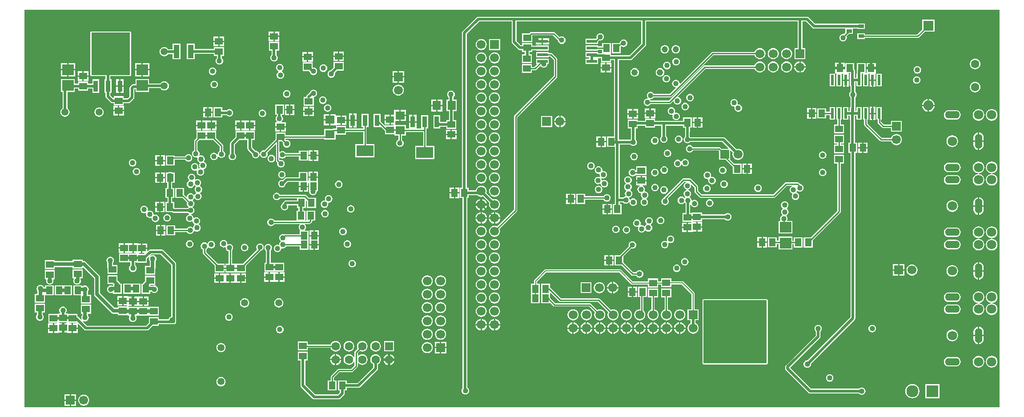
<source format=gbl>
G04*
G04 #@! TF.GenerationSoftware,Altium Limited,Altium Designer,19.1.8 (144)*
G04*
G04 Layer_Physical_Order=4*
G04 Layer_Color=16711680*
%FSLAX25Y25*%
%MOIN*%
G70*
G01*
G75*
%ADD12C,0.00787*%
%ADD68C,0.04800*%
%ADD69R,0.05118X0.05906*%
%ADD70R,0.05906X0.05118*%
%ADD84R,0.02362X0.07874*%
%ADD85R,0.06299X0.07087*%
%ADD86R,0.12795X0.08465*%
%ADD87R,0.03740X0.08465*%
%ADD100R,0.08661X0.07874*%
%ADD106R,0.07087X0.06299*%
%ADD110C,0.00906*%
%ADD112C,0.01968*%
%ADD113C,0.02756*%
%ADD119C,0.06693*%
%ADD120R,0.06693X0.06693*%
%ADD121C,0.05315*%
%ADD122R,0.06693X0.06693*%
%ADD123C,0.07480*%
%ADD124R,0.07480X0.07480*%
%ADD125R,0.05906X0.05906*%
%ADD126C,0.06299*%
%ADD127C,0.09055*%
%ADD128R,0.09055X0.09055*%
%ADD129C,0.07087*%
%ADD130O,0.11024X0.05512*%
%ADD131O,0.05512X0.11024*%
%ADD132C,0.04724*%
%ADD133C,0.04000*%
%ADD134C,0.15748*%
%ADD135C,0.01968*%
%ADD136R,0.04331X0.10236*%
%ADD137R,0.07874X0.02362*%
%ADD138R,0.04134X0.02559*%
%ADD139R,0.29134X0.31890*%
G36*
X733622Y-300551D02*
X2598D01*
Y-2598D01*
X733622D01*
Y-300551D01*
D02*
G37*
%LPC*%
G36*
X589301Y-7861D02*
X342861D01*
X342170Y-7998D01*
X342170Y-7998D01*
X341584Y-8390D01*
X331190Y-18784D01*
X331190Y-18784D01*
X330799Y-19370D01*
X330661Y-20061D01*
Y-136156D01*
X329120D01*
Y-143636D01*
X331123D01*
Y-286439D01*
X330762Y-286909D01*
X330481Y-287587D01*
X330385Y-288315D01*
X330481Y-289043D01*
X330762Y-289721D01*
X331209Y-290303D01*
X331791Y-290750D01*
X332469Y-291031D01*
X333197Y-291126D01*
X333925Y-291031D01*
X334603Y-290750D01*
X335185Y-290303D01*
X335632Y-289721D01*
X335912Y-289043D01*
X336008Y-288315D01*
X335912Y-287587D01*
X335632Y-286909D01*
X335185Y-286327D01*
X334735Y-285982D01*
Y-143636D01*
X335813D01*
Y-141702D01*
X342188D01*
X343033Y-142351D01*
X344039Y-142768D01*
X345118Y-142910D01*
X346197Y-142768D01*
X346476Y-142652D01*
X351206Y-147383D01*
X351091Y-147661D01*
X350949Y-148740D01*
X351091Y-149819D01*
X351507Y-150825D01*
X352170Y-151689D01*
X353033Y-152351D01*
X354039Y-152768D01*
X355118Y-152910D01*
X356197Y-152768D01*
X357203Y-152351D01*
X358066Y-151689D01*
X358729Y-150825D01*
X359146Y-149819D01*
X359288Y-148740D01*
X359146Y-147661D01*
X358729Y-146655D01*
X358066Y-145792D01*
X357203Y-145129D01*
X356197Y-144713D01*
X355118Y-144571D01*
X354039Y-144713D01*
X353761Y-144828D01*
X349030Y-140098D01*
X349146Y-139819D01*
X349288Y-138740D01*
X349146Y-137661D01*
X348729Y-136655D01*
X348066Y-135792D01*
X347203Y-135129D01*
X346197Y-134713D01*
X345118Y-134571D01*
X344039Y-134713D01*
X343033Y-135129D01*
X342170Y-135792D01*
X341507Y-136655D01*
X341091Y-137661D01*
X341034Y-138090D01*
X335813D01*
Y-136156D01*
X334274D01*
Y-20809D01*
X343609Y-11473D01*
X367938D01*
Y-26700D01*
X368076Y-27391D01*
X368467Y-27977D01*
X372850Y-32360D01*
X373436Y-32752D01*
X374127Y-32889D01*
X375768D01*
Y-34429D01*
X377701D01*
Y-35973D01*
X375659D01*
Y-42666D01*
X383140D01*
Y-35973D01*
X381314D01*
Y-34429D01*
X383248D01*
Y-33145D01*
X386221D01*
Y-33307D01*
X395669D01*
Y-29370D01*
X386221D01*
Y-29532D01*
X383248D01*
Y-27736D01*
X375768D01*
Y-29276D01*
X374875D01*
X371551Y-25952D01*
Y-11473D01*
X465030D01*
Y-28012D01*
X456285Y-36757D01*
X442657D01*
X442303Y-36403D01*
X442303Y-35221D01*
X442303Y-34716D01*
Y-27736D01*
X435610D01*
Y-30074D01*
X432677D01*
Y-29370D01*
X423228D01*
Y-33307D01*
X432677D01*
Y-32603D01*
X435610D01*
X435610Y-35217D01*
X435110Y-35217D01*
X434823D01*
Y-35351D01*
X432677D01*
Y-34370D01*
X423228D01*
Y-38307D01*
X426146D01*
Y-39370D01*
X423228D01*
Y-43307D01*
X432677D01*
Y-39370D01*
X432904Y-38964D01*
X434823D01*
Y-41909D01*
X442303D01*
Y-40369D01*
X444591D01*
Y-97835D01*
X439173D01*
Y-105315D01*
X445235D01*
X445244Y-144831D01*
X445234Y-144882D01*
Y-145276D01*
X445244Y-145327D01*
Y-148411D01*
X443704D01*
Y-155892D01*
X450397D01*
Y-148411D01*
X448857D01*
Y-147082D01*
X451416D01*
X451555Y-147264D01*
X452138Y-147710D01*
X452816Y-147991D01*
X453543Y-148087D01*
X454271Y-147991D01*
X454949Y-147710D01*
X455531Y-147264D01*
X455755Y-146972D01*
X456278Y-147112D01*
X456340Y-147578D01*
X456620Y-148256D01*
X457067Y-148838D01*
X457649Y-149285D01*
X458327Y-149566D01*
X459055Y-149662D01*
X459783Y-149566D01*
X460461Y-149285D01*
X461043Y-148838D01*
X461490Y-148256D01*
X461771Y-147578D01*
X461867Y-146850D01*
X461771Y-146123D01*
X461490Y-145445D01*
X461043Y-144862D01*
X460461Y-144416D01*
X459783Y-144135D01*
X459055Y-144039D01*
X458327Y-144135D01*
X457649Y-144416D01*
X457067Y-144862D01*
X456843Y-145154D01*
X456320Y-145014D01*
X456259Y-144548D01*
X455978Y-143870D01*
X455911Y-143782D01*
X456132Y-143249D01*
X456336Y-143222D01*
X457015Y-142941D01*
X457597Y-142494D01*
X458044Y-141912D01*
X458324Y-141234D01*
X458420Y-140506D01*
X458324Y-139778D01*
X458044Y-139100D01*
X457597Y-138518D01*
X457047Y-138096D01*
X457013Y-138045D01*
X456982Y-137516D01*
X457106Y-137421D01*
X457553Y-136839D01*
X457834Y-136161D01*
X457930Y-135433D01*
X457834Y-134705D01*
X457553Y-134027D01*
X457106Y-133445D01*
X456753Y-133174D01*
X456746Y-133161D01*
Y-132587D01*
X456753Y-132574D01*
X457106Y-132303D01*
X457553Y-131721D01*
X457834Y-131043D01*
X457930Y-130315D01*
X457834Y-129587D01*
X457553Y-128909D01*
X457106Y-128327D01*
X456524Y-127880D01*
X455846Y-127599D01*
X455118Y-127504D01*
X454390Y-127599D01*
X453712Y-127880D01*
X453130Y-128327D01*
X452683Y-128909D01*
X452402Y-129587D01*
X452307Y-130315D01*
X452402Y-131043D01*
X452683Y-131721D01*
X453130Y-132303D01*
X453483Y-132574D01*
X453490Y-132587D01*
Y-133161D01*
X453483Y-133174D01*
X453130Y-133445D01*
X452683Y-134027D01*
X452402Y-134705D01*
X452307Y-135433D01*
X452402Y-136161D01*
X452683Y-136839D01*
X453130Y-137421D01*
X453680Y-137843D01*
X453714Y-137894D01*
X453745Y-138423D01*
X453621Y-138518D01*
X453174Y-139100D01*
X452893Y-139778D01*
X452797Y-140506D01*
X452893Y-141234D01*
X453174Y-141912D01*
X453241Y-142000D01*
X453020Y-142533D01*
X452816Y-142560D01*
X452138Y-142841D01*
X451555Y-143288D01*
X451416Y-143469D01*
X448857D01*
X448847Y-104129D01*
X449201Y-103775D01*
X456928D01*
X457067Y-103956D01*
X457649Y-104403D01*
X458327Y-104684D01*
X459055Y-104780D01*
X459783Y-104684D01*
X460461Y-104403D01*
X461043Y-103956D01*
X461490Y-103374D01*
X461771Y-102696D01*
X461867Y-101969D01*
X461771Y-101241D01*
X461490Y-100563D01*
X461043Y-99980D01*
X460861Y-99841D01*
Y-91535D01*
X462402D01*
Y-89602D01*
X467913D01*
Y-91142D01*
X475394D01*
Y-89602D01*
X480130D01*
Y-97455D01*
X479948Y-97595D01*
X479501Y-98177D01*
X479221Y-98855D01*
X479125Y-99583D01*
X479221Y-100310D01*
X479501Y-100988D01*
X479948Y-101571D01*
X480531Y-102017D01*
X481209Y-102298D01*
X481936Y-102394D01*
X482664Y-102298D01*
X483342Y-102017D01*
X483924Y-101571D01*
X484371Y-100988D01*
X484652Y-100310D01*
X484748Y-99583D01*
X484652Y-98855D01*
X484371Y-98177D01*
X483924Y-97595D01*
X483743Y-97455D01*
Y-89602D01*
X496457D01*
Y-90945D01*
X497583D01*
X497934Y-91301D01*
X497833Y-97847D01*
X497618Y-98012D01*
X497171Y-98594D01*
X496891Y-99272D01*
X496795Y-100000D01*
X496891Y-100728D01*
X497171Y-101406D01*
X497618Y-101988D01*
X498201Y-102435D01*
X498879Y-102716D01*
X499606Y-102811D01*
X500334Y-102716D01*
X501012Y-102435D01*
X501594Y-101988D01*
X501734Y-101806D01*
X525787D01*
X530409Y-106428D01*
X530217Y-106890D01*
X525213D01*
X524294Y-105970D01*
X523883Y-105696D01*
X523400Y-105600D01*
X503852D01*
X503794Y-105458D01*
X503347Y-104876D01*
X502765Y-104429D01*
X502087Y-104148D01*
X501359Y-104053D01*
X500631Y-104148D01*
X499953Y-104429D01*
X499371Y-104876D01*
X498924Y-105458D01*
X498643Y-106137D01*
X498548Y-106864D01*
X498643Y-107592D01*
X498924Y-108270D01*
X499371Y-108852D01*
X499953Y-109299D01*
X500631Y-109580D01*
X501359Y-109676D01*
X502087Y-109580D01*
X502765Y-109299D01*
X503347Y-108852D01*
X503794Y-108270D01*
X503852Y-108129D01*
X522876D01*
X523425Y-108678D01*
Y-115157D01*
X528168D01*
X533587Y-120576D01*
Y-125578D01*
X540280D01*
Y-118097D01*
X534685D01*
X531693Y-115105D01*
Y-108365D01*
X532155Y-108174D01*
X533647Y-109666D01*
X533532Y-109944D01*
X533390Y-111024D01*
X533532Y-112103D01*
X533948Y-113108D01*
X534611Y-113972D01*
X535474Y-114635D01*
X536480Y-115051D01*
X537559Y-115193D01*
X538638Y-115051D01*
X539644Y-114635D01*
X540507Y-113972D01*
X541170Y-113108D01*
X541586Y-112103D01*
X541729Y-111024D01*
X541586Y-109944D01*
X541170Y-108939D01*
X540507Y-108075D01*
X539644Y-107413D01*
X538638Y-106996D01*
X537559Y-106854D01*
X536480Y-106996D01*
X536201Y-107112D01*
X527813Y-98723D01*
X527227Y-98331D01*
X526535Y-98194D01*
X501821D01*
X501446Y-97813D01*
X501552Y-90945D01*
X503150D01*
Y-83465D01*
X496457D01*
Y-85989D01*
X475394D01*
Y-84449D01*
X467913D01*
Y-85989D01*
X462402D01*
Y-84842D01*
X454921D01*
Y-91535D01*
X457249D01*
Y-99841D01*
X457067Y-99980D01*
X456928Y-100162D01*
X448204D01*
Y-40369D01*
X457033D01*
X457725Y-40232D01*
X458311Y-39840D01*
X468114Y-30038D01*
X468505Y-29452D01*
X468643Y-28760D01*
Y-11473D01*
X582209D01*
Y-31378D01*
X579882D01*
Y-39646D01*
X588150D01*
Y-31378D01*
X585822D01*
Y-11473D01*
X588553D01*
X593317Y-16238D01*
X593903Y-16630D01*
X594594Y-16767D01*
X618012D01*
Y-19767D01*
X616907Y-20872D01*
X616362Y-20800D01*
X615635Y-20896D01*
X614957Y-21177D01*
X614374Y-21623D01*
X613927Y-22206D01*
X613647Y-22884D01*
X613551Y-23611D01*
X613647Y-24339D01*
X613927Y-25017D01*
X614374Y-25599D01*
X614957Y-26046D01*
X615635Y-26327D01*
X616362Y-26423D01*
X617090Y-26327D01*
X617768Y-26046D01*
X618350Y-25599D01*
X618797Y-25017D01*
X619078Y-24339D01*
X619174Y-23611D01*
X619078Y-22884D01*
X618900Y-22455D01*
X620587Y-20768D01*
X623721D01*
Y-16767D01*
X627067D01*
Y-17028D01*
X632776D01*
Y-12894D01*
X627067D01*
Y-13154D01*
X595343D01*
X590578Y-8390D01*
X589992Y-7998D01*
X589301Y-7861D01*
D02*
G37*
G36*
X684842Y-10039D02*
X675787D01*
Y-17306D01*
X671917Y-21177D01*
X632776D01*
Y-20374D01*
X627067D01*
Y-24508D01*
X632776D01*
Y-23705D01*
X672441D01*
X672925Y-23609D01*
X673335Y-23335D01*
X677576Y-19094D01*
X684842D01*
Y-10039D01*
D02*
G37*
G36*
X193717Y-19078D02*
X190264D01*
Y-22137D01*
X193717D01*
Y-19078D01*
D02*
G37*
G36*
X189264D02*
X185811D01*
Y-22137D01*
X189264D01*
Y-19078D01*
D02*
G37*
G36*
X434224Y-20172D02*
X433496Y-20267D01*
X432818Y-20548D01*
X432236Y-20995D01*
X431789Y-21577D01*
X431508Y-22255D01*
X431412Y-22983D01*
X431508Y-23711D01*
X431567Y-23852D01*
X431049Y-24370D01*
X423228D01*
Y-28307D01*
X432677D01*
Y-26318D01*
X433355Y-25640D01*
X433496Y-25699D01*
X434224Y-25795D01*
X434951Y-25699D01*
X435629Y-25418D01*
X436212Y-24971D01*
X436658Y-24389D01*
X436939Y-23711D01*
X437035Y-22983D01*
X436939Y-22255D01*
X436658Y-21577D01*
X436212Y-20995D01*
X435629Y-20548D01*
X434951Y-20267D01*
X434224Y-20172D01*
D02*
G37*
G36*
X395882Y-24158D02*
X391445D01*
Y-25839D01*
X395882D01*
Y-24158D01*
D02*
G37*
G36*
X390445D02*
X386008D01*
Y-25839D01*
X390445D01*
Y-24158D01*
D02*
G37*
G36*
X152378Y-22819D02*
X148925D01*
Y-25878D01*
X152378D01*
Y-22819D01*
D02*
G37*
G36*
X147925D02*
X144473D01*
Y-25878D01*
X147925D01*
Y-22819D01*
D02*
G37*
G36*
X193717Y-23137D02*
X190264D01*
Y-26196D01*
X193717D01*
Y-23137D01*
D02*
G37*
G36*
X189264D02*
X185811D01*
Y-26196D01*
X189264D01*
Y-23137D01*
D02*
G37*
G36*
X399268Y-19263D02*
X382582D01*
X382098Y-19360D01*
X381688Y-19634D01*
X381066Y-20256D01*
X375768D01*
Y-26949D01*
X383248D01*
Y-21792D01*
X398744D01*
X402700Y-25748D01*
X402762Y-26224D01*
X403043Y-26902D01*
X403490Y-27485D01*
X404072Y-27931D01*
X404750Y-28212D01*
X405478Y-28308D01*
X406206Y-28212D01*
X406884Y-27931D01*
X407466Y-27485D01*
X407913Y-26902D01*
X408194Y-26224D01*
X408289Y-25497D01*
X408194Y-24769D01*
X407913Y-24091D01*
X407466Y-23508D01*
X406884Y-23062D01*
X406206Y-22781D01*
X405478Y-22685D01*
X404750Y-22781D01*
X404072Y-23062D01*
X403799Y-23271D01*
X400162Y-19634D01*
X399752Y-19360D01*
X399268Y-19263D01*
D02*
G37*
G36*
X395882Y-26839D02*
X391445D01*
Y-28520D01*
X395882D01*
Y-26839D01*
D02*
G37*
G36*
X390445D02*
X386008D01*
Y-28520D01*
X390445D01*
Y-26839D01*
D02*
G37*
G36*
X152378Y-26878D02*
X148925D01*
Y-29937D01*
X152378D01*
Y-26878D01*
D02*
G37*
G36*
X147925D02*
X144473D01*
Y-29937D01*
X147925D01*
Y-26878D01*
D02*
G37*
G36*
X451817Y-24884D02*
X451089Y-24980D01*
X450411Y-25261D01*
X449829Y-25708D01*
X449382Y-26290D01*
X449101Y-26968D01*
X449093Y-27032D01*
X448389Y-27736D01*
X443091D01*
Y-35217D01*
X449784D01*
Y-30279D01*
X450283Y-30032D01*
X450411Y-30130D01*
X451089Y-30411D01*
X451817Y-30507D01*
X452545Y-30411D01*
X453223Y-30130D01*
X453805Y-29684D01*
X454252Y-29101D01*
X454533Y-28423D01*
X454628Y-27696D01*
X454533Y-26968D01*
X454252Y-26290D01*
X453805Y-25708D01*
X453223Y-25261D01*
X452545Y-24980D01*
X451817Y-24884D01*
D02*
G37*
G36*
X119685Y-27953D02*
X113779D01*
Y-32249D01*
X110436D01*
X109937Y-31598D01*
X109218Y-31046D01*
X108380Y-30699D01*
X107480Y-30580D01*
X106581Y-30699D01*
X105743Y-31046D01*
X105023Y-31598D01*
X104471Y-32318D01*
X104124Y-33156D01*
X104006Y-34055D01*
X104124Y-34954D01*
X104471Y-35792D01*
X105023Y-36512D01*
X105743Y-37064D01*
X106581Y-37411D01*
X107480Y-37530D01*
X108380Y-37411D01*
X109218Y-37064D01*
X109937Y-36512D01*
X110436Y-35862D01*
X113779D01*
Y-39764D01*
X119685D01*
Y-27953D01*
D02*
G37*
G36*
X359252Y-24606D02*
X350984D01*
Y-32874D01*
X359252D01*
Y-24606D01*
D02*
G37*
G36*
X345118Y-24571D02*
X344039Y-24713D01*
X343033Y-25129D01*
X342170Y-25792D01*
X341507Y-26655D01*
X341091Y-27661D01*
X340949Y-28740D01*
X341091Y-29819D01*
X341507Y-30825D01*
X342170Y-31688D01*
X343033Y-32351D01*
X344039Y-32768D01*
X345118Y-32910D01*
X346197Y-32768D01*
X347203Y-32351D01*
X348066Y-31688D01*
X348729Y-30825D01*
X349146Y-29819D01*
X349288Y-28740D01*
X349146Y-27661D01*
X348729Y-26655D01*
X348066Y-25792D01*
X347203Y-25129D01*
X346197Y-24713D01*
X345118Y-24571D01*
D02*
G37*
G36*
X490945Y-29107D02*
X490123Y-29215D01*
X489357Y-29532D01*
X488699Y-30037D01*
X488194Y-30695D01*
X487876Y-31461D01*
X487768Y-32283D01*
X487876Y-33106D01*
X488194Y-33872D01*
X488699Y-34530D01*
X489357Y-35035D01*
X490123Y-35352D01*
X490945Y-35460D01*
X491767Y-35352D01*
X492533Y-35035D01*
X493191Y-34530D01*
X493696Y-33872D01*
X494013Y-33106D01*
X494122Y-32283D01*
X494013Y-31461D01*
X493696Y-30695D01*
X493191Y-30037D01*
X492533Y-29532D01*
X491767Y-29215D01*
X490945Y-29107D01*
D02*
G37*
G36*
X482677D02*
X481855Y-29215D01*
X481089Y-29532D01*
X480431Y-30037D01*
X479926Y-30695D01*
X479609Y-31461D01*
X479500Y-32283D01*
X479609Y-33106D01*
X479926Y-33872D01*
X480431Y-34530D01*
X481089Y-35035D01*
X481855Y-35352D01*
X482677Y-35460D01*
X483499Y-35352D01*
X484266Y-35035D01*
X484924Y-34530D01*
X485428Y-33872D01*
X485746Y-33106D01*
X485854Y-32283D01*
X485746Y-31461D01*
X485428Y-30695D01*
X484924Y-30037D01*
X484266Y-29532D01*
X483499Y-29215D01*
X482677Y-29107D01*
D02*
G37*
G36*
X242142Y-34041D02*
X238689D01*
Y-37100D01*
X242142D01*
Y-34041D01*
D02*
G37*
G36*
X237689D02*
X234236D01*
Y-37100D01*
X237689D01*
Y-34041D01*
D02*
G37*
G36*
X218913Y-34434D02*
X215461D01*
Y-37493D01*
X218913D01*
Y-34434D01*
D02*
G37*
G36*
X214461D02*
X211008D01*
Y-37493D01*
X214461D01*
Y-34434D01*
D02*
G37*
G36*
X574016Y-31342D02*
X572937Y-31484D01*
X571931Y-31901D01*
X571067Y-32563D01*
X570405Y-33427D01*
X569988Y-34433D01*
X569846Y-35512D01*
X569988Y-36591D01*
X570405Y-37597D01*
X571067Y-38460D01*
X571931Y-39123D01*
X572937Y-39539D01*
X574016Y-39681D01*
X575095Y-39539D01*
X576100Y-39123D01*
X576964Y-38460D01*
X577627Y-37597D01*
X578043Y-36591D01*
X578185Y-35512D01*
X578043Y-34433D01*
X577627Y-33427D01*
X576964Y-32563D01*
X576100Y-31901D01*
X575095Y-31484D01*
X574016Y-31342D01*
D02*
G37*
G36*
X564016D02*
X562937Y-31484D01*
X561931Y-31901D01*
X561067Y-32563D01*
X560405Y-33427D01*
X559988Y-34433D01*
X559846Y-35512D01*
X559988Y-36591D01*
X560405Y-37597D01*
X561067Y-38460D01*
X561931Y-39123D01*
X562937Y-39539D01*
X564016Y-39681D01*
X565095Y-39539D01*
X566101Y-39123D01*
X566964Y-38460D01*
X567627Y-37597D01*
X568043Y-36591D01*
X568185Y-35512D01*
X568043Y-34433D01*
X567627Y-33427D01*
X566964Y-32563D01*
X566101Y-31901D01*
X565095Y-31484D01*
X564016Y-31342D01*
D02*
G37*
G36*
X554016D02*
X552937Y-31484D01*
X551931Y-31901D01*
X551067Y-32563D01*
X550405Y-33427D01*
X550098Y-34169D01*
X518504D01*
X518020Y-34265D01*
X517610Y-34539D01*
X494260Y-57889D01*
X493732Y-57710D01*
X493671Y-57247D01*
X493390Y-56569D01*
X492943Y-55987D01*
X492361Y-55540D01*
X491683Y-55259D01*
X490955Y-55163D01*
X490228Y-55259D01*
X489549Y-55540D01*
X488967Y-55987D01*
X488520Y-56569D01*
X488239Y-57247D01*
X488144Y-57975D01*
X488239Y-58702D01*
X488520Y-59381D01*
X488967Y-59963D01*
X489549Y-60410D01*
X490228Y-60690D01*
X490690Y-60751D01*
X490870Y-61279D01*
X486484Y-65665D01*
X474541D01*
X474482Y-65523D01*
X474035Y-64941D01*
X473453Y-64494D01*
X472775Y-64214D01*
X472047Y-64118D01*
X471320Y-64214D01*
X470642Y-64494D01*
X470059Y-64941D01*
X469613Y-65523D01*
X469332Y-66202D01*
X469236Y-66929D01*
X469332Y-67657D01*
X469613Y-68335D01*
X469943Y-68765D01*
X469688Y-69236D01*
X469685Y-69236D01*
X468957Y-69332D01*
X468279Y-69612D01*
X467697Y-70059D01*
X467250Y-70641D01*
X466969Y-71320D01*
X466874Y-72047D01*
X466969Y-72775D01*
X467250Y-73453D01*
X467697Y-74035D01*
X468279Y-74482D01*
X468957Y-74763D01*
X469685Y-74859D01*
X470413Y-74763D01*
X471091Y-74482D01*
X471673Y-74035D01*
X472120Y-73453D01*
X472178Y-73312D01*
X486221D01*
X486704Y-73215D01*
X487115Y-72941D01*
X488854Y-71201D01*
X489382Y-71381D01*
X489410Y-71594D01*
X489691Y-72272D01*
X490138Y-72854D01*
X490720Y-73301D01*
X491398Y-73582D01*
X492126Y-73678D01*
X492854Y-73582D01*
X493532Y-73301D01*
X494114Y-72854D01*
X494561Y-72272D01*
X494842Y-71594D01*
X494937Y-70866D01*
X494842Y-70139D01*
X494561Y-69460D01*
X494114Y-68878D01*
X493532Y-68431D01*
X492854Y-68151D01*
X492641Y-68123D01*
X492461Y-67594D01*
X513122Y-46934D01*
X550130D01*
X550405Y-47597D01*
X551067Y-48460D01*
X551931Y-49123D01*
X552937Y-49539D01*
X554016Y-49681D01*
X555095Y-49539D01*
X556101Y-49123D01*
X556964Y-48460D01*
X557627Y-47597D01*
X558043Y-46591D01*
X558185Y-45512D01*
X558043Y-44433D01*
X557627Y-43427D01*
X556964Y-42564D01*
X556101Y-41901D01*
X555095Y-41484D01*
X554016Y-41342D01*
X552937Y-41484D01*
X551931Y-41901D01*
X551067Y-42564D01*
X550405Y-43427D01*
X550000Y-44405D01*
X512598D01*
X512114Y-44501D01*
X511704Y-44775D01*
X485697Y-70783D01*
X472178D01*
X472120Y-70641D01*
X471790Y-70211D01*
X472044Y-69740D01*
X472047Y-69741D01*
X472775Y-69645D01*
X473453Y-69364D01*
X474035Y-68917D01*
X474482Y-68335D01*
X474541Y-68194D01*
X487008D01*
X487492Y-68097D01*
X487902Y-67823D01*
X519028Y-36698D01*
X550032D01*
X550405Y-37597D01*
X551067Y-38460D01*
X551931Y-39123D01*
X552937Y-39539D01*
X554016Y-39681D01*
X555095Y-39539D01*
X556101Y-39123D01*
X556964Y-38460D01*
X557627Y-37597D01*
X558043Y-36591D01*
X558185Y-35512D01*
X558043Y-34433D01*
X557627Y-33427D01*
X556964Y-32563D01*
X556101Y-31901D01*
X555095Y-31484D01*
X554016Y-31342D01*
D02*
G37*
G36*
X242142Y-38100D02*
X238689D01*
Y-41159D01*
X242142D01*
Y-38100D01*
D02*
G37*
G36*
X237689D02*
X234236D01*
Y-41159D01*
X237689D01*
Y-38100D01*
D02*
G37*
G36*
X193504Y-26770D02*
X186024D01*
Y-33463D01*
X187957D01*
Y-36455D01*
X187776Y-36595D01*
X187329Y-37177D01*
X187048Y-37855D01*
X186952Y-38583D01*
X187048Y-39310D01*
X187329Y-39988D01*
X187776Y-40571D01*
X188358Y-41017D01*
X189036Y-41298D01*
X189764Y-41394D01*
X190491Y-41298D01*
X191170Y-41017D01*
X191752Y-40571D01*
X192199Y-39988D01*
X192479Y-39310D01*
X192575Y-38583D01*
X192479Y-37855D01*
X192199Y-37177D01*
X191752Y-36595D01*
X191570Y-36455D01*
Y-33463D01*
X193504D01*
Y-26770D01*
D02*
G37*
G36*
X218913Y-38493D02*
X215461D01*
Y-41552D01*
X218913D01*
Y-38493D01*
D02*
G37*
G36*
X214461D02*
X211008D01*
Y-41552D01*
X214461D01*
Y-38493D01*
D02*
G37*
G36*
X355118Y-34571D02*
X354039Y-34713D01*
X353033Y-35129D01*
X352170Y-35792D01*
X351507Y-36655D01*
X351091Y-37661D01*
X350949Y-38740D01*
X351091Y-39819D01*
X351507Y-40825D01*
X352170Y-41688D01*
X353033Y-42351D01*
X354039Y-42768D01*
X355118Y-42910D01*
X356197Y-42768D01*
X357203Y-42351D01*
X358066Y-41688D01*
X358729Y-40825D01*
X359146Y-39819D01*
X359288Y-38740D01*
X359146Y-37661D01*
X358729Y-36655D01*
X358066Y-35792D01*
X357203Y-35129D01*
X356197Y-34713D01*
X355118Y-34571D01*
D02*
G37*
G36*
X345118D02*
X344039Y-34713D01*
X343033Y-35129D01*
X342170Y-35792D01*
X341507Y-36655D01*
X341091Y-37661D01*
X340949Y-38740D01*
X341091Y-39819D01*
X341507Y-40825D01*
X342170Y-41688D01*
X343033Y-42351D01*
X344039Y-42768D01*
X345118Y-42910D01*
X346197Y-42768D01*
X347203Y-42351D01*
X348066Y-41688D01*
X348729Y-40825D01*
X349146Y-39819D01*
X349288Y-38740D01*
X349146Y-37661D01*
X348729Y-36655D01*
X348066Y-35792D01*
X347203Y-35129D01*
X346197Y-34713D01*
X345118Y-34571D01*
D02*
G37*
G36*
X130315Y-27953D02*
X124409D01*
Y-39764D01*
X130315D01*
Y-35665D01*
X137008D01*
X137008Y-35665D01*
X144685D01*
Y-37205D01*
X147012D01*
Y-38818D01*
X146831Y-38957D01*
X146384Y-39539D01*
X146103Y-40217D01*
X146007Y-40945D01*
X146103Y-41673D01*
X146384Y-42351D01*
X146831Y-42933D01*
X147413Y-43380D01*
X148091Y-43661D01*
X148819Y-43756D01*
X149547Y-43661D01*
X150225Y-43380D01*
X150807Y-42933D01*
X151254Y-42351D01*
X151534Y-41673D01*
X151630Y-40945D01*
X151534Y-40217D01*
X151254Y-39539D01*
X150807Y-38957D01*
X150625Y-38818D01*
Y-37205D01*
X152165D01*
Y-30512D01*
X144685D01*
Y-32052D01*
X137008D01*
X137008Y-32052D01*
X130315D01*
Y-27953D01*
D02*
G37*
G36*
X491170Y-38748D02*
X490442Y-38844D01*
X489764Y-39125D01*
X489182Y-39572D01*
X488735Y-40154D01*
X488454Y-40832D01*
X488358Y-41560D01*
X488454Y-42287D01*
X488735Y-42966D01*
X489182Y-43548D01*
X489764Y-43995D01*
X490442Y-44276D01*
X491170Y-44371D01*
X491897Y-44276D01*
X492575Y-43995D01*
X493158Y-43548D01*
X493605Y-42966D01*
X493885Y-42287D01*
X493981Y-41560D01*
X493885Y-40832D01*
X493605Y-40154D01*
X493158Y-39572D01*
X492575Y-39125D01*
X491897Y-38844D01*
X491170Y-38748D01*
D02*
G37*
G36*
X584516Y-41194D02*
Y-45012D01*
X588334D01*
X588250Y-44377D01*
X587812Y-43320D01*
X587116Y-42412D01*
X586208Y-41715D01*
X585150Y-41277D01*
X584516Y-41194D01*
D02*
G37*
G36*
X583516Y-41194D02*
X582881Y-41277D01*
X581824Y-41715D01*
X580916Y-42412D01*
X580219Y-43320D01*
X579781Y-44377D01*
X579698Y-45012D01*
X583516D01*
Y-41194D01*
D02*
G37*
G36*
X617535Y-42307D02*
X614976D01*
Y-45260D01*
X617535D01*
Y-42307D01*
D02*
G37*
G36*
X612976D02*
X610417D01*
Y-45260D01*
X612976D01*
Y-42307D01*
D02*
G37*
G36*
X640961Y-42504D02*
X638402D01*
Y-45457D01*
X640961D01*
Y-42504D01*
D02*
G37*
G36*
X636402D02*
X633843D01*
Y-45457D01*
X636402D01*
Y-42504D01*
D02*
G37*
G36*
X395669Y-39370D02*
X386221D01*
Y-43307D01*
X386535D01*
X386726Y-43769D01*
X384960Y-45536D01*
X383140D01*
Y-43454D01*
X375659D01*
Y-50147D01*
X383140D01*
Y-48064D01*
X385484D01*
X385967Y-47968D01*
X386378Y-47694D01*
X389133Y-44939D01*
X389792Y-44987D01*
X389981Y-45235D01*
X390564Y-45681D01*
X391242Y-45962D01*
X391969Y-46058D01*
X392697Y-45962D01*
X393375Y-45681D01*
X393957Y-45235D01*
X394404Y-44652D01*
X394685Y-43974D01*
X394773Y-43307D01*
X395669D01*
Y-39370D01*
D02*
G37*
G36*
X442516Y-42484D02*
X439063D01*
Y-45543D01*
X442516D01*
Y-42484D01*
D02*
G37*
G36*
X438063D02*
X434610D01*
Y-45543D01*
X438063D01*
Y-42484D01*
D02*
G37*
G36*
X96276Y-42701D02*
X91445D01*
Y-47138D01*
X96276D01*
Y-42701D01*
D02*
G37*
G36*
X90445D02*
X85614D01*
Y-47138D01*
X90445D01*
Y-42701D01*
D02*
G37*
G36*
X40551D02*
X35721D01*
Y-47138D01*
X40551D01*
Y-42701D01*
D02*
G37*
G36*
X34721D02*
X29890D01*
Y-47138D01*
X34721D01*
Y-42701D01*
D02*
G37*
G36*
X715354Y-39334D02*
X714327Y-39470D01*
X713369Y-39866D01*
X712546Y-40497D01*
X711915Y-41320D01*
X711519Y-42277D01*
X711383Y-43305D01*
X711519Y-44333D01*
X711915Y-45291D01*
X712546Y-46113D01*
X713369Y-46744D01*
X714327Y-47141D01*
X715354Y-47276D01*
X716382Y-47141D01*
X717340Y-46744D01*
X718162Y-46113D01*
X718793Y-45291D01*
X719190Y-44333D01*
X719325Y-43305D01*
X719190Y-42277D01*
X718793Y-41320D01*
X718162Y-40497D01*
X717340Y-39866D01*
X716382Y-39470D01*
X715354Y-39334D01*
D02*
G37*
G36*
X484252Y-41677D02*
X483524Y-41772D01*
X482846Y-42053D01*
X482264Y-42500D01*
X481817Y-43082D01*
X481536Y-43760D01*
X481440Y-44488D01*
X481536Y-45216D01*
X481817Y-45894D01*
X482264Y-46476D01*
X482846Y-46923D01*
X483524Y-47204D01*
X484252Y-47300D01*
X484980Y-47204D01*
X485658Y-46923D01*
X486240Y-46476D01*
X486687Y-45894D01*
X486968Y-45216D01*
X487063Y-44488D01*
X486968Y-43760D01*
X486687Y-43082D01*
X486240Y-42500D01*
X485658Y-42053D01*
X484980Y-41772D01*
X484252Y-41677D01*
D02*
G37*
G36*
X226772Y-43645D02*
X226044Y-43741D01*
X225366Y-44022D01*
X224784Y-44469D01*
X224337Y-45051D01*
X224056Y-45729D01*
X223960Y-46457D01*
X224056Y-47184D01*
X224337Y-47862D01*
X224784Y-48445D01*
X225366Y-48891D01*
X226044Y-49172D01*
X226772Y-49268D01*
X227499Y-49172D01*
X228177Y-48891D01*
X228760Y-48445D01*
X229206Y-47862D01*
X229487Y-47184D01*
X229583Y-46457D01*
X229487Y-45729D01*
X229206Y-45051D01*
X228760Y-44469D01*
X228177Y-44022D01*
X227499Y-43741D01*
X226772Y-43645D01*
D02*
G37*
G36*
X442516Y-46543D02*
X439063D01*
Y-49602D01*
X442516D01*
Y-46543D01*
D02*
G37*
G36*
X438063D02*
X434610D01*
Y-49602D01*
X438063D01*
Y-46543D01*
D02*
G37*
G36*
X574016Y-41342D02*
X572937Y-41484D01*
X571931Y-41901D01*
X571067Y-42564D01*
X570405Y-43427D01*
X569988Y-44433D01*
X569846Y-45512D01*
X569988Y-46591D01*
X570405Y-47597D01*
X571067Y-48460D01*
X571931Y-49123D01*
X572937Y-49539D01*
X574016Y-49681D01*
X575095Y-49539D01*
X576100Y-49123D01*
X576964Y-48460D01*
X577627Y-47597D01*
X578043Y-46591D01*
X578185Y-45512D01*
X578043Y-44433D01*
X577627Y-43427D01*
X576964Y-42564D01*
X576100Y-41901D01*
X575095Y-41484D01*
X574016Y-41342D01*
D02*
G37*
G36*
X564016D02*
X562937Y-41484D01*
X561931Y-41901D01*
X561067Y-42564D01*
X560405Y-43427D01*
X559988Y-44433D01*
X559846Y-45512D01*
X559988Y-46591D01*
X560405Y-47597D01*
X561067Y-48460D01*
X561931Y-49123D01*
X562937Y-49539D01*
X564016Y-49681D01*
X565095Y-49539D01*
X566101Y-49123D01*
X566964Y-48460D01*
X567627Y-47597D01*
X568043Y-46591D01*
X568185Y-45512D01*
X568043Y-44433D01*
X567627Y-43427D01*
X566964Y-42564D01*
X566101Y-41901D01*
X565095Y-41484D01*
X564016Y-41342D01*
D02*
G37*
G36*
X583516Y-46012D02*
X579698D01*
X579781Y-46646D01*
X580219Y-47704D01*
X580916Y-48612D01*
X581824Y-49308D01*
X582881Y-49746D01*
X583516Y-49830D01*
Y-46012D01*
D02*
G37*
G36*
X588334D02*
X584516D01*
Y-49830D01*
X585150Y-49746D01*
X586208Y-49308D01*
X587116Y-48612D01*
X587812Y-47704D01*
X588250Y-46646D01*
X588334Y-46012D01*
D02*
G37*
G36*
X624803Y-42520D02*
X618110D01*
Y-49698D01*
X617791Y-49967D01*
X617725Y-49954D01*
X617535Y-49852D01*
Y-47260D01*
X613976D01*
X610417D01*
Y-49743D01*
X610417Y-50116D01*
X610404Y-50240D01*
X610227Y-50611D01*
X609901Y-50630D01*
X609862Y-50630D01*
X606417D01*
Y-60079D01*
X610354D01*
Y-51100D01*
X610354Y-50726D01*
X610368Y-50602D01*
X610545Y-50232D01*
X610871Y-50213D01*
X610910Y-50213D01*
X611218D01*
X611418Y-50630D01*
X611418Y-50713D01*
Y-60079D01*
X615355D01*
Y-50713D01*
X615355Y-50630D01*
X615420Y-50492D01*
X615708Y-50409D01*
X616109Y-50654D01*
X616205Y-50758D01*
Y-54854D01*
X618386D01*
X620567D01*
Y-50500D01*
X620567Y-50417D01*
X620766Y-50000D01*
X621580D01*
Y-50630D01*
X621418D01*
Y-60079D01*
X621938D01*
Y-64082D01*
X621757Y-64222D01*
X621310Y-64804D01*
X621029Y-65482D01*
X620933Y-66210D01*
X621029Y-66937D01*
X621310Y-67615D01*
X621757Y-68198D01*
X621938Y-68337D01*
Y-75630D01*
X621418D01*
Y-78548D01*
X620354D01*
Y-75630D01*
X616417D01*
Y-85079D01*
X620354D01*
Y-82161D01*
X621418D01*
Y-85079D01*
X621580D01*
Y-102382D01*
X620430D01*
Y-109862D01*
X621970D01*
Y-233235D01*
X589744Y-265461D01*
X589517Y-265431D01*
X588790Y-265527D01*
X588112Y-265808D01*
X587529Y-266254D01*
X587082Y-266837D01*
X586802Y-267515D01*
X586706Y-268243D01*
X586802Y-268970D01*
X587082Y-269648D01*
X587529Y-270231D01*
X588112Y-270677D01*
X588790Y-270958D01*
X589517Y-271054D01*
X590245Y-270958D01*
X590923Y-270677D01*
X591505Y-270231D01*
X591952Y-269648D01*
X592233Y-268970D01*
X592329Y-268243D01*
X592299Y-268016D01*
X625054Y-235261D01*
X625445Y-234675D01*
X625583Y-233983D01*
Y-109862D01*
X627123D01*
Y-102382D01*
X625192D01*
Y-85079D01*
X625355D01*
Y-82161D01*
X626417D01*
Y-85079D01*
X630354D01*
Y-75630D01*
X626417D01*
Y-78548D01*
X625551D01*
Y-68337D01*
X625733Y-68198D01*
X626179Y-67615D01*
X626460Y-66937D01*
X626556Y-66210D01*
X626460Y-65482D01*
X626179Y-64804D01*
X625733Y-64222D01*
X625551Y-64082D01*
Y-57161D01*
X626417D01*
Y-60079D01*
X630354D01*
Y-50630D01*
X630354Y-50630D01*
X630354D01*
X630354Y-50630D01*
X630516Y-50197D01*
X631256D01*
X631418Y-50630D01*
X631418Y-50697D01*
Y-60079D01*
X635355D01*
X635355Y-50749D01*
X635784Y-50466D01*
X636205Y-50598D01*
Y-50910D01*
Y-54854D01*
X638386D01*
X640567D01*
X640567Y-50666D01*
X640961Y-50410D01*
Y-50161D01*
X640961Y-50161D01*
Y-47457D01*
X633843D01*
X633843Y-49883D01*
X633438Y-50159D01*
X633268Y-50042D01*
Y-42717D01*
X626575D01*
Y-50197D01*
X626417Y-50630D01*
X626417D01*
X626417Y-50632D01*
Y-53548D01*
X625355D01*
Y-50630D01*
X625192D01*
Y-48189D01*
X625055Y-47498D01*
X624803Y-47121D01*
Y-42520D01*
D02*
G37*
G36*
X672064Y-44922D02*
X671336Y-45018D01*
X670658Y-45299D01*
X670076Y-45746D01*
X669629Y-46328D01*
X669348Y-47006D01*
X669252Y-47734D01*
X669348Y-48461D01*
X669629Y-49140D01*
X670076Y-49722D01*
X670658Y-50169D01*
X671336Y-50450D01*
X672064Y-50545D01*
X672791Y-50450D01*
X673469Y-50169D01*
X674052Y-49722D01*
X674499Y-49140D01*
X674779Y-48461D01*
X674875Y-47734D01*
X674779Y-47006D01*
X674499Y-46328D01*
X674052Y-45746D01*
X673469Y-45299D01*
X672791Y-45018D01*
X672064Y-44922D01*
D02*
G37*
G36*
X218701Y-42127D02*
X211221D01*
Y-48820D01*
X216146D01*
X216531Y-49204D01*
X216576Y-49547D01*
X216857Y-50225D01*
X217303Y-50807D01*
X217886Y-51254D01*
X218564Y-51535D01*
X219291Y-51630D01*
X220019Y-51535D01*
X220697Y-51254D01*
X221279Y-50807D01*
X221726Y-50225D01*
X222007Y-49547D01*
X222103Y-48819D01*
X222007Y-48091D01*
X221726Y-47413D01*
X221279Y-46831D01*
X220697Y-46384D01*
X220019Y-46103D01*
X219291Y-46007D01*
X219077Y-46036D01*
X218701Y-45706D01*
Y-42127D01*
D02*
G37*
G36*
X143701Y-46007D02*
X142973Y-46103D01*
X142295Y-46384D01*
X141713Y-46831D01*
X141266Y-47413D01*
X140985Y-48091D01*
X140889Y-48819D01*
X140985Y-49547D01*
X141266Y-50225D01*
X141713Y-50807D01*
X142295Y-51254D01*
X142973Y-51535D01*
X143701Y-51630D01*
X144428Y-51535D01*
X145106Y-51254D01*
X145689Y-50807D01*
X146136Y-50225D01*
X146416Y-49547D01*
X146512Y-48819D01*
X146416Y-48091D01*
X146136Y-47413D01*
X145689Y-46831D01*
X145106Y-46384D01*
X144428Y-46103D01*
X143701Y-46007D01*
D02*
G37*
G36*
X50591Y-48803D02*
X47138D01*
Y-51862D01*
X50591D01*
Y-48803D01*
D02*
G37*
G36*
X46138D02*
X42685D01*
Y-51862D01*
X46138D01*
Y-48803D01*
D02*
G37*
G36*
X287280Y-48528D02*
X283433D01*
Y-52374D01*
X287280D01*
Y-48528D01*
D02*
G37*
G36*
X282433D02*
X278587D01*
Y-52374D01*
X282433D01*
Y-48528D01*
D02*
G37*
G36*
X96276Y-48138D02*
X91445D01*
Y-52575D01*
X96276D01*
Y-48138D01*
D02*
G37*
G36*
X90445D02*
X85614D01*
Y-52575D01*
X90445D01*
Y-48138D01*
D02*
G37*
G36*
X40551Y-48138D02*
X35721D01*
Y-52575D01*
X40551D01*
Y-48138D01*
D02*
G37*
G36*
X34721D02*
X29890D01*
Y-52575D01*
X34721D01*
Y-48138D01*
D02*
G37*
G36*
X479134Y-46391D02*
X478302Y-46501D01*
X477526Y-46822D01*
X476861Y-47333D01*
X476350Y-47999D01*
X476028Y-48774D01*
X475919Y-49606D01*
X476028Y-50438D01*
X476350Y-51214D01*
X476861Y-51880D01*
X477526Y-52390D01*
X478302Y-52712D01*
X479134Y-52821D01*
X479966Y-52712D01*
X480741Y-52390D01*
X481407Y-51880D01*
X481918Y-51214D01*
X482239Y-50438D01*
X482349Y-49606D01*
X482239Y-48774D01*
X481918Y-47999D01*
X481407Y-47333D01*
X480741Y-46822D01*
X479966Y-46501D01*
X479134Y-46391D01*
D02*
G37*
G36*
X460134D02*
X459302Y-46501D01*
X458526Y-46822D01*
X457861Y-47333D01*
X457350Y-47999D01*
X457028Y-48774D01*
X456919Y-49606D01*
X457028Y-50438D01*
X457350Y-51214D01*
X457861Y-51880D01*
X458526Y-52390D01*
X459302Y-52712D01*
X460134Y-52821D01*
X460966Y-52712D01*
X461741Y-52390D01*
X462407Y-51880D01*
X462918Y-51214D01*
X463239Y-50438D01*
X463349Y-49606D01*
X463239Y-48774D01*
X462918Y-47999D01*
X462407Y-47333D01*
X461741Y-46822D01*
X460966Y-46501D01*
X460134Y-46391D01*
D02*
G37*
G36*
X355118Y-44571D02*
X354039Y-44713D01*
X353033Y-45129D01*
X352170Y-45792D01*
X351507Y-46655D01*
X351091Y-47661D01*
X350949Y-48740D01*
X351091Y-49819D01*
X351507Y-50825D01*
X352170Y-51688D01*
X353033Y-52351D01*
X354039Y-52768D01*
X355118Y-52910D01*
X356197Y-52768D01*
X357203Y-52351D01*
X358066Y-51688D01*
X358729Y-50825D01*
X359146Y-49819D01*
X359288Y-48740D01*
X359146Y-47661D01*
X358729Y-46655D01*
X358066Y-45792D01*
X357203Y-45129D01*
X356197Y-44713D01*
X355118Y-44571D01*
D02*
G37*
G36*
X345118D02*
X344039Y-44713D01*
X343033Y-45129D01*
X342170Y-45792D01*
X341507Y-46655D01*
X341091Y-47661D01*
X340949Y-48740D01*
X341091Y-49819D01*
X341507Y-50825D01*
X342170Y-51688D01*
X343033Y-52351D01*
X344039Y-52768D01*
X345118Y-52910D01*
X346197Y-52768D01*
X347203Y-52351D01*
X348066Y-51688D01*
X348729Y-50825D01*
X349146Y-49819D01*
X349288Y-48740D01*
X349146Y-47661D01*
X348729Y-46655D01*
X348066Y-45792D01*
X347203Y-45129D01*
X346197Y-44713D01*
X345118Y-44571D01*
D02*
G37*
G36*
X241929Y-41734D02*
X234449D01*
Y-45872D01*
X232294Y-48026D01*
X231949Y-48072D01*
X231272Y-48353D01*
X230689Y-48799D01*
X230242Y-49382D01*
X229961Y-50060D01*
X229866Y-50787D01*
X229961Y-51515D01*
X230242Y-52193D01*
X230689Y-52775D01*
X231272Y-53222D01*
X231949Y-53503D01*
X232677Y-53599D01*
X233405Y-53503D01*
X234083Y-53222D01*
X234665Y-52775D01*
X235112Y-52193D01*
X235393Y-51515D01*
X235489Y-50787D01*
X235393Y-50060D01*
X235386Y-50044D01*
X237003Y-48426D01*
X241929D01*
Y-41734D01*
D02*
G37*
G36*
X194095Y-43251D02*
X193367Y-43347D01*
X192689Y-43628D01*
X192106Y-44075D01*
X191660Y-44657D01*
X191379Y-45335D01*
X191283Y-46063D01*
X191379Y-46791D01*
X191660Y-47469D01*
X192106Y-48051D01*
X192689Y-48498D01*
X193008Y-48630D01*
X193054Y-48947D01*
X193030Y-49180D01*
X192500Y-49587D01*
X192053Y-50169D01*
X191772Y-50847D01*
X191677Y-51575D01*
X191772Y-52302D01*
X192053Y-52981D01*
X192500Y-53563D01*
X193082Y-54010D01*
X193761Y-54290D01*
X194488Y-54386D01*
X195216Y-54290D01*
X195894Y-54010D01*
X196476Y-53563D01*
X196923Y-52981D01*
X197204Y-52302D01*
X197300Y-51575D01*
X197204Y-50847D01*
X196923Y-50169D01*
X196476Y-49587D01*
X195894Y-49140D01*
X195575Y-49008D01*
X195528Y-48691D01*
X195553Y-48458D01*
X196082Y-48051D01*
X196529Y-47469D01*
X196810Y-46791D01*
X196906Y-46063D01*
X196810Y-45335D01*
X196529Y-44657D01*
X196082Y-44075D01*
X195500Y-43628D01*
X194822Y-43347D01*
X194095Y-43251D01*
D02*
G37*
G36*
X50591Y-52862D02*
X47138D01*
Y-55921D01*
X50591D01*
Y-52862D01*
D02*
G37*
G36*
X46138D02*
X42685D01*
Y-55921D01*
X46138D01*
Y-52862D01*
D02*
G37*
G36*
X483858Y-51519D02*
X483131Y-51615D01*
X482452Y-51896D01*
X481870Y-52343D01*
X481424Y-52925D01*
X481143Y-53603D01*
X481047Y-54331D01*
X481143Y-55058D01*
X481424Y-55736D01*
X481870Y-56319D01*
X482452Y-56766D01*
X483131Y-57046D01*
X483858Y-57142D01*
X484586Y-57046D01*
X485264Y-56766D01*
X485846Y-56319D01*
X486293Y-55736D01*
X486574Y-55058D01*
X486670Y-54331D01*
X486574Y-53603D01*
X486293Y-52925D01*
X485846Y-52343D01*
X485264Y-51896D01*
X484586Y-51615D01*
X483858Y-51519D01*
D02*
G37*
G36*
X287280Y-53374D02*
X283433D01*
Y-57221D01*
X287280D01*
Y-53374D01*
D02*
G37*
G36*
X282433D02*
X278587D01*
Y-57221D01*
X282433D01*
Y-53374D01*
D02*
G37*
G36*
X671545Y-52525D02*
X670818Y-52621D01*
X670140Y-52902D01*
X669557Y-53349D01*
X669110Y-53931D01*
X668830Y-54609D01*
X668734Y-55337D01*
X668830Y-56064D01*
X669110Y-56742D01*
X669557Y-57325D01*
X670140Y-57771D01*
X670818Y-58052D01*
X671545Y-58148D01*
X672273Y-58052D01*
X672951Y-57771D01*
X673533Y-57325D01*
X673980Y-56742D01*
X674261Y-56064D01*
X674357Y-55337D01*
X674261Y-54609D01*
X673980Y-53931D01*
X673533Y-53349D01*
X672951Y-52902D01*
X672273Y-52621D01*
X671545Y-52525D01*
D02*
G37*
G36*
X77127Y-54610D02*
X74757D01*
Y-59342D01*
X77127D01*
Y-54610D01*
D02*
G37*
G36*
X73757D02*
X71387D01*
Y-59342D01*
X73757D01*
Y-54610D01*
D02*
G37*
G36*
X645355Y-50630D02*
X641418D01*
Y-60079D01*
X645355D01*
Y-50630D01*
D02*
G37*
G36*
X640567Y-55854D02*
X638886D01*
Y-60291D01*
X640567D01*
Y-55854D01*
D02*
G37*
G36*
X637886D02*
X636205D01*
Y-60291D01*
X637886D01*
Y-55854D01*
D02*
G37*
G36*
X620567D02*
X618886D01*
Y-60291D01*
X620567D01*
Y-55854D01*
D02*
G37*
G36*
X617886D02*
X616205D01*
Y-60291D01*
X617886D01*
Y-55854D01*
D02*
G37*
G36*
X144882Y-55850D02*
X144154Y-55946D01*
X143476Y-56227D01*
X142894Y-56673D01*
X142447Y-57256D01*
X142166Y-57934D01*
X142070Y-58661D01*
X142166Y-59389D01*
X142447Y-60067D01*
X142894Y-60649D01*
X143476Y-61096D01*
X144154Y-61377D01*
X144882Y-61473D01*
X145609Y-61377D01*
X146288Y-61096D01*
X146870Y-60649D01*
X147317Y-60067D01*
X147598Y-59389D01*
X147693Y-58661D01*
X147598Y-57934D01*
X147317Y-57256D01*
X146870Y-56673D01*
X146288Y-56227D01*
X145609Y-55946D01*
X144882Y-55850D01*
D02*
G37*
G36*
X355118Y-54571D02*
X354039Y-54713D01*
X353033Y-55129D01*
X352170Y-55792D01*
X351507Y-56655D01*
X351091Y-57661D01*
X350949Y-58740D01*
X351091Y-59819D01*
X351507Y-60825D01*
X352170Y-61689D01*
X353033Y-62351D01*
X354039Y-62768D01*
X355118Y-62910D01*
X356197Y-62768D01*
X357203Y-62351D01*
X358066Y-61689D01*
X358729Y-60825D01*
X359146Y-59819D01*
X359288Y-58740D01*
X359146Y-57661D01*
X358729Y-56655D01*
X358066Y-55792D01*
X357203Y-55129D01*
X356197Y-54713D01*
X355118Y-54571D01*
D02*
G37*
G36*
X345118D02*
X344039Y-54713D01*
X343033Y-55129D01*
X342170Y-55792D01*
X341507Y-56655D01*
X341091Y-57661D01*
X340949Y-58740D01*
X341091Y-59819D01*
X341507Y-60825D01*
X342170Y-61689D01*
X343033Y-62351D01*
X344039Y-62768D01*
X345118Y-62910D01*
X346197Y-62768D01*
X347203Y-62351D01*
X348066Y-61689D01*
X348729Y-60825D01*
X349146Y-59819D01*
X349288Y-58740D01*
X349146Y-57661D01*
X348729Y-56655D01*
X348066Y-55792D01*
X347203Y-55129D01*
X346197Y-54713D01*
X345118Y-54571D01*
D02*
G37*
G36*
X81890Y-18882D02*
X52756D01*
X52449Y-18943D01*
X52188Y-19117D01*
X52014Y-19378D01*
X51953Y-19685D01*
Y-51575D01*
X52014Y-51882D01*
X52188Y-52143D01*
X52449Y-52316D01*
X52756Y-52378D01*
X63396D01*
Y-54823D01*
X62545D01*
Y-64862D01*
X63396D01*
Y-67564D01*
X63533Y-68255D01*
X63925Y-68841D01*
X67227Y-72143D01*
X67813Y-72535D01*
X68504Y-72672D01*
X69504D01*
Y-74195D01*
X76984D01*
Y-72672D01*
X80641D01*
X81332Y-72535D01*
X81918Y-72143D01*
X84529Y-69533D01*
X84921Y-68947D01*
X85058Y-68255D01*
Y-62043D01*
X85827D01*
Y-64173D01*
X96063D01*
Y-61452D01*
X104524D01*
X105023Y-62103D01*
X105743Y-62655D01*
X106581Y-63002D01*
X107480Y-63120D01*
X108380Y-63002D01*
X109218Y-62655D01*
X109937Y-62103D01*
X110489Y-61383D01*
X110837Y-60545D01*
X110955Y-59646D01*
X110837Y-58746D01*
X110489Y-57908D01*
X109937Y-57189D01*
X109218Y-56637D01*
X108380Y-56289D01*
X107480Y-56171D01*
X106581Y-56289D01*
X105743Y-56637D01*
X105023Y-57189D01*
X104524Y-57839D01*
X96063D01*
Y-54724D01*
X85827D01*
Y-58430D01*
X84252D01*
X83561Y-58567D01*
X82975Y-58959D01*
X81975Y-59959D01*
X81583Y-60545D01*
X81446Y-61236D01*
Y-67507D01*
X79893Y-69060D01*
X76984D01*
Y-67502D01*
X69504D01*
Y-68604D01*
X69004Y-68812D01*
X67008Y-66816D01*
Y-64862D01*
X67860D01*
Y-54823D01*
X67008D01*
Y-52378D01*
X81890D01*
X82197Y-52316D01*
X82457Y-52143D01*
X82631Y-51882D01*
X82693Y-51575D01*
Y-19685D01*
X82631Y-19378D01*
X82457Y-19117D01*
X82197Y-18943D01*
X81890Y-18882D01*
D02*
G37*
G36*
X715354Y-56657D02*
X714327Y-56792D01*
X713369Y-57189D01*
X712546Y-57820D01*
X711915Y-58643D01*
X711519Y-59600D01*
X711383Y-60628D01*
X711519Y-61656D01*
X711915Y-62613D01*
X712546Y-63436D01*
X713369Y-64067D01*
X714327Y-64464D01*
X715354Y-64599D01*
X716382Y-64464D01*
X717340Y-64067D01*
X718162Y-63436D01*
X718793Y-62613D01*
X719190Y-61656D01*
X719325Y-60628D01*
X719190Y-59600D01*
X718793Y-58643D01*
X718162Y-57820D01*
X717340Y-57189D01*
X716382Y-56792D01*
X715354Y-56657D01*
D02*
G37*
G36*
X40339Y-54724D02*
X30102D01*
Y-64173D01*
X31211D01*
Y-76475D01*
X30561Y-76974D01*
X30009Y-77694D01*
X29662Y-78532D01*
X29543Y-79431D01*
X29662Y-80330D01*
X30009Y-81168D01*
X30561Y-81888D01*
X31280Y-82440D01*
X32118Y-82787D01*
X33018Y-82906D01*
X33917Y-82787D01*
X34755Y-82440D01*
X35475Y-81888D01*
X36027Y-81168D01*
X36374Y-80330D01*
X36492Y-79431D01*
X36374Y-78532D01*
X36027Y-77694D01*
X35475Y-76974D01*
X34824Y-76475D01*
Y-64173D01*
X40339D01*
Y-61649D01*
X42898D01*
Y-63189D01*
X50378D01*
Y-61649D01*
X53489D01*
Y-64862D01*
X58804D01*
Y-54823D01*
X53489D01*
Y-58036D01*
X50378D01*
Y-56496D01*
X42898D01*
Y-58036D01*
X40339D01*
Y-54724D01*
D02*
G37*
G36*
X77127Y-60343D02*
X74757D01*
Y-65075D01*
X77127D01*
Y-60343D01*
D02*
G37*
G36*
X73757D02*
X71387D01*
Y-65075D01*
X73757D01*
Y-60343D01*
D02*
G37*
G36*
X282933Y-58705D02*
X281854Y-58847D01*
X280848Y-59263D01*
X279985Y-59926D01*
X279322Y-60789D01*
X278906Y-61795D01*
X278764Y-62874D01*
X278906Y-63953D01*
X279322Y-64959D01*
X279985Y-65822D01*
X280848Y-66485D01*
X281854Y-66901D01*
X282933Y-67044D01*
X284012Y-66901D01*
X285018Y-66485D01*
X285881Y-65822D01*
X286544Y-64959D01*
X286961Y-63953D01*
X287103Y-62874D01*
X286961Y-61795D01*
X286544Y-60789D01*
X285881Y-59926D01*
X285018Y-59263D01*
X284012Y-58847D01*
X282933Y-58705D01*
D02*
G37*
G36*
X199213Y-62937D02*
X198485Y-63032D01*
X197807Y-63313D01*
X197225Y-63760D01*
X196778Y-64342D01*
X196497Y-65020D01*
X196401Y-65748D01*
X196497Y-66476D01*
X196778Y-67154D01*
X197225Y-67736D01*
X197807Y-68183D01*
X198485Y-68464D01*
X199213Y-68559D01*
X199940Y-68464D01*
X200618Y-68183D01*
X201201Y-67736D01*
X201647Y-67154D01*
X201928Y-66476D01*
X202024Y-65748D01*
X201928Y-65020D01*
X201647Y-64342D01*
X201201Y-63760D01*
X200618Y-63313D01*
X199940Y-63032D01*
X199213Y-62937D01*
D02*
G37*
G36*
X501575Y-65693D02*
X500847Y-65788D01*
X500169Y-66069D01*
X499587Y-66516D01*
X499140Y-67098D01*
X498859Y-67776D01*
X498763Y-68504D01*
X498859Y-69232D01*
X499140Y-69910D01*
X499587Y-70492D01*
X500169Y-70939D01*
X500847Y-71220D01*
X501575Y-71315D01*
X502303Y-71220D01*
X502981Y-70939D01*
X503563Y-70492D01*
X504010Y-69910D01*
X504290Y-69232D01*
X504386Y-68504D01*
X504290Y-67776D01*
X504010Y-67098D01*
X503563Y-66516D01*
X502981Y-66069D01*
X502303Y-65788D01*
X501575Y-65693D01*
D02*
G37*
G36*
X355118Y-64571D02*
X354039Y-64713D01*
X353033Y-65129D01*
X352170Y-65792D01*
X351507Y-66655D01*
X351091Y-67661D01*
X350949Y-68740D01*
X351091Y-69819D01*
X351507Y-70825D01*
X352170Y-71688D01*
X353033Y-72351D01*
X354039Y-72768D01*
X355118Y-72910D01*
X356197Y-72768D01*
X357203Y-72351D01*
X358066Y-71688D01*
X358729Y-70825D01*
X359146Y-69819D01*
X359288Y-68740D01*
X359146Y-67661D01*
X358729Y-66655D01*
X358066Y-65792D01*
X357203Y-65129D01*
X356197Y-64713D01*
X355118Y-64571D01*
D02*
G37*
G36*
X345118D02*
X344039Y-64713D01*
X343033Y-65129D01*
X342170Y-65792D01*
X341507Y-66655D01*
X341091Y-67661D01*
X340949Y-68740D01*
X341091Y-69819D01*
X341507Y-70825D01*
X342170Y-71688D01*
X343033Y-72351D01*
X344039Y-72768D01*
X345118Y-72910D01*
X346197Y-72768D01*
X347203Y-72351D01*
X348066Y-71688D01*
X348729Y-70825D01*
X349146Y-69819D01*
X349288Y-68740D01*
X349146Y-67661D01*
X348729Y-66655D01*
X348066Y-65792D01*
X347203Y-65129D01*
X346197Y-64713D01*
X345118Y-64571D01*
D02*
G37*
G36*
X226378Y-67661D02*
X225650Y-67757D01*
X224972Y-68038D01*
X224390Y-68484D01*
X223943Y-69067D01*
X223662Y-69745D01*
X223567Y-70472D01*
X223662Y-71200D01*
X223943Y-71878D01*
X224390Y-72460D01*
X224972Y-72907D01*
X225650Y-73188D01*
X226378Y-73284D01*
X227106Y-73188D01*
X227784Y-72907D01*
X228366Y-72460D01*
X228813Y-71878D01*
X229094Y-71200D01*
X229189Y-70472D01*
X229094Y-69745D01*
X228813Y-69067D01*
X228366Y-68484D01*
X227784Y-68038D01*
X227106Y-67757D01*
X226378Y-67661D01*
D02*
G37*
G36*
X680815Y-69694D02*
Y-73909D01*
X685030D01*
X684933Y-73172D01*
X684455Y-72019D01*
X683696Y-71029D01*
X682705Y-70269D01*
X681552Y-69791D01*
X680815Y-69694D01*
D02*
G37*
G36*
X679815Y-69694D02*
X679077Y-69791D01*
X677924Y-70269D01*
X676934Y-71029D01*
X676174Y-72019D01*
X675697Y-73172D01*
X675600Y-73909D01*
X679815D01*
Y-69694D01*
D02*
G37*
G36*
X315961Y-69866D02*
X312311D01*
Y-73909D01*
X315961D01*
Y-69866D01*
D02*
G37*
G36*
X311311D02*
X307661D01*
Y-73909D01*
X311311D01*
Y-69866D01*
D02*
G37*
G36*
X219291Y-62543D02*
X218564Y-62639D01*
X217886Y-62919D01*
X217303Y-63366D01*
X216857Y-63949D01*
X216576Y-64627D01*
X216560Y-64743D01*
X214471Y-66832D01*
X214079Y-67418D01*
X213942Y-68110D01*
X213940Y-68111D01*
X212008D01*
Y-74804D01*
X219488D01*
Y-68140D01*
X220019Y-68070D01*
X220697Y-67789D01*
X221279Y-67342D01*
X221726Y-66760D01*
X222007Y-66082D01*
X222103Y-65354D01*
X222007Y-64627D01*
X221726Y-63949D01*
X221279Y-63366D01*
X220697Y-62919D01*
X220019Y-62639D01*
X219291Y-62543D01*
D02*
G37*
G36*
X204938Y-73606D02*
X201879D01*
Y-77059D01*
X204938D01*
Y-73606D01*
D02*
G37*
G36*
X200879D02*
X197820D01*
Y-77059D01*
X200879D01*
Y-73606D01*
D02*
G37*
G36*
X77197Y-74769D02*
X73744D01*
Y-77828D01*
X77197D01*
Y-74769D01*
D02*
G37*
G36*
X72744D02*
X69291D01*
Y-77828D01*
X72744D01*
Y-74769D01*
D02*
G37*
G36*
X498032Y-72385D02*
X497304Y-72481D01*
X496626Y-72762D01*
X496043Y-73209D01*
X495597Y-73791D01*
X495316Y-74469D01*
X495220Y-75197D01*
X495316Y-75924D01*
X495597Y-76603D01*
X496043Y-77185D01*
X496626Y-77632D01*
X497304Y-77912D01*
X498032Y-78008D01*
X498759Y-77912D01*
X499437Y-77632D01*
X500020Y-77185D01*
X500466Y-76603D01*
X500747Y-75924D01*
X500843Y-75197D01*
X500747Y-74469D01*
X500466Y-73791D01*
X500020Y-73209D01*
X499437Y-72762D01*
X498759Y-72481D01*
X498032Y-72385D01*
D02*
G37*
G36*
X219701Y-75379D02*
X216248D01*
Y-78438D01*
X219701D01*
Y-75379D01*
D02*
G37*
G36*
X215248D02*
X211795D01*
Y-78438D01*
X215248D01*
Y-75379D01*
D02*
G37*
G36*
X315961Y-74910D02*
X312311D01*
Y-78953D01*
X315961D01*
Y-74910D01*
D02*
G37*
G36*
X311311D02*
X307661D01*
Y-78953D01*
X311311D01*
Y-74910D01*
D02*
G37*
G36*
X143717Y-75575D02*
X140657D01*
Y-79028D01*
X143717D01*
Y-75575D01*
D02*
G37*
G36*
X139657D02*
X136598D01*
Y-79028D01*
X139657D01*
Y-75575D01*
D02*
G37*
G36*
X610354Y-75630D02*
X606417D01*
Y-79090D01*
X603740D01*
Y-76575D01*
X597047D01*
Y-84055D01*
X603740D01*
Y-81619D01*
X606417D01*
Y-85079D01*
X610354D01*
Y-75630D01*
D02*
G37*
G36*
X685030Y-74909D02*
X680815D01*
Y-79125D01*
X681552Y-79028D01*
X682705Y-78550D01*
X683696Y-77790D01*
X684455Y-76800D01*
X684933Y-75647D01*
X685030Y-74909D01*
D02*
G37*
G36*
X679815D02*
X675600D01*
X675697Y-75647D01*
X676174Y-76800D01*
X676934Y-77790D01*
X677924Y-78550D01*
X679077Y-79028D01*
X679815Y-79125D01*
Y-74909D01*
D02*
G37*
G36*
X229921Y-73567D02*
X229194Y-73662D01*
X228516Y-73943D01*
X227933Y-74390D01*
X227486Y-74972D01*
X227206Y-75650D01*
X227110Y-76378D01*
X227206Y-77106D01*
X227486Y-77784D01*
X227933Y-78366D01*
X228516Y-78813D01*
X229194Y-79094D01*
X229921Y-79189D01*
X230649Y-79094D01*
X231327Y-78813D01*
X231909Y-78366D01*
X232356Y-77784D01*
X232637Y-77106D01*
X232733Y-76378D01*
X232637Y-75650D01*
X232356Y-74972D01*
X231909Y-74390D01*
X231327Y-73943D01*
X230649Y-73662D01*
X229921Y-73567D01*
D02*
G37*
G36*
X534645Y-69629D02*
X533917Y-69725D01*
X533239Y-70006D01*
X532657Y-70453D01*
X532210Y-71035D01*
X531929Y-71713D01*
X531833Y-72441D01*
X531929Y-73168D01*
X532210Y-73847D01*
X532657Y-74429D01*
X533239Y-74876D01*
X533917Y-75156D01*
X534645Y-75252D01*
X534783Y-75234D01*
X535020Y-75543D01*
X535073Y-75700D01*
X534984Y-76378D01*
X535080Y-77106D01*
X535360Y-77784D01*
X535807Y-78366D01*
X536389Y-78813D01*
X537068Y-79094D01*
X537795Y-79189D01*
X538523Y-79094D01*
X539201Y-78813D01*
X539783Y-78366D01*
X540230Y-77784D01*
X540511Y-77106D01*
X540607Y-76378D01*
X540511Y-75650D01*
X540230Y-74972D01*
X539783Y-74390D01*
X539201Y-73943D01*
X538523Y-73662D01*
X537795Y-73567D01*
X537656Y-73585D01*
X537419Y-73276D01*
X537367Y-73119D01*
X537456Y-72441D01*
X537360Y-71713D01*
X537079Y-71035D01*
X536633Y-70453D01*
X536050Y-70006D01*
X535372Y-69725D01*
X534645Y-69629D01*
D02*
G37*
G36*
X596472Y-76362D02*
X593413D01*
Y-79815D01*
X596472D01*
Y-76362D01*
D02*
G37*
G36*
X475606Y-76756D02*
X472154D01*
Y-79815D01*
X475606D01*
Y-76756D01*
D02*
G37*
G36*
X471153D02*
X467701D01*
Y-79815D01*
X471153D01*
Y-76756D01*
D02*
G37*
G36*
X592413Y-76362D02*
X589354D01*
Y-79815D01*
X592413D01*
Y-76362D01*
D02*
G37*
G36*
X640567Y-75417D02*
X638886D01*
Y-79854D01*
X640567D01*
Y-75417D01*
D02*
G37*
G36*
X637886D02*
X636205D01*
Y-79854D01*
X637886D01*
Y-75417D01*
D02*
G37*
G36*
X462614Y-77150D02*
X459161D01*
Y-80209D01*
X462614D01*
Y-77150D01*
D02*
G37*
G36*
X458161D02*
X454709D01*
Y-80209D01*
X458161D01*
Y-77150D01*
D02*
G37*
G36*
X288795Y-77740D02*
X284752D01*
Y-81390D01*
X288795D01*
Y-77740D01*
D02*
G37*
G36*
X204938Y-78059D02*
X201879D01*
Y-81512D01*
X204938D01*
Y-78059D01*
D02*
G37*
G36*
X200879D02*
X197820D01*
Y-81512D01*
X200879D01*
Y-78059D01*
D02*
G37*
G36*
X77197Y-78828D02*
X73744D01*
Y-81887D01*
X77197D01*
Y-78828D01*
D02*
G37*
G36*
X72744D02*
X69291D01*
Y-81887D01*
X72744D01*
Y-78828D01*
D02*
G37*
G36*
X219701Y-79438D02*
X216248D01*
Y-82497D01*
X219701D01*
Y-79438D01*
D02*
G37*
G36*
X215248D02*
X211795D01*
Y-82497D01*
X215248D01*
Y-79438D01*
D02*
G37*
G36*
X150984Y-75787D02*
X144291D01*
Y-83268D01*
X150984D01*
Y-81728D01*
X154172D01*
X154311Y-81909D01*
X154894Y-82356D01*
X155572Y-82637D01*
X156299Y-82733D01*
X157027Y-82637D01*
X157705Y-82356D01*
X158287Y-81909D01*
X158734Y-81327D01*
X159015Y-80649D01*
X159111Y-79921D01*
X159015Y-79194D01*
X158734Y-78515D01*
X158287Y-77933D01*
X157705Y-77486D01*
X157027Y-77206D01*
X156299Y-77110D01*
X155572Y-77206D01*
X154894Y-77486D01*
X154311Y-77933D01*
X154172Y-78115D01*
X150984D01*
Y-75787D01*
D02*
G37*
G36*
X58608Y-75956D02*
X57709Y-76075D01*
X56871Y-76422D01*
X56151Y-76974D01*
X55599Y-77694D01*
X55252Y-78532D01*
X55134Y-79431D01*
X55252Y-80330D01*
X55599Y-81168D01*
X56151Y-81888D01*
X56871Y-82440D01*
X57709Y-82787D01*
X58608Y-82906D01*
X59508Y-82787D01*
X60346Y-82440D01*
X61065Y-81888D01*
X61617Y-81168D01*
X61964Y-80330D01*
X62083Y-79431D01*
X61964Y-78532D01*
X61617Y-77694D01*
X61065Y-76974D01*
X60346Y-76422D01*
X59508Y-76075D01*
X58608Y-75956D01*
D02*
G37*
G36*
X355118Y-74571D02*
X354039Y-74713D01*
X353033Y-75129D01*
X352170Y-75792D01*
X351507Y-76655D01*
X351091Y-77661D01*
X350949Y-78740D01*
X351091Y-79819D01*
X351507Y-80825D01*
X352170Y-81688D01*
X353033Y-82351D01*
X354039Y-82768D01*
X355118Y-82910D01*
X356197Y-82768D01*
X357203Y-82351D01*
X358066Y-81688D01*
X358729Y-80825D01*
X359146Y-79819D01*
X359288Y-78740D01*
X359146Y-77661D01*
X358729Y-76655D01*
X358066Y-75792D01*
X357203Y-75129D01*
X356197Y-74713D01*
X355118Y-74571D01*
D02*
G37*
G36*
X345118D02*
X344039Y-74713D01*
X343033Y-75129D01*
X342170Y-75792D01*
X341507Y-76655D01*
X341091Y-77661D01*
X340949Y-78740D01*
X341091Y-79819D01*
X341507Y-80825D01*
X342170Y-81688D01*
X343033Y-82351D01*
X344039Y-82768D01*
X345118Y-82910D01*
X346197Y-82768D01*
X347203Y-82351D01*
X348066Y-81688D01*
X348729Y-80825D01*
X349146Y-79819D01*
X349288Y-78740D01*
X349146Y-77661D01*
X348729Y-76655D01*
X348066Y-75792D01*
X347203Y-75129D01*
X346197Y-74713D01*
X345118Y-74571D01*
D02*
G37*
G36*
X181102Y-77463D02*
X180375Y-77558D01*
X179697Y-77839D01*
X179114Y-78286D01*
X178668Y-78868D01*
X178387Y-79546D01*
X178291Y-80274D01*
X178387Y-81002D01*
X178668Y-81680D01*
X179114Y-82262D01*
X179697Y-82709D01*
X180375Y-82990D01*
X181102Y-83086D01*
X181830Y-82990D01*
X182508Y-82709D01*
X183090Y-82262D01*
X183537Y-81680D01*
X183818Y-81002D01*
X183914Y-80274D01*
X183818Y-79546D01*
X183537Y-78868D01*
X183090Y-78286D01*
X182508Y-77839D01*
X181830Y-77558D01*
X181102Y-77463D01*
D02*
G37*
G36*
X143717Y-80028D02*
X140657D01*
Y-83480D01*
X143717D01*
Y-80028D01*
D02*
G37*
G36*
X139657D02*
X136598D01*
Y-83480D01*
X139657D01*
Y-80028D01*
D02*
G37*
G36*
X475606Y-80815D02*
X472154D01*
Y-83874D01*
X475606D01*
Y-80815D01*
D02*
G37*
G36*
X471153D02*
X467701D01*
Y-83874D01*
X471153D01*
Y-80815D01*
D02*
G37*
G36*
X596472D02*
X593413D01*
Y-84268D01*
X596472D01*
Y-80815D01*
D02*
G37*
G36*
X592413D02*
X589354D01*
Y-84268D01*
X592413D01*
Y-80815D01*
D02*
G37*
G36*
X462614Y-81209D02*
X459161D01*
Y-84268D01*
X462614D01*
Y-81209D01*
D02*
G37*
G36*
X458161D02*
X454709D01*
Y-84268D01*
X458161D01*
Y-81209D01*
D02*
G37*
G36*
X276272Y-81478D02*
X272819D01*
Y-84537D01*
X276272D01*
Y-81478D01*
D02*
G37*
G36*
X230996Y-80890D02*
X226953D01*
Y-84539D01*
X230996D01*
Y-80890D01*
D02*
G37*
G36*
X240572Y-81872D02*
Y-84931D01*
X244025D01*
Y-81872D01*
X240572D01*
D02*
G37*
G36*
X700984Y-77922D02*
X695472D01*
X694548Y-78044D01*
X693685Y-78401D01*
X692945Y-78969D01*
X692377Y-79709D01*
X692020Y-80571D01*
X691899Y-81496D01*
X692020Y-82421D01*
X692377Y-83283D01*
X692945Y-84023D01*
X693685Y-84591D01*
X694548Y-84948D01*
X695472Y-85070D01*
X700984D01*
X701909Y-84948D01*
X702771Y-84591D01*
X703511Y-84023D01*
X704079Y-83283D01*
X704436Y-82421D01*
X704558Y-81496D01*
X704436Y-80571D01*
X704079Y-79709D01*
X703511Y-78969D01*
X702771Y-78401D01*
X701909Y-78044D01*
X700984Y-77922D01*
D02*
G37*
G36*
X251689Y-80378D02*
X249319D01*
Y-85110D01*
X251689D01*
Y-80378D01*
D02*
G37*
G36*
X248319D02*
X245949D01*
Y-85110D01*
X248319D01*
Y-80378D01*
D02*
G37*
G36*
X640567Y-80854D02*
X638886D01*
Y-85291D01*
X640567D01*
Y-80854D01*
D02*
G37*
G36*
X637886D02*
X636205D01*
Y-85291D01*
X637886D01*
Y-80854D01*
D02*
G37*
G36*
X487652Y-75728D02*
X486924Y-75824D01*
X486246Y-76105D01*
X485664Y-76552D01*
X485217Y-77134D01*
X484936Y-77812D01*
X484840Y-78540D01*
X484936Y-79267D01*
X485217Y-79945D01*
X485664Y-80528D01*
X486246Y-80975D01*
X486924Y-81255D01*
X487652Y-81351D01*
X488251Y-81272D01*
X488526Y-81530D01*
X488616Y-81699D01*
X488530Y-81906D01*
X488434Y-82634D01*
X488530Y-83362D01*
X488810Y-84040D01*
X489257Y-84622D01*
X489840Y-85069D01*
X490518Y-85350D01*
X491245Y-85445D01*
X491973Y-85350D01*
X492651Y-85069D01*
X493233Y-84622D01*
X493680Y-84040D01*
X493961Y-83362D01*
X494057Y-82634D01*
X493961Y-81906D01*
X493680Y-81228D01*
X493233Y-80646D01*
X492651Y-80199D01*
X491973Y-79918D01*
X491245Y-79822D01*
X490646Y-79901D01*
X490371Y-79643D01*
X490282Y-79475D01*
X490368Y-79267D01*
X490463Y-78540D01*
X490368Y-77812D01*
X490087Y-77134D01*
X489640Y-76552D01*
X489058Y-76105D01*
X488380Y-75824D01*
X487652Y-75728D01*
D02*
G37*
G36*
X727756Y-77128D02*
X726625Y-77277D01*
X725572Y-77713D01*
X724667Y-78407D01*
X723973Y-79312D01*
X723537Y-80366D01*
X723388Y-81496D01*
X723537Y-82627D01*
X723973Y-83680D01*
X724667Y-84585D01*
X725572Y-85279D01*
X726625Y-85715D01*
X727756Y-85864D01*
X728886Y-85715D01*
X729940Y-85279D01*
X730845Y-84585D01*
X731539Y-83680D01*
X731975Y-82627D01*
X732124Y-81496D01*
X731975Y-80366D01*
X731539Y-79312D01*
X730845Y-78407D01*
X729940Y-77713D01*
X728886Y-77277D01*
X727756Y-77128D01*
D02*
G37*
G36*
X717913D02*
X716783Y-77277D01*
X715729Y-77713D01*
X714825Y-78407D01*
X714130Y-79312D01*
X713694Y-80366D01*
X713545Y-81496D01*
X713694Y-82627D01*
X714130Y-83680D01*
X714825Y-84585D01*
X715729Y-85279D01*
X716783Y-85715D01*
X717913Y-85864D01*
X719044Y-85715D01*
X720097Y-85279D01*
X721002Y-84585D01*
X721696Y-83680D01*
X722133Y-82627D01*
X722282Y-81496D01*
X722133Y-80366D01*
X721696Y-79312D01*
X721002Y-78407D01*
X720097Y-77713D01*
X719044Y-77277D01*
X717913Y-77128D01*
D02*
G37*
G36*
X404604Y-82068D02*
Y-85886D01*
X408422D01*
X408338Y-85251D01*
X407901Y-84194D01*
X407204Y-83286D01*
X406296Y-82589D01*
X405239Y-82151D01*
X404604Y-82068D01*
D02*
G37*
G36*
X403604D02*
X402969Y-82151D01*
X401912Y-82589D01*
X401004Y-83286D01*
X400307Y-84194D01*
X399869Y-85251D01*
X399786Y-85886D01*
X403604D01*
Y-82068D01*
D02*
G37*
G36*
X288795Y-82390D02*
X284752D01*
Y-86039D01*
X288795D01*
Y-82390D01*
D02*
G37*
G36*
X296571Y-81491D02*
X294201D01*
Y-86223D01*
X296571D01*
Y-81491D01*
D02*
G37*
G36*
X293201D02*
X290831D01*
Y-86223D01*
X293201D01*
Y-81491D01*
D02*
G37*
G36*
X510843Y-83252D02*
X507784D01*
Y-86705D01*
X510843D01*
Y-83252D01*
D02*
G37*
G36*
X506783D02*
X503724D01*
Y-86705D01*
X506783D01*
Y-83252D01*
D02*
G37*
G36*
X322441Y-63330D02*
X321713Y-63426D01*
X321035Y-63707D01*
X320453Y-64154D01*
X320006Y-64736D01*
X319725Y-65414D01*
X319630Y-66142D01*
X319725Y-66869D01*
X320006Y-67548D01*
X320453Y-68130D01*
X320635Y-68269D01*
Y-70079D01*
X318898D01*
Y-78740D01*
X320837D01*
Y-85239D01*
X318903D01*
Y-86778D01*
X314469D01*
Y-81704D01*
X309154D01*
Y-91743D01*
X314469D01*
Y-90391D01*
X318903D01*
Y-91931D01*
X326383D01*
Y-85239D01*
X324449D01*
Y-78740D01*
X326772D01*
Y-70079D01*
X324247D01*
Y-68269D01*
X324429Y-68130D01*
X324876Y-67548D01*
X325157Y-66869D01*
X325252Y-66142D01*
X325157Y-65414D01*
X324876Y-64736D01*
X324429Y-64154D01*
X323847Y-63707D01*
X323169Y-63426D01*
X322441Y-63330D01*
D02*
G37*
G36*
X276272Y-85537D02*
X272819D01*
Y-88596D01*
X276272D01*
Y-85537D01*
D02*
G37*
G36*
X134848Y-85807D02*
X131395D01*
Y-88866D01*
X134848D01*
Y-85807D01*
D02*
G37*
G36*
X175554D02*
X172101D01*
Y-88866D01*
X175554D01*
Y-85807D01*
D02*
G37*
G36*
X146635D02*
X143182D01*
Y-88866D01*
X146635D01*
Y-85807D01*
D02*
G37*
G36*
X164269D02*
X160816D01*
Y-88866D01*
X164269D01*
Y-85807D01*
D02*
G37*
G36*
X244025Y-85931D02*
X240572D01*
Y-88990D01*
X244025D01*
Y-85931D01*
D02*
G37*
G36*
X230996Y-85539D02*
X226953D01*
Y-89189D01*
X230996D01*
Y-85539D01*
D02*
G37*
G36*
X283752Y-77740D02*
X279709D01*
Y-81478D01*
X277272D01*
Y-85037D01*
Y-88596D01*
X279168D01*
X279478Y-89096D01*
X279441Y-89171D01*
X273031D01*
Y-89271D01*
X272570Y-89462D01*
X269587Y-86479D01*
Y-80590D01*
X264272D01*
Y-90630D01*
X269587D01*
Y-90630D01*
X269992Y-90461D01*
X272942Y-93412D01*
X273031Y-93471D01*
Y-95864D01*
X279921D01*
Y-96850D01*
X282987D01*
Y-100073D01*
X282715Y-100186D01*
X282133Y-100633D01*
X281686Y-101215D01*
X281405Y-101893D01*
X281309Y-102621D01*
X281405Y-103349D01*
X281686Y-104027D01*
X282133Y-104609D01*
X282715Y-105056D01*
X283393Y-105336D01*
X284121Y-105432D01*
X284848Y-105336D01*
X285527Y-105056D01*
X286109Y-104609D01*
X286556Y-104027D01*
X286837Y-103349D01*
X286932Y-102621D01*
X286837Y-101893D01*
X286556Y-101215D01*
X286109Y-100633D01*
X285527Y-100186D01*
X285516Y-100182D01*
Y-96850D01*
X288583D01*
Y-94178D01*
X301491D01*
Y-104538D01*
X295571D01*
Y-114578D01*
X309941D01*
Y-104538D01*
X304020D01*
Y-92913D01*
Y-91743D01*
X305413D01*
Y-81704D01*
X300098D01*
Y-91649D01*
X296571D01*
Y-87223D01*
X293701D01*
X290831D01*
Y-91649D01*
X288583D01*
Y-88976D01*
X281013D01*
X280724Y-88596D01*
X280724Y-88476D01*
Y-86039D01*
X283752D01*
Y-81890D01*
Y-77740D01*
D02*
G37*
G36*
X197245Y-73819D02*
X190552D01*
Y-81299D01*
X191894D01*
Y-82125D01*
X191713Y-82264D01*
X191266Y-82846D01*
X190985Y-83524D01*
X190889Y-84252D01*
X190985Y-84980D01*
X191266Y-85658D01*
X191713Y-86240D01*
X191948Y-86421D01*
X191778Y-86920D01*
X190666D01*
Y-89979D01*
X194619D01*
X198572D01*
Y-86920D01*
X195623D01*
X195454Y-86421D01*
X195689Y-86240D01*
X196136Y-85658D01*
X196416Y-84980D01*
X196512Y-84252D01*
X196416Y-83524D01*
X196136Y-82846D01*
X195689Y-82264D01*
X195507Y-82125D01*
Y-81299D01*
X197245D01*
Y-73819D01*
D02*
G37*
G36*
X398238Y-82252D02*
X389970D01*
Y-90520D01*
X398238D01*
Y-82252D01*
D02*
G37*
G36*
X408422Y-86886D02*
X404604D01*
Y-90704D01*
X405239Y-90620D01*
X406296Y-90182D01*
X407204Y-89486D01*
X407901Y-88578D01*
X408338Y-87520D01*
X408422Y-86886D01*
D02*
G37*
G36*
X403604D02*
X399786D01*
X399869Y-87520D01*
X400307Y-88578D01*
X401004Y-89486D01*
X401912Y-90182D01*
X402969Y-90620D01*
X403604Y-90704D01*
Y-86886D01*
D02*
G37*
G36*
X251689Y-86110D02*
X249319D01*
Y-90842D01*
X251689D01*
Y-86110D01*
D02*
G37*
G36*
X248319D02*
X245949D01*
Y-90842D01*
X248319D01*
Y-86110D01*
D02*
G37*
G36*
X510843Y-87705D02*
X507784D01*
Y-91158D01*
X510843D01*
Y-87705D01*
D02*
G37*
G36*
X506783D02*
X503724D01*
Y-91158D01*
X506783D01*
Y-87705D01*
D02*
G37*
G36*
X260531Y-80590D02*
X255217D01*
Y-90630D01*
X256610D01*
Y-91647D01*
X243813D01*
Y-89565D01*
X236850D01*
X236547Y-89310D01*
X236503Y-89011D01*
X236520Y-88990D01*
X239572D01*
Y-85431D01*
Y-81872D01*
X236539D01*
X236120Y-81872D01*
X236039Y-81405D01*
Y-80890D01*
X231996D01*
Y-85039D01*
Y-89189D01*
X235339Y-89189D01*
X235747Y-89219D01*
X235831Y-89232D01*
X236206Y-89467D01*
X236332Y-89698D01*
X236332Y-89699D01*
X236332Y-89996D01*
Y-91647D01*
X234648D01*
X234164Y-91743D01*
X233753Y-92017D01*
X233645Y-92126D01*
X227165D01*
Y-96695D01*
X198359D01*
Y-94613D01*
X190879D01*
Y-99912D01*
X182671Y-108119D01*
X182147Y-108050D01*
X181419Y-108146D01*
X180741Y-108427D01*
X180159Y-108874D01*
X179712Y-109456D01*
X179431Y-110134D01*
X179363Y-110653D01*
X179335Y-110862D01*
X178849Y-110891D01*
X178823Y-110692D01*
X178791Y-110447D01*
X178510Y-109769D01*
X178063Y-109187D01*
X177481Y-108740D01*
X176803Y-108459D01*
X176075Y-108363D01*
X175848Y-108393D01*
X173407Y-105952D01*
Y-100192D01*
X175341D01*
Y-93500D01*
X161029D01*
Y-98032D01*
X157251Y-101810D01*
X156859Y-102396D01*
X156722Y-103087D01*
Y-110499D01*
X156540Y-110638D01*
X156093Y-111221D01*
X155812Y-111899D01*
X155717Y-112626D01*
X155812Y-113354D01*
X156093Y-114032D01*
X156540Y-114614D01*
X157122Y-115061D01*
X157800Y-115342D01*
X158528Y-115438D01*
X159256Y-115342D01*
X159934Y-115061D01*
X160516Y-114614D01*
X160963Y-114032D01*
X161244Y-113354D01*
X161339Y-112626D01*
X161244Y-111899D01*
X160963Y-111221D01*
X160516Y-110638D01*
X160334Y-110499D01*
Y-103835D01*
X163977Y-100192D01*
X169794D01*
Y-106700D01*
X169932Y-107392D01*
X170324Y-107978D01*
X173294Y-110948D01*
X173264Y-111175D01*
X173360Y-111902D01*
X173640Y-112581D01*
X174087Y-113163D01*
X174670Y-113610D01*
X175347Y-113891D01*
X176075Y-113986D01*
X176803Y-113891D01*
X177481Y-113610D01*
X178063Y-113163D01*
X178510Y-112581D01*
X178791Y-111902D01*
X178859Y-111383D01*
X178887Y-111175D01*
X179373Y-111145D01*
X179399Y-111345D01*
X179431Y-111590D01*
X179712Y-112268D01*
X180159Y-112850D01*
X180741Y-113297D01*
X181419Y-113577D01*
X182147Y-113673D01*
X182875Y-113577D01*
X183553Y-113297D01*
X184135Y-112850D01*
X184582Y-112268D01*
X184862Y-111590D01*
X184958Y-110862D01*
X184862Y-110134D01*
X184678Y-109689D01*
X190739Y-103628D01*
X191201Y-103819D01*
Y-115694D01*
X191297Y-116178D01*
X191571Y-116588D01*
X192224Y-117241D01*
X192166Y-117382D01*
X192070Y-118110D01*
X192166Y-118838D01*
X192447Y-119516D01*
X192894Y-120098D01*
X193476Y-120545D01*
X194154Y-120826D01*
X194881Y-120922D01*
X195609Y-120826D01*
X196287Y-120545D01*
X196870Y-120098D01*
X197316Y-119516D01*
X197597Y-118838D01*
X197693Y-118110D01*
X197597Y-117382D01*
X197316Y-116704D01*
X196870Y-116122D01*
X196287Y-115675D01*
X195609Y-115394D01*
X194881Y-115299D01*
X194154Y-115394D01*
X194133Y-115403D01*
X193730Y-115082D01*
Y-113731D01*
X194230Y-113524D01*
X194657Y-113852D01*
X195335Y-114133D01*
X196063Y-114229D01*
X196791Y-114133D01*
X197469Y-113852D01*
X198051Y-113405D01*
X198498Y-112823D01*
X198556Y-112682D01*
X208482D01*
Y-115657D01*
X215175D01*
Y-108177D01*
X208482D01*
Y-110153D01*
X198556D01*
X198498Y-110012D01*
X198051Y-109429D01*
X197469Y-108983D01*
X196791Y-108702D01*
X196063Y-108606D01*
X195335Y-108702D01*
X194657Y-108983D01*
X194230Y-109310D01*
X193730Y-109103D01*
Y-101306D01*
X195581D01*
X196555Y-102281D01*
X196497Y-102422D01*
X196401Y-103150D01*
X196497Y-103877D01*
X196778Y-104555D01*
X197225Y-105138D01*
X197807Y-105584D01*
X198485Y-105865D01*
X199213Y-105961D01*
X199940Y-105865D01*
X200618Y-105584D01*
X201201Y-105138D01*
X201647Y-104555D01*
X201928Y-103877D01*
X202024Y-103150D01*
X201928Y-102422D01*
X201647Y-101744D01*
X201201Y-101162D01*
X200618Y-100715D01*
X199940Y-100434D01*
X199213Y-100338D01*
X198859Y-100385D01*
X198359Y-99973D01*
Y-99224D01*
X227165D01*
Y-100000D01*
X235827D01*
Y-94176D01*
X236332D01*
Y-96258D01*
X243813D01*
Y-94176D01*
X256610D01*
Y-103425D01*
X250689D01*
Y-113464D01*
X265059D01*
Y-103425D01*
X259138D01*
Y-92911D01*
Y-90630D01*
X260531D01*
Y-80590D01*
D02*
G37*
G36*
X355118Y-84571D02*
X354039Y-84713D01*
X353033Y-85129D01*
X352170Y-85792D01*
X351507Y-86655D01*
X351091Y-87661D01*
X350949Y-88740D01*
X351091Y-89819D01*
X351507Y-90825D01*
X352170Y-91689D01*
X353033Y-92351D01*
X354039Y-92768D01*
X355118Y-92910D01*
X356197Y-92768D01*
X357203Y-92351D01*
X358066Y-91689D01*
X358729Y-90825D01*
X359146Y-89819D01*
X359288Y-88740D01*
X359146Y-87661D01*
X358729Y-86655D01*
X358066Y-85792D01*
X357203Y-85129D01*
X356197Y-84713D01*
X355118Y-84571D01*
D02*
G37*
G36*
X345118D02*
X344039Y-84713D01*
X343033Y-85129D01*
X342170Y-85792D01*
X341507Y-86655D01*
X341091Y-87661D01*
X340949Y-88740D01*
X341091Y-89819D01*
X341507Y-90825D01*
X342170Y-91689D01*
X343033Y-92351D01*
X344039Y-92768D01*
X345118Y-92910D01*
X346197Y-92768D01*
X347203Y-92351D01*
X348066Y-91689D01*
X348729Y-90825D01*
X349146Y-89819D01*
X349288Y-88740D01*
X349146Y-87661D01*
X348729Y-86655D01*
X348066Y-85792D01*
X347203Y-85129D01*
X346197Y-84713D01*
X345118Y-84571D01*
D02*
G37*
G36*
X175554Y-89866D02*
X172101D01*
Y-92925D01*
X175554D01*
Y-89866D01*
D02*
G37*
G36*
X171101Y-85807D02*
X165269D01*
Y-89366D01*
Y-92925D01*
X171101D01*
Y-89366D01*
Y-85807D01*
D02*
G37*
G36*
X164269Y-89866D02*
X160816D01*
Y-92925D01*
X164269D01*
Y-89866D01*
D02*
G37*
G36*
X146635Y-89866D02*
X143182D01*
Y-92925D01*
X146635D01*
Y-89866D01*
D02*
G37*
G36*
X142182Y-85807D02*
X135848D01*
Y-89366D01*
Y-92925D01*
X142182D01*
Y-89366D01*
Y-85807D01*
D02*
G37*
G36*
X134848Y-89866D02*
X131395D01*
Y-92925D01*
X134848D01*
Y-89866D01*
D02*
G37*
G36*
X198572Y-90979D02*
X195119D01*
Y-94039D01*
X198572D01*
Y-90979D01*
D02*
G37*
G36*
X194119D02*
X190666D01*
Y-94039D01*
X194119D01*
Y-90979D01*
D02*
G37*
G36*
X645355Y-75630D02*
X641418D01*
Y-85079D01*
X642285D01*
Y-87130D01*
X642381Y-87614D01*
X642656Y-88024D01*
X645526Y-90894D01*
X645936Y-91168D01*
X646420Y-91264D01*
X652165D01*
Y-94134D01*
X660433D01*
Y-85866D01*
X652165D01*
Y-88736D01*
X646943D01*
X644814Y-86606D01*
Y-85079D01*
X645355D01*
Y-75630D01*
D02*
G37*
G36*
X615355D02*
X611418D01*
Y-85079D01*
X612121D01*
Y-88779D01*
X609646D01*
Y-95472D01*
X617126D01*
Y-88779D01*
X614650D01*
Y-85079D01*
X615355D01*
Y-75630D01*
D02*
G37*
G36*
X326596Y-92506D02*
X323143D01*
Y-95565D01*
X326596D01*
Y-92506D01*
D02*
G37*
G36*
X322143D02*
X318690D01*
Y-95565D01*
X322143D01*
Y-92506D01*
D02*
G37*
G36*
X326596Y-96565D02*
X323143D01*
Y-99624D01*
X326596D01*
Y-96565D01*
D02*
G37*
G36*
X322143D02*
X318690D01*
Y-99624D01*
X322143D01*
Y-96565D01*
D02*
G37*
G36*
X718413Y-94703D02*
Y-100681D01*
X721702D01*
Y-98425D01*
X721573Y-97445D01*
X721194Y-96531D01*
X720592Y-95746D01*
X719807Y-95144D01*
X718894Y-94766D01*
X718413Y-94703D01*
D02*
G37*
G36*
X717413D02*
X716933Y-94766D01*
X716019Y-95144D01*
X715235Y-95746D01*
X714633Y-96531D01*
X714254Y-97445D01*
X714125Y-98425D01*
Y-100681D01*
X717413D01*
Y-94703D01*
D02*
G37*
G36*
X438598Y-97622D02*
X435539D01*
Y-101075D01*
X438598D01*
Y-97622D01*
D02*
G37*
G36*
X434539D02*
X431480D01*
Y-101075D01*
X434539D01*
Y-97622D01*
D02*
G37*
G36*
X493148Y-96953D02*
X492421Y-97049D01*
X491743Y-97330D01*
X491160Y-97777D01*
X490714Y-98359D01*
X490433Y-99037D01*
X490337Y-99765D01*
X490433Y-100492D01*
X490714Y-101170D01*
X491160Y-101753D01*
X491743Y-102199D01*
X492421Y-102480D01*
X493148Y-102576D01*
X493876Y-102480D01*
X494554Y-102199D01*
X495136Y-101753D01*
X495583Y-101170D01*
X495864Y-100492D01*
X495960Y-99765D01*
X495864Y-99037D01*
X495583Y-98359D01*
X495136Y-97777D01*
X494554Y-97330D01*
X493876Y-97049D01*
X493148Y-96953D01*
D02*
G37*
G36*
X355118Y-94571D02*
X354039Y-94713D01*
X353033Y-95129D01*
X352170Y-95792D01*
X351507Y-96655D01*
X351091Y-97661D01*
X350949Y-98740D01*
X351091Y-99819D01*
X351507Y-100825D01*
X352170Y-101689D01*
X353033Y-102351D01*
X354039Y-102768D01*
X355118Y-102910D01*
X356197Y-102768D01*
X357203Y-102351D01*
X358066Y-101689D01*
X358729Y-100825D01*
X359146Y-99819D01*
X359288Y-98740D01*
X359146Y-97661D01*
X358729Y-96655D01*
X358066Y-95792D01*
X357203Y-95129D01*
X356197Y-94713D01*
X355118Y-94571D01*
D02*
G37*
G36*
X345118D02*
X344039Y-94713D01*
X343033Y-95129D01*
X342170Y-95792D01*
X341507Y-96655D01*
X341091Y-97661D01*
X340949Y-98740D01*
X341091Y-99819D01*
X341507Y-100825D01*
X342170Y-101689D01*
X343033Y-102351D01*
X344039Y-102768D01*
X345118Y-102910D01*
X346197Y-102768D01*
X347203Y-102351D01*
X348066Y-101689D01*
X348729Y-100825D01*
X349146Y-99819D01*
X349288Y-98740D01*
X349146Y-97661D01*
X348729Y-96655D01*
X348066Y-95792D01*
X347203Y-95129D01*
X346197Y-94713D01*
X345118Y-94571D01*
D02*
G37*
G36*
X475197Y-97976D02*
X474469Y-98072D01*
X473791Y-98353D01*
X473209Y-98799D01*
X472762Y-99382D01*
X472481Y-100060D01*
X472385Y-100787D01*
X472481Y-101515D01*
X472762Y-102193D01*
X473209Y-102775D01*
X473791Y-103222D01*
X474469Y-103503D01*
X475197Y-103599D01*
X475924Y-103503D01*
X476603Y-103222D01*
X477185Y-102775D01*
X477632Y-102193D01*
X477913Y-101515D01*
X478008Y-100787D01*
X477913Y-100060D01*
X477632Y-99382D01*
X477185Y-98799D01*
X476603Y-98353D01*
X475924Y-98072D01*
X475197Y-97976D01*
D02*
G37*
G36*
X635355Y-75630D02*
X631418D01*
Y-85079D01*
X632091D01*
Y-88512D01*
X632187Y-88996D01*
X632461Y-89406D01*
X643949Y-100894D01*
X644359Y-101168D01*
X644843Y-101264D01*
X652349D01*
X652688Y-102085D01*
X653351Y-102948D01*
X654214Y-103611D01*
X655220Y-104027D01*
X656299Y-104169D01*
X657378Y-104027D01*
X658384Y-103611D01*
X659247Y-102948D01*
X659910Y-102085D01*
X660327Y-101079D01*
X660469Y-100000D01*
X660327Y-98921D01*
X659910Y-97915D01*
X659247Y-97052D01*
X658384Y-96389D01*
X657378Y-95973D01*
X656299Y-95831D01*
X655220Y-95973D01*
X654214Y-96389D01*
X653351Y-97052D01*
X652688Y-97915D01*
X652349Y-98736D01*
X645367D01*
X634620Y-87989D01*
Y-85079D01*
X635355D01*
Y-75630D01*
D02*
G37*
G36*
X438598Y-102075D02*
X435539D01*
Y-105528D01*
X438598D01*
Y-102075D01*
D02*
G37*
G36*
X434539D02*
X431480D01*
Y-105528D01*
X434539D01*
Y-102075D01*
D02*
G37*
G36*
X698228Y-96813D02*
X697098Y-96962D01*
X696044Y-97398D01*
X695140Y-98092D01*
X694446Y-98997D01*
X694009Y-100051D01*
X693860Y-101181D01*
X694009Y-102312D01*
X694446Y-103365D01*
X695140Y-104270D01*
X696044Y-104964D01*
X697098Y-105400D01*
X698228Y-105549D01*
X699359Y-105400D01*
X700412Y-104964D01*
X701317Y-104270D01*
X702011Y-103365D01*
X702448Y-102312D01*
X702596Y-101181D01*
X702448Y-100051D01*
X702011Y-98997D01*
X701317Y-98092D01*
X700412Y-97398D01*
X699359Y-96962D01*
X698228Y-96813D01*
D02*
G37*
G36*
X634816Y-102169D02*
X631757D01*
Y-105622D01*
X634816D01*
Y-102169D01*
D02*
G37*
G36*
X630757D02*
X627698D01*
Y-105622D01*
X630757D01*
Y-102169D01*
D02*
G37*
G36*
X721702Y-101681D02*
X718413D01*
Y-107659D01*
X718894Y-107596D01*
X719807Y-107218D01*
X720592Y-106616D01*
X721194Y-105831D01*
X721573Y-104918D01*
X721702Y-103937D01*
Y-101681D01*
D02*
G37*
G36*
X717413D02*
X714125D01*
Y-103937D01*
X714254Y-104918D01*
X714633Y-105831D01*
X715235Y-106616D01*
X716019Y-107218D01*
X716933Y-107596D01*
X717413Y-107659D01*
Y-101681D01*
D02*
G37*
G36*
X634816Y-106622D02*
X631757D01*
Y-110075D01*
X634816D01*
Y-106622D01*
D02*
G37*
G36*
X630757D02*
X627698D01*
Y-110075D01*
X630757D01*
Y-106622D01*
D02*
G37*
G36*
X617126Y-96260D02*
X609646D01*
Y-102953D01*
X612121D01*
Y-103740D01*
X609646D01*
Y-110433D01*
X617126D01*
Y-103740D01*
X614650D01*
Y-102953D01*
X617126D01*
Y-96260D01*
D02*
G37*
G36*
X146422Y-93500D02*
X131607D01*
Y-98798D01*
X130238Y-100168D01*
X130102Y-100372D01*
X129964Y-100578D01*
X129964Y-100578D01*
X129964Y-100578D01*
X129920Y-100799D01*
X129868Y-101062D01*
Y-108104D01*
X129727Y-108162D01*
X129144Y-108609D01*
X128698Y-109192D01*
X128417Y-109870D01*
X128321Y-110597D01*
X128417Y-111325D01*
X128698Y-112003D01*
X129144Y-112585D01*
X129727Y-113032D01*
X130405Y-113313D01*
X131132Y-113409D01*
X131860Y-113313D01*
X132030Y-113243D01*
X132412Y-113625D01*
X132324Y-113839D01*
X132228Y-114567D01*
X132324Y-115295D01*
X132605Y-115973D01*
X133051Y-116555D01*
X133634Y-117002D01*
X134062Y-117179D01*
X134234Y-117719D01*
X134225Y-117766D01*
X133983Y-118082D01*
X133702Y-118761D01*
X133606Y-119488D01*
X133702Y-120216D01*
X133983Y-120894D01*
X134110Y-121060D01*
X133889Y-121593D01*
X133859Y-121597D01*
X133314Y-121823D01*
X132969Y-121549D01*
X132919Y-121470D01*
X133030Y-121200D01*
X133126Y-120472D01*
X133030Y-119745D01*
X132749Y-119067D01*
X132303Y-118484D01*
X131720Y-118037D01*
X131042Y-117756D01*
X130315Y-117661D01*
X129587Y-117756D01*
X128909Y-118037D01*
X128327Y-118484D01*
X127880Y-119067D01*
X127599Y-119745D01*
X127503Y-120472D01*
X127599Y-121200D01*
X127880Y-121878D01*
X128327Y-122460D01*
X128909Y-122907D01*
X129587Y-123188D01*
X130315Y-123284D01*
X131042Y-123188D01*
X131588Y-122962D01*
X131932Y-123236D01*
X131983Y-123315D01*
X131871Y-123585D01*
X131775Y-124312D01*
X131871Y-125040D01*
X132152Y-125718D01*
X132599Y-126301D01*
X133181Y-126747D01*
X133859Y-127028D01*
X134587Y-127124D01*
X135314Y-127028D01*
X135992Y-126747D01*
X136575Y-126301D01*
X137021Y-125718D01*
X137302Y-125040D01*
X137398Y-124312D01*
X137302Y-123585D01*
X137021Y-122907D01*
X136894Y-122741D01*
X137115Y-122208D01*
X137145Y-122204D01*
X137823Y-121923D01*
X138405Y-121476D01*
X138852Y-120894D01*
X139133Y-120216D01*
X139229Y-119488D01*
X139133Y-118761D01*
X138852Y-118082D01*
X138405Y-117500D01*
X137823Y-117053D01*
X137395Y-116876D01*
X137223Y-116336D01*
X137231Y-116289D01*
X137474Y-115973D01*
X137755Y-115295D01*
X137851Y-114567D01*
X137755Y-113839D01*
X137474Y-113161D01*
X137027Y-112579D01*
X136445Y-112132D01*
X135767Y-111851D01*
X135039Y-111756D01*
X134312Y-111851D01*
X134142Y-111922D01*
X133759Y-111539D01*
X133848Y-111325D01*
X133944Y-110597D01*
X133848Y-109870D01*
X133567Y-109192D01*
X133120Y-108609D01*
X132538Y-108162D01*
X132397Y-108104D01*
Y-101585D01*
X133790Y-100192D01*
X144240D01*
X149129Y-105081D01*
Y-108530D01*
X148988Y-108589D01*
X148406Y-109036D01*
X147959Y-109618D01*
X147678Y-110296D01*
X147590Y-110968D01*
X147525Y-111005D01*
X147427Y-111046D01*
X147087Y-111094D01*
X146723Y-110620D01*
X146141Y-110173D01*
X145463Y-109893D01*
X144735Y-109797D01*
X144008Y-109893D01*
X143330Y-110173D01*
X142747Y-110620D01*
X142301Y-111203D01*
X142020Y-111881D01*
X141924Y-112608D01*
X142020Y-113336D01*
X142301Y-114014D01*
X142747Y-114596D01*
X143330Y-115043D01*
X144008Y-115324D01*
X144735Y-115420D01*
X145463Y-115324D01*
X146141Y-115043D01*
X146723Y-114596D01*
X147170Y-114014D01*
X147451Y-113336D01*
X147540Y-112663D01*
X147604Y-112627D01*
X147702Y-112586D01*
X148042Y-112538D01*
X148406Y-113012D01*
X148988Y-113458D01*
X149666Y-113739D01*
X150394Y-113835D01*
X151121Y-113739D01*
X151799Y-113458D01*
X152382Y-113012D01*
X152829Y-112429D01*
X153109Y-111751D01*
X153205Y-111024D01*
X153109Y-110296D01*
X152829Y-109618D01*
X152382Y-109036D01*
X151799Y-108589D01*
X151658Y-108530D01*
Y-104558D01*
X151562Y-104074D01*
X151288Y-103663D01*
X146422Y-98798D01*
Y-93500D01*
D02*
G37*
G36*
X222868Y-107964D02*
X219809D01*
Y-111417D01*
X222868D01*
Y-107964D01*
D02*
G37*
G36*
X218809D02*
X215750D01*
Y-111417D01*
X218809D01*
Y-107964D01*
D02*
G37*
G36*
X125590Y-110968D02*
X124863Y-111064D01*
X124185Y-111345D01*
X123602Y-111791D01*
X123155Y-112374D01*
X123097Y-112515D01*
X115188D01*
Y-111950D01*
X108495D01*
Y-119431D01*
X115188D01*
Y-115044D01*
X123097D01*
X123155Y-115185D01*
X123602Y-115767D01*
X124185Y-116214D01*
X124863Y-116495D01*
X125590Y-116591D01*
X126318Y-116495D01*
X126996Y-116214D01*
X127578Y-115767D01*
X128025Y-115185D01*
X128306Y-114507D01*
X128402Y-113779D01*
X128306Y-113052D01*
X128025Y-112374D01*
X127578Y-111791D01*
X126996Y-111345D01*
X126318Y-111064D01*
X125590Y-110968D01*
D02*
G37*
G36*
X355118Y-104571D02*
X354039Y-104713D01*
X353033Y-105129D01*
X352170Y-105792D01*
X351507Y-106655D01*
X351091Y-107661D01*
X350949Y-108740D01*
X351091Y-109819D01*
X351507Y-110825D01*
X352170Y-111688D01*
X353033Y-112351D01*
X354039Y-112768D01*
X355118Y-112910D01*
X356197Y-112768D01*
X357203Y-112351D01*
X358066Y-111688D01*
X358729Y-110825D01*
X359146Y-109819D01*
X359288Y-108740D01*
X359146Y-107661D01*
X358729Y-106655D01*
X358066Y-105792D01*
X357203Y-105129D01*
X356197Y-104713D01*
X355118Y-104571D01*
D02*
G37*
G36*
X345118D02*
X344039Y-104713D01*
X343033Y-105129D01*
X342170Y-105792D01*
X341507Y-106655D01*
X341091Y-107661D01*
X340949Y-108740D01*
X341091Y-109819D01*
X341507Y-110825D01*
X342170Y-111688D01*
X343033Y-112351D01*
X344039Y-112768D01*
X345118Y-112910D01*
X346197Y-112768D01*
X347203Y-112351D01*
X348066Y-111688D01*
X348729Y-110825D01*
X349146Y-109819D01*
X349288Y-108740D01*
X349146Y-107661D01*
X348729Y-106655D01*
X348066Y-105792D01*
X347203Y-105129D01*
X346197Y-104713D01*
X345118Y-104571D01*
D02*
G37*
G36*
X484746Y-107440D02*
X484018Y-107536D01*
X483340Y-107817D01*
X482758Y-108264D01*
X482311Y-108846D01*
X482030Y-109524D01*
X481934Y-110252D01*
X482030Y-110979D01*
X482311Y-111657D01*
X482758Y-112240D01*
X483340Y-112686D01*
X484018Y-112967D01*
X484746Y-113063D01*
X485473Y-112967D01*
X486151Y-112686D01*
X486734Y-112240D01*
X487181Y-111657D01*
X487461Y-110979D01*
X487557Y-110252D01*
X487461Y-109524D01*
X487181Y-108846D01*
X486734Y-108264D01*
X486151Y-107817D01*
X485473Y-107536D01*
X484746Y-107440D01*
D02*
G37*
G36*
X601069Y-108802D02*
X600342Y-108898D01*
X599664Y-109179D01*
X599081Y-109626D01*
X598634Y-110208D01*
X598354Y-110886D01*
X598258Y-111614D01*
X598354Y-112341D01*
X598634Y-113020D01*
X599081Y-113602D01*
X599664Y-114049D01*
X600342Y-114329D01*
X601069Y-114425D01*
X601797Y-114329D01*
X602475Y-114049D01*
X603057Y-113602D01*
X603504Y-113020D01*
X603785Y-112341D01*
X603881Y-111614D01*
X603785Y-110886D01*
X603504Y-110208D01*
X603057Y-109626D01*
X602475Y-109179D01*
X601797Y-108898D01*
X601069Y-108802D01*
D02*
G37*
G36*
X107921Y-111738D02*
X104861D01*
Y-115191D01*
X107921D01*
Y-111738D01*
D02*
G37*
G36*
X103861D02*
X100802D01*
Y-115191D01*
X103861D01*
Y-111738D01*
D02*
G37*
G36*
X459592Y-109923D02*
X458864Y-110019D01*
X458186Y-110300D01*
X457604Y-110747D01*
X457157Y-111329D01*
X456876Y-112007D01*
X456780Y-112735D01*
X456876Y-113462D01*
X457157Y-114140D01*
X457604Y-114723D01*
X458186Y-115169D01*
X458864Y-115450D01*
X459592Y-115546D01*
X460319Y-115450D01*
X460997Y-115169D01*
X461580Y-114723D01*
X462027Y-114140D01*
X462307Y-113462D01*
X462403Y-112735D01*
X462307Y-112007D01*
X462027Y-111329D01*
X461580Y-110747D01*
X460997Y-110300D01*
X460319Y-110019D01*
X459592Y-109923D01*
D02*
G37*
G36*
X222868Y-112417D02*
X219809D01*
Y-115870D01*
X222868D01*
Y-112417D01*
D02*
G37*
G36*
X218809D02*
X215750D01*
Y-115870D01*
X218809D01*
Y-112417D01*
D02*
G37*
G36*
X497874Y-114480D02*
X497146Y-114576D01*
X496468Y-114857D01*
X495886Y-115304D01*
X495439Y-115886D01*
X495262Y-116314D01*
X495069Y-116370D01*
X494703Y-116356D01*
X494332Y-115872D01*
X493749Y-115425D01*
X493071Y-115144D01*
X492344Y-115048D01*
X491616Y-115144D01*
X490938Y-115425D01*
X490356Y-115872D01*
X489909Y-116454D01*
X489628Y-117132D01*
X489532Y-117860D01*
X489628Y-118588D01*
X489909Y-119266D01*
X490356Y-119848D01*
X490938Y-120295D01*
X491616Y-120575D01*
X492344Y-120671D01*
X493071Y-120575D01*
X493749Y-120295D01*
X494332Y-119848D01*
X494778Y-119266D01*
X494956Y-118837D01*
X495149Y-118781D01*
X495514Y-118796D01*
X495886Y-119280D01*
X496468Y-119727D01*
X497146Y-120007D01*
X497874Y-120103D01*
X498602Y-120007D01*
X499280Y-119727D01*
X499862Y-119280D01*
X500309Y-118698D01*
X500590Y-118019D01*
X500686Y-117292D01*
X500590Y-116564D01*
X500309Y-115886D01*
X499862Y-115304D01*
X499280Y-114857D01*
X498602Y-114576D01*
X497874Y-114480D01*
D02*
G37*
G36*
X187758Y-111399D02*
X187031Y-111495D01*
X186353Y-111776D01*
X185770Y-112222D01*
X185324Y-112804D01*
X185043Y-113483D01*
X184947Y-114210D01*
X185043Y-114938D01*
X185324Y-115616D01*
X185770Y-116198D01*
X186353Y-116645D01*
X187031Y-116926D01*
X187758Y-117022D01*
X188486Y-116926D01*
X189164Y-116645D01*
X189746Y-116198D01*
X190193Y-115616D01*
X190474Y-114938D01*
X190570Y-114210D01*
X190474Y-113483D01*
X190193Y-112804D01*
X189746Y-112222D01*
X189164Y-111776D01*
X188486Y-111495D01*
X187758Y-111399D01*
D02*
G37*
G36*
X107921Y-116191D02*
X104861D01*
Y-119643D01*
X107921D01*
Y-116191D01*
D02*
G37*
G36*
X103861D02*
X100802D01*
Y-119643D01*
X103861D01*
Y-116191D01*
D02*
G37*
G36*
X83734Y-114598D02*
X83007Y-114693D01*
X82328Y-114974D01*
X81746Y-115421D01*
X81300Y-116003D01*
X81019Y-116681D01*
X80923Y-117409D01*
X81019Y-118137D01*
X81300Y-118815D01*
X81746Y-119397D01*
X82328Y-119844D01*
X83007Y-120125D01*
X83734Y-120220D01*
X84462Y-120125D01*
X85140Y-119844D01*
X85722Y-119397D01*
X86169Y-118815D01*
X86450Y-118137D01*
X86546Y-117409D01*
X86450Y-116681D01*
X86169Y-116003D01*
X85722Y-115421D01*
X85140Y-114974D01*
X84462Y-114693D01*
X83734Y-114598D01*
D02*
G37*
G36*
X547973Y-117885D02*
X544914D01*
Y-121337D01*
X547973D01*
Y-117885D01*
D02*
G37*
G36*
X543914D02*
X540855D01*
Y-121337D01*
X543914D01*
Y-117885D01*
D02*
G37*
G36*
X427421Y-116962D02*
X426694Y-117058D01*
X426016Y-117339D01*
X425433Y-117786D01*
X424987Y-118368D01*
X424706Y-119046D01*
X424610Y-119774D01*
X424706Y-120501D01*
X424987Y-121179D01*
X425433Y-121762D01*
X426016Y-122208D01*
X426694Y-122489D01*
X427421Y-122585D01*
X428149Y-122489D01*
X428827Y-122208D01*
X429409Y-121762D01*
X429856Y-121179D01*
X430137Y-120501D01*
X430233Y-119774D01*
X430137Y-119046D01*
X429856Y-118368D01*
X429409Y-117786D01*
X428827Y-117339D01*
X428149Y-117058D01*
X427421Y-116962D01*
D02*
G37*
G36*
X355118Y-114571D02*
X354039Y-114713D01*
X353033Y-115129D01*
X352170Y-115792D01*
X351507Y-116655D01*
X351091Y-117661D01*
X350949Y-118740D01*
X351091Y-119819D01*
X351507Y-120825D01*
X352170Y-121688D01*
X353033Y-122351D01*
X354039Y-122768D01*
X355118Y-122910D01*
X356197Y-122768D01*
X357203Y-122351D01*
X358066Y-121688D01*
X358729Y-120825D01*
X359146Y-119819D01*
X359288Y-118740D01*
X359146Y-117661D01*
X358729Y-116655D01*
X358066Y-115792D01*
X357203Y-115129D01*
X356197Y-114713D01*
X355118Y-114571D01*
D02*
G37*
G36*
X345118D02*
X344039Y-114713D01*
X343033Y-115129D01*
X342170Y-115792D01*
X341507Y-116655D01*
X341091Y-117661D01*
X340949Y-118740D01*
X341091Y-119819D01*
X341507Y-120825D01*
X342170Y-121688D01*
X343033Y-122351D01*
X344039Y-122768D01*
X345118Y-122910D01*
X346197Y-122768D01*
X347203Y-122351D01*
X348066Y-121688D01*
X348729Y-120825D01*
X349146Y-119819D01*
X349288Y-118740D01*
X349146Y-117661D01*
X348729Y-116655D01*
X348066Y-115792D01*
X347203Y-115129D01*
X346197Y-114713D01*
X345118Y-114571D01*
D02*
G37*
G36*
X468886Y-119957D02*
X461406D01*
Y-123145D01*
X461207Y-123241D01*
X460906Y-123280D01*
X460519Y-122776D01*
X459936Y-122329D01*
X459258Y-122048D01*
X458531Y-121952D01*
X457803Y-122048D01*
X457125Y-122329D01*
X456543Y-122776D01*
X456096Y-123358D01*
X455815Y-124036D01*
X455719Y-124764D01*
X455815Y-125491D01*
X456096Y-126170D01*
X456543Y-126752D01*
X457125Y-127199D01*
X457803Y-127479D01*
X458531Y-127575D01*
X459258Y-127479D01*
X459936Y-127199D01*
X460519Y-126752D01*
X460906Y-126248D01*
X461207Y-126286D01*
X461406Y-126383D01*
Y-126650D01*
X468886D01*
Y-119957D01*
D02*
G37*
G36*
X700984Y-117292D02*
X695472D01*
X694548Y-117414D01*
X693685Y-117771D01*
X692945Y-118339D01*
X692377Y-119079D01*
X692020Y-119941D01*
X691899Y-120866D01*
X692020Y-121791D01*
X692377Y-122653D01*
X692945Y-123393D01*
X693685Y-123961D01*
X694548Y-124318D01*
X695472Y-124440D01*
X700984D01*
X701909Y-124318D01*
X702771Y-123961D01*
X703511Y-123393D01*
X704079Y-122653D01*
X704436Y-121791D01*
X704558Y-120866D01*
X704436Y-119941D01*
X704079Y-119079D01*
X703511Y-118339D01*
X702771Y-117771D01*
X701909Y-117414D01*
X700984Y-117292D01*
D02*
G37*
G36*
X727756Y-116498D02*
X726625Y-116647D01*
X725572Y-117083D01*
X724667Y-117778D01*
X723973Y-118682D01*
X723537Y-119736D01*
X723388Y-120866D01*
X723537Y-121997D01*
X723973Y-123050D01*
X724667Y-123955D01*
X725572Y-124649D01*
X726625Y-125085D01*
X727756Y-125234D01*
X728886Y-125085D01*
X729940Y-124649D01*
X730845Y-123955D01*
X731539Y-123050D01*
X731975Y-121997D01*
X732124Y-120866D01*
X731975Y-119736D01*
X731539Y-118682D01*
X730845Y-117778D01*
X729940Y-117083D01*
X728886Y-116647D01*
X727756Y-116498D01*
D02*
G37*
G36*
X717913D02*
X716783Y-116647D01*
X715729Y-117083D01*
X714825Y-117778D01*
X714130Y-118682D01*
X713694Y-119736D01*
X713545Y-120866D01*
X713694Y-121997D01*
X714130Y-123050D01*
X714825Y-123955D01*
X715729Y-124649D01*
X716783Y-125085D01*
X717913Y-125234D01*
X719044Y-125085D01*
X720097Y-124649D01*
X721002Y-123955D01*
X721696Y-123050D01*
X722133Y-121997D01*
X722282Y-120866D01*
X722133Y-119736D01*
X721696Y-118682D01*
X721002Y-117778D01*
X720097Y-117083D01*
X719044Y-116647D01*
X717913Y-116498D01*
D02*
G37*
G36*
X482296Y-120023D02*
X481568Y-120119D01*
X480890Y-120400D01*
X480308Y-120847D01*
X479861Y-121429D01*
X479580Y-122107D01*
X479484Y-122835D01*
X479580Y-123562D01*
X479861Y-124240D01*
X480308Y-124823D01*
X480890Y-125269D01*
X481568Y-125550D01*
X482296Y-125646D01*
X483023Y-125550D01*
X483701Y-125269D01*
X484284Y-124823D01*
X484730Y-124240D01*
X485011Y-123562D01*
X485107Y-122835D01*
X485011Y-122107D01*
X484730Y-121429D01*
X484284Y-120847D01*
X483701Y-120400D01*
X483023Y-120119D01*
X482296Y-120023D01*
D02*
G37*
G36*
X547973Y-122337D02*
X544914D01*
Y-125790D01*
X547973D01*
Y-122337D01*
D02*
G37*
G36*
X543914D02*
X540855D01*
Y-125790D01*
X543914D01*
Y-122337D01*
D02*
G37*
G36*
X526111Y-120201D02*
X525384Y-120297D01*
X524706Y-120578D01*
X524123Y-121025D01*
X523677Y-121607D01*
X523396Y-122285D01*
X523300Y-123013D01*
X523396Y-123740D01*
X523677Y-124418D01*
X524123Y-125001D01*
X524706Y-125447D01*
X525384Y-125728D01*
X526111Y-125824D01*
X526839Y-125728D01*
X527517Y-125447D01*
X528099Y-125001D01*
X528546Y-124418D01*
X528827Y-123740D01*
X528923Y-123013D01*
X528827Y-122285D01*
X528546Y-121607D01*
X528099Y-121025D01*
X527517Y-120578D01*
X526839Y-120297D01*
X526111Y-120201D01*
D02*
G37*
G36*
X86614Y-121204D02*
X85887Y-121300D01*
X85208Y-121581D01*
X84626Y-122028D01*
X84179Y-122610D01*
X83899Y-123288D01*
X83803Y-124016D01*
X83899Y-124743D01*
X84179Y-125422D01*
X84626Y-126004D01*
X85208Y-126451D01*
X85887Y-126731D01*
X86614Y-126827D01*
X87342Y-126731D01*
X88020Y-126451D01*
X88602Y-126004D01*
X89049Y-125422D01*
X89330Y-124743D01*
X89426Y-124016D01*
X89330Y-123288D01*
X89049Y-122610D01*
X88602Y-122028D01*
X88020Y-121581D01*
X87342Y-121300D01*
X86614Y-121204D01*
D02*
G37*
G36*
X601069Y-121773D02*
X600342Y-121869D01*
X599664Y-122150D01*
X599081Y-122596D01*
X598634Y-123179D01*
X598354Y-123857D01*
X598258Y-124584D01*
X598354Y-125312D01*
X598634Y-125990D01*
X599081Y-126572D01*
X599664Y-127019D01*
X600342Y-127300D01*
X601069Y-127396D01*
X601797Y-127300D01*
X602475Y-127019D01*
X603057Y-126572D01*
X603504Y-125990D01*
X603785Y-125312D01*
X603881Y-124584D01*
X603785Y-123857D01*
X603504Y-123179D01*
X603057Y-122596D01*
X602475Y-122150D01*
X601797Y-121869D01*
X601069Y-121773D01*
D02*
G37*
G36*
X222797Y-124071D02*
X219737D01*
Y-127524D01*
X222797D01*
Y-124071D01*
D02*
G37*
G36*
X218737D02*
X215678D01*
Y-127524D01*
X218737D01*
Y-124071D01*
D02*
G37*
G36*
X475213Y-121917D02*
X474485Y-122013D01*
X473807Y-122294D01*
X473225Y-122741D01*
X472778Y-123323D01*
X472497Y-124001D01*
X472402Y-124729D01*
X472497Y-125456D01*
X472778Y-126135D01*
X473225Y-126717D01*
X473807Y-127164D01*
X474485Y-127444D01*
X475213Y-127540D01*
X475941Y-127444D01*
X476619Y-127164D01*
X477201Y-126717D01*
X477648Y-126135D01*
X477929Y-125456D01*
X478024Y-124729D01*
X477929Y-124001D01*
X477648Y-123323D01*
X477201Y-122741D01*
X476619Y-122294D01*
X475941Y-122013D01*
X475213Y-121917D01*
D02*
G37*
G36*
X107921Y-124581D02*
X104861D01*
Y-128033D01*
X107921D01*
Y-124581D01*
D02*
G37*
G36*
X103861D02*
X100802D01*
Y-128033D01*
X103861D01*
Y-124581D01*
D02*
G37*
G36*
X433070Y-120023D02*
X432342Y-120119D01*
X431664Y-120400D01*
X431082Y-120846D01*
X430635Y-121429D01*
X430354Y-122107D01*
X430259Y-122834D01*
X430354Y-123562D01*
X430635Y-124240D01*
X431082Y-124822D01*
X431664Y-125269D01*
X432342Y-125550D01*
X433070Y-125646D01*
X433400Y-125602D01*
X433845Y-126048D01*
X433802Y-126378D01*
X433898Y-127105D01*
X434173Y-127770D01*
X434153Y-127814D01*
X433851Y-128178D01*
X433405Y-127993D01*
X432677Y-127897D01*
X431950Y-127993D01*
X431272Y-128274D01*
X430689Y-128721D01*
X430242Y-129303D01*
X429961Y-129981D01*
X429866Y-130709D01*
X429961Y-131436D01*
X430242Y-132114D01*
X430689Y-132697D01*
X431272Y-133143D01*
X431950Y-133424D01*
X432677Y-133520D01*
X433405Y-133424D01*
X434083Y-133143D01*
X434095Y-133134D01*
X434628Y-133356D01*
X434686Y-133799D01*
X434967Y-134477D01*
X435414Y-135059D01*
X435996Y-135506D01*
X436674Y-135786D01*
X437402Y-135882D01*
X438129Y-135786D01*
X438807Y-135506D01*
X439390Y-135059D01*
X439836Y-134477D01*
X440117Y-133799D01*
X440213Y-133071D01*
X440117Y-132343D01*
X439836Y-131665D01*
X439390Y-131083D01*
X438807Y-130636D01*
X438129Y-130355D01*
X437402Y-130259D01*
X436674Y-130355D01*
X435996Y-130636D01*
X435984Y-130645D01*
X435451Y-130424D01*
X435393Y-129981D01*
X435117Y-129316D01*
X435137Y-129273D01*
X435440Y-128909D01*
X435886Y-129093D01*
X436613Y-129189D01*
X437341Y-129093D01*
X438019Y-128813D01*
X438601Y-128366D01*
X439048Y-127783D01*
X439329Y-127105D01*
X439425Y-126378D01*
X439329Y-125650D01*
X439048Y-124972D01*
X438601Y-124390D01*
X438019Y-123943D01*
X437341Y-123662D01*
X436613Y-123566D01*
X436284Y-123610D01*
X435838Y-123164D01*
X435882Y-122834D01*
X435786Y-122107D01*
X435505Y-121429D01*
X435058Y-120846D01*
X434476Y-120400D01*
X433798Y-120119D01*
X433070Y-120023D01*
D02*
G37*
G36*
X195669Y-123566D02*
X194941Y-123662D01*
X194263Y-123943D01*
X193681Y-124390D01*
X193234Y-124972D01*
X192953Y-125650D01*
X192857Y-126378D01*
X192953Y-127105D01*
X193234Y-127783D01*
X193681Y-128366D01*
X194263Y-128813D01*
X194941Y-129093D01*
X195669Y-129189D01*
X196397Y-129093D01*
X197075Y-128813D01*
X197657Y-128366D01*
X198104Y-127783D01*
X198384Y-127105D01*
X198480Y-126378D01*
X198384Y-125650D01*
X198104Y-124972D01*
X197657Y-124390D01*
X197075Y-123943D01*
X196397Y-123662D01*
X195669Y-123566D01*
D02*
G37*
G36*
X469098Y-127225D02*
X465646D01*
Y-130284D01*
X469098D01*
Y-127225D01*
D02*
G37*
G36*
X464646D02*
X461193D01*
Y-130284D01*
X464646D01*
Y-127225D01*
D02*
G37*
G36*
X215104Y-124284D02*
X208411D01*
Y-128186D01*
X199297D01*
X198606Y-128323D01*
X198020Y-128715D01*
X196382Y-130353D01*
X195669Y-130259D01*
X194941Y-130355D01*
X194263Y-130636D01*
X193681Y-131083D01*
X193234Y-131665D01*
X192953Y-132343D01*
X192857Y-133071D01*
X192953Y-133798D01*
X193234Y-134476D01*
X193681Y-135059D01*
X194263Y-135505D01*
X194941Y-135786D01*
X195669Y-135882D01*
X196397Y-135786D01*
X197075Y-135505D01*
X197657Y-135059D01*
X198104Y-134476D01*
X198384Y-133798D01*
X198436Y-133408D01*
X200045Y-131799D01*
X208299D01*
Y-134581D01*
X211858D01*
X215417D01*
Y-132756D01*
X215917Y-132385D01*
X215992Y-132407D01*
Y-138821D01*
X215992D01*
X216124Y-139266D01*
X216182Y-139704D01*
X216462Y-140382D01*
X216909Y-140964D01*
X217492Y-141411D01*
X218169Y-141692D01*
X218897Y-141788D01*
X219625Y-141692D01*
X220303Y-141411D01*
X220885Y-140964D01*
X221332Y-140382D01*
X221613Y-139704D01*
X221709Y-138976D01*
X221845Y-138821D01*
X222685D01*
Y-131976D01*
X222797D01*
Y-128524D01*
X215678D01*
Y-130349D01*
X215178Y-130719D01*
X215104Y-130697D01*
Y-124284D01*
D02*
G37*
G36*
X107921Y-129033D02*
X104861D01*
Y-132486D01*
X107921D01*
Y-129033D01*
D02*
G37*
G36*
X103861D02*
X100802D01*
Y-132486D01*
X103861D01*
Y-129033D01*
D02*
G37*
G36*
X355118Y-124571D02*
X354039Y-124713D01*
X353033Y-125129D01*
X352170Y-125792D01*
X351507Y-126655D01*
X351091Y-127661D01*
X350949Y-128740D01*
X351091Y-129819D01*
X351507Y-130825D01*
X352170Y-131688D01*
X353033Y-132351D01*
X354039Y-132768D01*
X355118Y-132910D01*
X356197Y-132768D01*
X357203Y-132351D01*
X358066Y-131688D01*
X358729Y-130825D01*
X359146Y-129819D01*
X359288Y-128740D01*
X359146Y-127661D01*
X358729Y-126655D01*
X358066Y-125792D01*
X357203Y-125129D01*
X356197Y-124713D01*
X355118Y-124571D01*
D02*
G37*
G36*
X345118D02*
X344039Y-124713D01*
X343033Y-125129D01*
X342170Y-125792D01*
X341507Y-126655D01*
X341091Y-127661D01*
X340949Y-128740D01*
X341091Y-129819D01*
X341507Y-130825D01*
X342170Y-131688D01*
X343033Y-132351D01*
X344039Y-132768D01*
X345118Y-132910D01*
X346197Y-132768D01*
X347203Y-132351D01*
X348066Y-131688D01*
X348729Y-130825D01*
X349146Y-129819D01*
X349288Y-128740D01*
X349146Y-127661D01*
X348729Y-126655D01*
X348066Y-125792D01*
X347203Y-125129D01*
X346197Y-124713D01*
X345118Y-124571D01*
D02*
G37*
G36*
X514567Y-123960D02*
X513839Y-124056D01*
X513161Y-124337D01*
X512579Y-124784D01*
X512132Y-125366D01*
X511851Y-126044D01*
X511756Y-126772D01*
X511851Y-127499D01*
X512132Y-128177D01*
X512579Y-128760D01*
X513161Y-129206D01*
X513839Y-129487D01*
X514567Y-129583D01*
X515043Y-129520D01*
X515403Y-129958D01*
X515393Y-129981D01*
X515298Y-130708D01*
X515393Y-131436D01*
X515674Y-132114D01*
X516121Y-132696D01*
X516704Y-133143D01*
X517381Y-133424D01*
X518109Y-133520D01*
X518837Y-133424D01*
X519515Y-133143D01*
X520097Y-132696D01*
X520544Y-132114D01*
X520825Y-131436D01*
X520921Y-130708D01*
X520825Y-129981D01*
X520544Y-129303D01*
X520097Y-128720D01*
X519515Y-128274D01*
X518837Y-127993D01*
X518109Y-127897D01*
X517633Y-127960D01*
X517273Y-127522D01*
X517283Y-127499D01*
X517378Y-126772D01*
X517283Y-126044D01*
X517002Y-125366D01*
X516555Y-124784D01*
X515973Y-124337D01*
X515295Y-124056D01*
X514567Y-123960D01*
D02*
G37*
G36*
X700984Y-126544D02*
X695472D01*
X694548Y-126666D01*
X693685Y-127023D01*
X692945Y-127591D01*
X692377Y-128331D01*
X692020Y-129193D01*
X691899Y-130118D01*
X692020Y-131043D01*
X692377Y-131905D01*
X692945Y-132645D01*
X693685Y-133213D01*
X694548Y-133570D01*
X695472Y-133692D01*
X700984D01*
X701909Y-133570D01*
X702771Y-133213D01*
X703511Y-132645D01*
X704079Y-131905D01*
X704436Y-131043D01*
X704558Y-130118D01*
X704436Y-129193D01*
X704079Y-128331D01*
X703511Y-127591D01*
X702771Y-127023D01*
X701909Y-126666D01*
X700984Y-126544D01*
D02*
G37*
G36*
X727756Y-125750D02*
X726625Y-125899D01*
X725572Y-126335D01*
X724667Y-127029D01*
X723973Y-127934D01*
X723537Y-128988D01*
X723388Y-130118D01*
X723537Y-131249D01*
X723973Y-132302D01*
X724667Y-133207D01*
X725572Y-133901D01*
X726625Y-134337D01*
X727756Y-134486D01*
X728886Y-134337D01*
X729940Y-133901D01*
X730845Y-133207D01*
X731539Y-132302D01*
X731975Y-131249D01*
X732124Y-130118D01*
X731975Y-128988D01*
X731539Y-127934D01*
X730845Y-127029D01*
X729940Y-126335D01*
X728886Y-125899D01*
X727756Y-125750D01*
D02*
G37*
G36*
X717913D02*
X716783Y-125899D01*
X715729Y-126335D01*
X714825Y-127029D01*
X714130Y-127934D01*
X713694Y-128988D01*
X713545Y-130118D01*
X713694Y-131249D01*
X714130Y-132302D01*
X714825Y-133207D01*
X715729Y-133901D01*
X716783Y-134337D01*
X717913Y-134486D01*
X719044Y-134337D01*
X720097Y-133901D01*
X721002Y-133207D01*
X721696Y-132302D01*
X722133Y-131249D01*
X722282Y-130118D01*
X722133Y-128988D01*
X721696Y-127934D01*
X721002Y-127029D01*
X720097Y-126335D01*
X719044Y-125899D01*
X717913Y-125750D01*
D02*
G37*
G36*
X527137Y-130607D02*
X526409Y-130702D01*
X525731Y-130983D01*
X525149Y-131430D01*
X524702Y-132012D01*
X524421Y-132691D01*
X524326Y-133418D01*
X524421Y-134146D01*
X524702Y-134824D01*
X525149Y-135406D01*
X525731Y-135853D01*
X526409Y-136134D01*
X527137Y-136230D01*
X527865Y-136134D01*
X528543Y-135853D01*
X529125Y-135406D01*
X529572Y-134824D01*
X529853Y-134146D01*
X529949Y-133418D01*
X529853Y-132691D01*
X529572Y-132012D01*
X529125Y-131430D01*
X528543Y-130983D01*
X527865Y-130702D01*
X527137Y-130607D01*
D02*
G37*
G36*
X238289Y-130735D02*
X237561Y-130831D01*
X236883Y-131112D01*
X236301Y-131559D01*
X235854Y-132141D01*
X235573Y-132819D01*
X235477Y-133547D01*
X235573Y-134274D01*
X235854Y-134953D01*
X236301Y-135535D01*
X236883Y-135982D01*
X237561Y-136263D01*
X238289Y-136358D01*
X239016Y-136263D01*
X239694Y-135982D01*
X240277Y-135535D01*
X240723Y-134953D01*
X241004Y-134274D01*
X241100Y-133547D01*
X241004Y-132819D01*
X240723Y-132141D01*
X240277Y-131559D01*
X239694Y-131112D01*
X239016Y-130831D01*
X238289Y-130735D01*
D02*
G37*
G36*
X475355Y-133163D02*
X474627Y-133258D01*
X473949Y-133539D01*
X473367Y-133986D01*
X472920Y-134568D01*
X472639Y-135246D01*
X472543Y-135974D01*
X472639Y-136702D01*
X472920Y-137380D01*
X473367Y-137962D01*
X473949Y-138409D01*
X474627Y-138690D01*
X475355Y-138786D01*
X476082Y-138690D01*
X476760Y-138409D01*
X477343Y-137962D01*
X477789Y-137380D01*
X478070Y-136702D01*
X478166Y-135974D01*
X478070Y-135246D01*
X477789Y-134568D01*
X477343Y-133986D01*
X476760Y-133539D01*
X476082Y-133258D01*
X475355Y-133163D01*
D02*
G37*
G36*
X501233Y-129026D02*
X496796D01*
X496312Y-129122D01*
X495902Y-129396D01*
X482003Y-143295D01*
X481729Y-143705D01*
X481699Y-143857D01*
X481492Y-143943D01*
X480910Y-144390D01*
X480463Y-144972D01*
X480182Y-145650D01*
X480086Y-146378D01*
X480182Y-147105D01*
X480463Y-147783D01*
X480910Y-148366D01*
X481492Y-148812D01*
X482170Y-149093D01*
X482898Y-149189D01*
X483625Y-149093D01*
X484303Y-148812D01*
X484886Y-148366D01*
X485332Y-147783D01*
X485613Y-147105D01*
X485709Y-146378D01*
X485613Y-145650D01*
X485332Y-144972D01*
X484886Y-144390D01*
X484861Y-144014D01*
X497320Y-131555D01*
X498478D01*
X498578Y-132055D01*
X498201Y-132211D01*
X497618Y-132658D01*
X497171Y-133240D01*
X496891Y-133918D01*
X496795Y-134646D01*
X496891Y-135373D01*
X497171Y-136051D01*
X497618Y-136634D01*
X498201Y-137081D01*
X498823Y-137338D01*
X498879Y-137519D01*
Y-137678D01*
X498823Y-137858D01*
X498201Y-138116D01*
X497618Y-138563D01*
X497171Y-139146D01*
X496891Y-139823D01*
X496795Y-140551D01*
X496891Y-141279D01*
X497171Y-141957D01*
X497618Y-142539D01*
X498113Y-142919D01*
X498158Y-143427D01*
X497809Y-143770D01*
X497313D01*
X497149Y-143556D01*
X496567Y-143110D01*
X495889Y-142829D01*
X495161Y-142733D01*
X494434Y-142829D01*
X493756Y-143110D01*
X493173Y-143556D01*
X492727Y-144139D01*
X492446Y-144817D01*
X492350Y-145545D01*
X492446Y-146272D01*
X492727Y-146950D01*
X493173Y-147532D01*
X493756Y-147979D01*
X494434Y-148260D01*
X495161Y-148356D01*
X495889Y-148260D01*
X496567Y-147979D01*
X497149Y-147532D01*
X497218Y-147443D01*
X497840D01*
X497875Y-147479D01*
X498012Y-147657D01*
X498179Y-147785D01*
X498194Y-147800D01*
Y-154921D01*
X495866D01*
Y-161614D01*
X502095D01*
X502499Y-162088D01*
X502476Y-162189D01*
X500106D01*
Y-165748D01*
Y-169307D01*
X503559D01*
Y-168934D01*
X506306D01*
Y-165375D01*
Y-161816D01*
X504104D01*
X503700Y-161342D01*
X503723Y-161241D01*
X510546D01*
Y-159701D01*
X527758D01*
X527897Y-159883D01*
X528479Y-160330D01*
X529157Y-160610D01*
X529885Y-160706D01*
X530613Y-160610D01*
X531291Y-160330D01*
X531873Y-159883D01*
X532320Y-159301D01*
X532601Y-158623D01*
X532696Y-157895D01*
X532601Y-157167D01*
X532320Y-156489D01*
X531873Y-155907D01*
X531291Y-155460D01*
X530613Y-155179D01*
X529885Y-155083D01*
X529157Y-155179D01*
X528479Y-155460D01*
X527897Y-155907D01*
X527758Y-156088D01*
X510546D01*
Y-154548D01*
X503065D01*
Y-154921D01*
X501806D01*
Y-149010D01*
X502306Y-148910D01*
X502496Y-149368D01*
X502943Y-149950D01*
X503525Y-150397D01*
X504203Y-150678D01*
X504931Y-150774D01*
X505658Y-150678D01*
X506336Y-150397D01*
X506919Y-149950D01*
X507366Y-149368D01*
X507646Y-148690D01*
X507742Y-147962D01*
X507646Y-147234D01*
X507366Y-146556D01*
X506919Y-145974D01*
X506336Y-145527D01*
X505658Y-145247D01*
X504931Y-145151D01*
X504203Y-145247D01*
X503525Y-145527D01*
X503298Y-145701D01*
X503236Y-145697D01*
X502785Y-145465D01*
X502716Y-144942D01*
X502435Y-144264D01*
X501988Y-143681D01*
X501458Y-143274D01*
X501403Y-143076D01*
X501398Y-142690D01*
X501594Y-142539D01*
X502041Y-141957D01*
X502322Y-141279D01*
X502418Y-140551D01*
X502322Y-139823D01*
X502041Y-139146D01*
X501594Y-138563D01*
X501012Y-138116D01*
X500389Y-137858D01*
X500334Y-137678D01*
Y-137519D01*
X500389Y-137338D01*
X501012Y-137081D01*
X501594Y-136634D01*
X502041Y-136051D01*
X502322Y-135373D01*
X502418Y-134646D01*
X502322Y-133918D01*
X502291Y-133844D01*
X502715Y-133561D01*
X505043Y-135888D01*
Y-139018D01*
X505139Y-139502D01*
X505413Y-139912D01*
X508659Y-143157D01*
X509069Y-143432D01*
X509553Y-143528D01*
X564726D01*
X565209Y-143432D01*
X565620Y-143157D01*
X574207Y-134570D01*
X578047D01*
X578147Y-135070D01*
X577729Y-135243D01*
X577147Y-135690D01*
X576700Y-136272D01*
X576419Y-136950D01*
X576324Y-137678D01*
X576419Y-138406D01*
X576700Y-139084D01*
X577147Y-139666D01*
X577729Y-140113D01*
X578195Y-140305D01*
X578380Y-140796D01*
X578373Y-140893D01*
X578238Y-141069D01*
X577958Y-141747D01*
X577862Y-142475D01*
X577958Y-143203D01*
X578238Y-143881D01*
X578685Y-144463D01*
X579268Y-144910D01*
X579946Y-145191D01*
X580673Y-145287D01*
X581401Y-145191D01*
X582079Y-144910D01*
X582661Y-144463D01*
X583108Y-143881D01*
X583389Y-143203D01*
X583485Y-142475D01*
X583389Y-141747D01*
X583108Y-141069D01*
X582661Y-140487D01*
X582079Y-140040D01*
X581614Y-139848D01*
X581428Y-139357D01*
X581435Y-139260D01*
X581570Y-139084D01*
X581741Y-138672D01*
X582291Y-138488D01*
X582332Y-138495D01*
X582517Y-138637D01*
X583195Y-138918D01*
X583922Y-139013D01*
X584650Y-138918D01*
X585328Y-138637D01*
X585910Y-138190D01*
X586357Y-137608D01*
X586638Y-136930D01*
X586734Y-136202D01*
X586638Y-135474D01*
X586357Y-134796D01*
X585910Y-134214D01*
X585328Y-133767D01*
X584650Y-133486D01*
X584154Y-133421D01*
X583145Y-132412D01*
X582735Y-132138D01*
X582251Y-132042D01*
X573683D01*
X573199Y-132138D01*
X572789Y-132412D01*
X564202Y-140999D01*
X510077D01*
X507572Y-138494D01*
Y-135365D01*
X507475Y-134881D01*
X507201Y-134470D01*
X502127Y-129396D01*
X501717Y-129122D01*
X501717Y-129122D01*
X501717Y-129122D01*
X501474Y-129074D01*
X501233Y-129026D01*
D02*
G37*
G36*
X215417Y-135581D02*
X212358D01*
Y-139033D01*
X215417D01*
Y-135581D01*
D02*
G37*
G36*
X211358D02*
X208299D01*
Y-139033D01*
X211358D01*
Y-135581D01*
D02*
G37*
G36*
X552572Y-133656D02*
X551844Y-133751D01*
X551166Y-134032D01*
X550584Y-134479D01*
X550137Y-135061D01*
X549856Y-135739D01*
X549760Y-136467D01*
X549856Y-137195D01*
X550137Y-137873D01*
X550584Y-138455D01*
X551166Y-138902D01*
X551844Y-139183D01*
X552572Y-139278D01*
X553299Y-139183D01*
X553977Y-138902D01*
X554560Y-138455D01*
X555007Y-137873D01*
X555287Y-137195D01*
X555383Y-136467D01*
X555287Y-135739D01*
X555007Y-135061D01*
X554560Y-134479D01*
X553977Y-134032D01*
X553299Y-133751D01*
X552572Y-133656D01*
D02*
G37*
G36*
X328546Y-135943D02*
X325487D01*
Y-139396D01*
X328546D01*
Y-135943D01*
D02*
G37*
G36*
X324487D02*
X321428D01*
Y-139396D01*
X324487D01*
Y-135943D01*
D02*
G37*
G36*
X514172Y-133802D02*
X513445Y-133898D01*
X512767Y-134179D01*
X512184Y-134626D01*
X511737Y-135208D01*
X511456Y-135886D01*
X511361Y-136614D01*
X511456Y-137342D01*
X511737Y-138020D01*
X512184Y-138602D01*
X512767Y-139049D01*
X513445Y-139330D01*
X514172Y-139425D01*
X514900Y-139330D01*
X515578Y-139049D01*
X516160Y-138602D01*
X516607Y-138020D01*
X516888Y-137342D01*
X516984Y-136614D01*
X516888Y-135886D01*
X516607Y-135208D01*
X516160Y-134626D01*
X515578Y-134179D01*
X514900Y-133898D01*
X514172Y-133802D01*
D02*
G37*
G36*
X433071Y-134590D02*
X432343Y-134686D01*
X431665Y-134967D01*
X431083Y-135414D01*
X430636Y-135996D01*
X430355Y-136674D01*
X430259Y-137402D01*
X430355Y-138129D01*
X430636Y-138807D01*
X431083Y-139390D01*
X431665Y-139836D01*
X432343Y-140117D01*
X433071Y-140213D01*
X433799Y-140117D01*
X434477Y-139836D01*
X435059Y-139390D01*
X435506Y-138807D01*
X435786Y-138129D01*
X435882Y-137402D01*
X435786Y-136674D01*
X435506Y-135996D01*
X435059Y-135414D01*
X434477Y-134967D01*
X433799Y-134686D01*
X433071Y-134590D01*
D02*
G37*
G36*
X482138Y-134979D02*
X481410Y-135075D01*
X480732Y-135356D01*
X480150Y-135803D01*
X479703Y-136385D01*
X479422Y-137063D01*
X479326Y-137791D01*
X479422Y-138519D01*
X479703Y-139197D01*
X480150Y-139779D01*
X480732Y-140226D01*
X481410Y-140507D01*
X482138Y-140602D01*
X482865Y-140507D01*
X483543Y-140226D01*
X484126Y-139779D01*
X484573Y-139197D01*
X484853Y-138519D01*
X484949Y-137791D01*
X484853Y-137063D01*
X484573Y-136385D01*
X484126Y-135803D01*
X483543Y-135356D01*
X482865Y-135075D01*
X482138Y-134979D01*
D02*
G37*
G36*
X355118Y-134571D02*
X354039Y-134713D01*
X353033Y-135129D01*
X352170Y-135792D01*
X351507Y-136655D01*
X351091Y-137661D01*
X350949Y-138740D01*
X351091Y-139819D01*
X351507Y-140825D01*
X352170Y-141689D01*
X353033Y-142351D01*
X354039Y-142768D01*
X355118Y-142910D01*
X356197Y-142768D01*
X357203Y-142351D01*
X358066Y-141689D01*
X358729Y-140825D01*
X359146Y-139819D01*
X359288Y-138740D01*
X359146Y-137661D01*
X358729Y-136655D01*
X358066Y-135792D01*
X357203Y-135129D01*
X356197Y-134713D01*
X355118Y-134571D01*
D02*
G37*
G36*
X328546Y-140396D02*
X325487D01*
Y-143849D01*
X328546D01*
Y-140396D01*
D02*
G37*
G36*
X324487D02*
X321428D01*
Y-143849D01*
X324487D01*
Y-140396D01*
D02*
G37*
G36*
X415762Y-140535D02*
X412703D01*
Y-143988D01*
X415762D01*
Y-140535D01*
D02*
G37*
G36*
X411703D02*
X408644D01*
Y-143988D01*
X411703D01*
Y-140535D01*
D02*
G37*
G36*
X111811Y-124354D02*
X111083Y-124450D01*
X110405Y-124730D01*
X110323Y-124793D01*
X108495D01*
Y-132274D01*
X109808D01*
Y-136221D01*
X108268D01*
Y-143701D01*
X109846D01*
Y-146808D01*
X108305D01*
Y-154289D01*
X112838D01*
X112976Y-154427D01*
X113562Y-154818D01*
X114253Y-154956D01*
X125038D01*
X125177Y-155138D01*
X125760Y-155584D01*
X126115Y-155732D01*
X126048Y-156245D01*
X125840Y-156272D01*
X125162Y-156553D01*
X124580Y-157000D01*
X124133Y-157582D01*
X123852Y-158260D01*
X123756Y-158988D01*
X123852Y-159715D01*
X124133Y-160394D01*
X124580Y-160976D01*
X125162Y-161423D01*
X125840Y-161703D01*
X126568Y-161799D01*
X127295Y-161703D01*
X127973Y-161423D01*
X128209Y-161242D01*
X128742Y-161463D01*
X128780Y-161751D01*
X129061Y-162429D01*
X129508Y-163012D01*
X130038Y-163419D01*
X130093Y-163617D01*
X130098Y-164003D01*
X129902Y-164154D01*
X129455Y-164736D01*
X129174Y-165414D01*
X129147Y-165621D01*
X128613Y-165842D01*
X128271Y-165579D01*
X127593Y-165298D01*
X126865Y-165203D01*
X126137Y-165298D01*
X125459Y-165579D01*
X124877Y-166026D01*
X124430Y-166608D01*
X124374Y-166745D01*
X115568D01*
Y-164269D01*
X108875D01*
Y-171750D01*
X115568D01*
Y-169274D01*
X124370D01*
X124430Y-169420D01*
X124877Y-170002D01*
X125459Y-170449D01*
X126137Y-170730D01*
X126865Y-170826D01*
X127593Y-170730D01*
X128271Y-170449D01*
X128853Y-170002D01*
X129300Y-169420D01*
X129581Y-168742D01*
X129608Y-168535D01*
X130141Y-168314D01*
X130484Y-168577D01*
X131162Y-168857D01*
X131890Y-168953D01*
X132617Y-168857D01*
X133296Y-168577D01*
X133878Y-168130D01*
X134325Y-167548D01*
X134605Y-166869D01*
X134701Y-166142D01*
X134605Y-165414D01*
X134325Y-164736D01*
X133878Y-164154D01*
X133347Y-163747D01*
X133293Y-163549D01*
X133288Y-163162D01*
X133484Y-163012D01*
X133931Y-162429D01*
X134212Y-161751D01*
X134308Y-161024D01*
X134212Y-160296D01*
X133931Y-159618D01*
X133484Y-159036D01*
X132902Y-158589D01*
X132224Y-158308D01*
X131496Y-158212D01*
X130768Y-158308D01*
X130090Y-158589D01*
X129855Y-158770D01*
X129321Y-158549D01*
X129283Y-158260D01*
X129002Y-157582D01*
X128556Y-157000D01*
X127973Y-156553D01*
X127618Y-156406D01*
X127686Y-155893D01*
X127893Y-155865D01*
X128571Y-155584D01*
X129153Y-155138D01*
X129600Y-154555D01*
X129881Y-153877D01*
X129977Y-153150D01*
X129881Y-152422D01*
X129600Y-151744D01*
X129153Y-151162D01*
X128800Y-150891D01*
X128793Y-150877D01*
Y-150304D01*
X128800Y-150291D01*
X129153Y-150020D01*
X129600Y-149437D01*
X129881Y-148759D01*
X129977Y-148031D01*
X129881Y-147304D01*
X129600Y-146626D01*
X129153Y-146044D01*
X128853Y-145813D01*
X128853Y-145194D01*
X129153Y-144964D01*
X129600Y-144382D01*
X129745Y-144032D01*
X129995Y-143978D01*
X130299Y-144000D01*
X130689Y-144507D01*
X131271Y-144954D01*
X131949Y-145235D01*
X132677Y-145331D01*
X133405Y-145235D01*
X134083Y-144954D01*
X134665Y-144507D01*
X135112Y-143925D01*
X135393Y-143247D01*
X135488Y-142519D01*
X135393Y-141792D01*
X135112Y-141114D01*
X134665Y-140531D01*
X134469Y-140381D01*
X134474Y-139995D01*
X134529Y-139796D01*
X135059Y-139390D01*
X135506Y-138807D01*
X135786Y-138129D01*
X135882Y-137402D01*
X135786Y-136674D01*
X135506Y-135996D01*
X135059Y-135414D01*
X134477Y-134967D01*
X134266Y-134880D01*
X134201Y-134384D01*
X134271Y-134330D01*
X134718Y-133748D01*
X134999Y-133070D01*
X135095Y-132342D01*
X134999Y-131614D01*
X134718Y-130936D01*
X134271Y-130354D01*
X133689Y-129907D01*
X133011Y-129626D01*
X132283Y-129531D01*
X131555Y-129626D01*
X130877Y-129907D01*
X130859Y-129922D01*
X130448Y-129607D01*
X130668Y-129074D01*
X130764Y-128347D01*
X130668Y-127619D01*
X130388Y-126941D01*
X129941Y-126358D01*
X129358Y-125912D01*
X128680Y-125631D01*
X127953Y-125535D01*
X127225Y-125631D01*
X126547Y-125912D01*
X125965Y-126358D01*
X125518Y-126941D01*
X125237Y-127619D01*
X125141Y-128347D01*
X125237Y-129074D01*
X125518Y-129752D01*
X125965Y-130334D01*
X126023Y-130379D01*
X125948Y-130951D01*
X125759Y-131029D01*
X125177Y-131476D01*
X124730Y-132059D01*
X124450Y-132737D01*
X124354Y-133464D01*
X124450Y-134192D01*
X124730Y-134870D01*
X125177Y-135452D01*
X125759Y-135899D01*
X126437Y-136180D01*
X127165Y-136276D01*
X127893Y-136180D01*
X128571Y-135899D01*
X129153Y-135452D01*
X129600Y-134870D01*
X129768Y-134464D01*
X130139Y-134370D01*
X130343Y-134366D01*
X130877Y-134777D01*
X131088Y-134864D01*
X131153Y-135360D01*
X131083Y-135414D01*
X130636Y-135996D01*
X130355Y-136674D01*
X130259Y-137402D01*
X130355Y-138129D01*
X130636Y-138807D01*
X131083Y-139390D01*
X131279Y-139540D01*
X131273Y-139926D01*
X131219Y-140124D01*
X130689Y-140531D01*
X130242Y-141114D01*
X130097Y-141464D01*
X129847Y-141517D01*
X129543Y-141496D01*
X129153Y-140988D01*
X128571Y-140541D01*
X127893Y-140260D01*
X127165Y-140165D01*
X126438Y-140260D01*
X125760Y-140541D01*
X125177Y-140988D01*
X124731Y-141570D01*
X124450Y-142248D01*
X124383Y-142754D01*
X123867Y-142945D01*
X122441Y-141519D01*
Y-136221D01*
X115748D01*
Y-143701D01*
X121046D01*
X124508Y-147163D01*
X124450Y-147304D01*
X124354Y-148031D01*
X124450Y-148759D01*
X124731Y-149437D01*
X125177Y-150020D01*
X125531Y-150291D01*
X125538Y-150304D01*
Y-150877D01*
X125531Y-150891D01*
X125177Y-151162D01*
X125038Y-151343D01*
X115001D01*
X114998Y-151340D01*
Y-146808D01*
X113458D01*
Y-143701D01*
X114961D01*
Y-136221D01*
X113458D01*
Y-132274D01*
X115188D01*
Y-124793D01*
X113299D01*
X113216Y-124730D01*
X112539Y-124450D01*
X111811Y-124354D01*
D02*
G37*
G36*
X230708Y-141676D02*
X229980Y-141772D01*
X229303Y-142053D01*
X228720Y-142500D01*
X228273Y-143082D01*
X227993Y-143760D01*
X227897Y-144488D01*
X227986Y-145165D01*
X227932Y-145324D01*
X227696Y-145632D01*
X227559Y-145613D01*
X226831Y-145709D01*
X226153Y-145990D01*
X225571Y-146437D01*
X225124Y-147019D01*
X224843Y-147697D01*
X224747Y-148425D01*
X224843Y-149153D01*
X225124Y-149831D01*
X225571Y-150413D01*
X226153Y-150860D01*
X226831Y-151141D01*
X227559Y-151236D01*
X228286Y-151141D01*
X228964Y-150860D01*
X229547Y-150413D01*
X229993Y-149831D01*
X230274Y-149153D01*
X230370Y-148425D01*
X230281Y-147747D01*
X230335Y-147589D01*
X230571Y-147281D01*
X230708Y-147299D01*
X231436Y-147204D01*
X232114Y-146923D01*
X232696Y-146476D01*
X233143Y-145894D01*
X233424Y-145216D01*
X233520Y-144488D01*
X233424Y-143760D01*
X233143Y-143082D01*
X232696Y-142500D01*
X232114Y-142053D01*
X231436Y-141772D01*
X230708Y-141676D01*
D02*
G37*
G36*
X423030Y-140748D02*
X416337D01*
Y-148228D01*
X423030D01*
Y-145016D01*
X436754D01*
X436813Y-145157D01*
X437260Y-145739D01*
X437842Y-146186D01*
X438520Y-146467D01*
X439248Y-146563D01*
X439975Y-146467D01*
X440653Y-146186D01*
X441236Y-145739D01*
X441682Y-145157D01*
X441963Y-144479D01*
X442059Y-143751D01*
X441963Y-143024D01*
X441682Y-142345D01*
X441236Y-141763D01*
X440653Y-141316D01*
X439975Y-141035D01*
X439248Y-140940D01*
X438520Y-141035D01*
X437842Y-141316D01*
X437260Y-141763D01*
X436813Y-142345D01*
X436754Y-142487D01*
X423030D01*
Y-140748D01*
D02*
G37*
G36*
X346118Y-144488D02*
Y-147740D01*
X349370D01*
X349353Y-147606D01*
X348915Y-146548D01*
X348218Y-145640D01*
X347310Y-144943D01*
X346253Y-144506D01*
X346118Y-144488D01*
D02*
G37*
G36*
X344118D02*
X343984Y-144506D01*
X342926Y-144943D01*
X342018Y-145640D01*
X341321Y-146548D01*
X340883Y-147606D01*
X340866Y-147740D01*
X344118D01*
Y-144488D01*
D02*
G37*
G36*
X415762Y-144988D02*
X412703D01*
Y-148441D01*
X415762D01*
Y-144988D01*
D02*
G37*
G36*
X411703D02*
X408644D01*
Y-148441D01*
X411703D01*
Y-144988D01*
D02*
G37*
G36*
X718413Y-143325D02*
Y-149303D01*
X721702D01*
Y-147047D01*
X721573Y-146067D01*
X721194Y-145153D01*
X720592Y-144369D01*
X719807Y-143766D01*
X718894Y-143388D01*
X718413Y-143325D01*
D02*
G37*
G36*
X717413D02*
X716933Y-143388D01*
X716019Y-143766D01*
X715235Y-144369D01*
X714633Y-145153D01*
X714254Y-146067D01*
X714125Y-147047D01*
Y-149303D01*
X717413D01*
Y-143325D01*
D02*
G37*
G36*
X469098Y-131284D02*
X465146D01*
X461193D01*
Y-134343D01*
X463754D01*
X463853Y-134843D01*
X463555Y-134967D01*
X462973Y-135414D01*
X462526Y-135996D01*
X462245Y-136674D01*
X462149Y-137402D01*
X462245Y-138129D01*
X462526Y-138807D01*
X462973Y-139390D01*
X463555Y-139836D01*
X464233Y-140117D01*
X464710Y-140180D01*
X465021Y-140627D01*
X465032Y-140708D01*
X464909Y-141005D01*
X464814Y-141732D01*
X464909Y-142460D01*
X465190Y-143138D01*
X465637Y-143720D01*
X465866Y-143896D01*
X465887Y-144114D01*
X465820Y-144491D01*
X465335Y-144862D01*
X464888Y-145445D01*
X464607Y-146123D01*
X464511Y-146850D01*
X464607Y-147578D01*
X464888Y-148256D01*
X465335Y-148838D01*
X465917Y-149285D01*
X466595Y-149566D01*
X467323Y-149662D01*
X468050Y-149566D01*
X468728Y-149285D01*
X469311Y-148838D01*
X469758Y-148256D01*
X470039Y-147578D01*
X470134Y-146850D01*
X470039Y-146123D01*
X469758Y-145445D01*
X469311Y-144862D01*
X469082Y-144687D01*
X469061Y-144468D01*
X469128Y-144092D01*
X469613Y-143720D01*
X470060Y-143138D01*
X470341Y-142460D01*
X470436Y-141732D01*
X470341Y-141005D01*
X470060Y-140327D01*
X469613Y-139744D01*
X469031Y-139297D01*
X468353Y-139017D01*
X467876Y-138954D01*
X467565Y-138507D01*
X467553Y-138426D01*
X467676Y-138129D01*
X467772Y-137402D01*
X467676Y-136674D01*
X467395Y-135996D01*
X466949Y-135414D01*
X466366Y-134967D01*
X466068Y-134843D01*
X466168Y-134343D01*
X469098D01*
Y-131284D01*
D02*
G37*
G36*
X107730Y-146596D02*
X104671D01*
Y-150048D01*
X107730D01*
Y-146596D01*
D02*
G37*
G36*
X103671D02*
X100612D01*
Y-150048D01*
X103671D01*
Y-146596D01*
D02*
G37*
G36*
X516374Y-144714D02*
X515646Y-144809D01*
X514968Y-145090D01*
X514386Y-145537D01*
X513939Y-146119D01*
X513658Y-146798D01*
X513562Y-147525D01*
X513658Y-148253D01*
X513939Y-148931D01*
X514386Y-149513D01*
X514968Y-149960D01*
X515646Y-150241D01*
X516374Y-150337D01*
X517101Y-150241D01*
X517779Y-149960D01*
X518362Y-149513D01*
X518808Y-148931D01*
X519089Y-148253D01*
X519185Y-147525D01*
X519089Y-146798D01*
X518808Y-146119D01*
X518362Y-145537D01*
X517779Y-145090D01*
X517101Y-144809D01*
X516374Y-144714D01*
D02*
G37*
G36*
X191808Y-139826D02*
X191081Y-139921D01*
X190402Y-140202D01*
X189820Y-140649D01*
X189374Y-141231D01*
X189093Y-141909D01*
X188997Y-142637D01*
X189093Y-143365D01*
X189374Y-144043D01*
X189820Y-144625D01*
X190402Y-145072D01*
X191081Y-145353D01*
X191808Y-145449D01*
X192536Y-145353D01*
X193214Y-145072D01*
X193796Y-144625D01*
X194243Y-144043D01*
X194302Y-143902D01*
X206984D01*
Y-145696D01*
X198759D01*
X198068Y-145833D01*
X197482Y-146225D01*
X196718Y-146989D01*
X196326Y-147575D01*
X196277Y-147824D01*
X196201Y-147856D01*
X195618Y-148303D01*
X195171Y-148885D01*
X194891Y-149563D01*
X194795Y-150291D01*
X194891Y-151018D01*
X195171Y-151696D01*
X195618Y-152279D01*
X196201Y-152726D01*
X196879Y-153006D01*
X197606Y-153102D01*
X198334Y-153006D01*
X199012Y-152726D01*
X199594Y-152279D01*
X200041Y-151696D01*
X200322Y-151018D01*
X200418Y-150291D01*
X200354Y-149808D01*
X200708Y-149308D01*
X206984D01*
Y-151242D01*
X208131D01*
Y-153211D01*
X206591D01*
Y-160691D01*
X206132Y-160792D01*
X190010D01*
X189952Y-160651D01*
X189505Y-160068D01*
X188923Y-159622D01*
X188245Y-159341D01*
X187517Y-159245D01*
X186789Y-159341D01*
X186111Y-159622D01*
X185529Y-160068D01*
X185082Y-160651D01*
X184801Y-161329D01*
X184705Y-162056D01*
X184801Y-162784D01*
X185082Y-163462D01*
X185529Y-164044D01*
X186111Y-164491D01*
X186789Y-164772D01*
X187517Y-164868D01*
X188245Y-164772D01*
X188923Y-164491D01*
X189505Y-164044D01*
X189952Y-163462D01*
X190010Y-163321D01*
X206936D01*
X207420Y-163224D01*
X207436Y-163213D01*
X208889D01*
X209058Y-163713D01*
X208987Y-163768D01*
X208540Y-164350D01*
X208260Y-165028D01*
X208164Y-165756D01*
X208260Y-166484D01*
X208540Y-167162D01*
X208987Y-167744D01*
X209145Y-167865D01*
X209058Y-168365D01*
X209058D01*
Y-170841D01*
X197973D01*
X197489Y-170937D01*
X197401Y-170996D01*
X197184Y-170906D01*
X196457Y-170811D01*
X195729Y-170906D01*
X195051Y-171187D01*
X194469Y-171634D01*
X194022Y-172216D01*
X193741Y-172894D01*
X193645Y-173622D01*
X193741Y-174350D01*
X194022Y-175028D01*
X194469Y-175610D01*
X194822Y-175881D01*
X194829Y-175894D01*
Y-176468D01*
X194822Y-176481D01*
X194469Y-176752D01*
X194022Y-177334D01*
X193741Y-178013D01*
X193662Y-178610D01*
X193229Y-178971D01*
X193102Y-178919D01*
X192374Y-178823D01*
X191646Y-178919D01*
X190968Y-179200D01*
X190386Y-179646D01*
X189939Y-180228D01*
X189658Y-180907D01*
X189563Y-181634D01*
X189658Y-182362D01*
X189939Y-183040D01*
X190386Y-183622D01*
X190968Y-184069D01*
X191646Y-184350D01*
X192374Y-184446D01*
X193102Y-184350D01*
X193780Y-184069D01*
X194362Y-183622D01*
X194809Y-183040D01*
X195090Y-182362D01*
X195168Y-181765D01*
X195602Y-181403D01*
X195729Y-181456D01*
X196457Y-181552D01*
X197184Y-181456D01*
X197862Y-181175D01*
X198445Y-180728D01*
X198891Y-180146D01*
X198950Y-180005D01*
X209058D01*
Y-182539D01*
X215751D01*
Y-175846D01*
Y-168365D01*
X212975D01*
X212805Y-167865D01*
X212963Y-167744D01*
X213410Y-167162D01*
X213691Y-166484D01*
X213787Y-165756D01*
X213691Y-165028D01*
X213410Y-164350D01*
X212963Y-163768D01*
X212892Y-163713D01*
X213062Y-163213D01*
X216163D01*
X216647Y-163117D01*
X217057Y-162843D01*
X217915Y-161985D01*
X218189Y-161574D01*
X218285Y-161091D01*
X218574Y-160691D01*
X220764D01*
Y-153211D01*
X214071D01*
Y-160684D01*
X213283D01*
Y-153211D01*
X211743D01*
Y-151242D01*
X213677D01*
Y-145843D01*
X214114Y-145657D01*
X214465Y-145946D01*
Y-151242D01*
X221158D01*
Y-143762D01*
X215859D01*
X213841Y-141743D01*
X213430Y-141469D01*
X213430Y-141469D01*
X213430Y-141469D01*
X212947Y-141373D01*
X194302D01*
X194243Y-141231D01*
X193796Y-140649D01*
X193214Y-140202D01*
X192536Y-139921D01*
X191808Y-139826D01*
D02*
G37*
G36*
X443129Y-148199D02*
X440070D01*
Y-151652D01*
X443129D01*
Y-148199D01*
D02*
G37*
G36*
X439071D02*
X436011D01*
Y-151652D01*
X439071D01*
Y-148199D01*
D02*
G37*
G36*
X349370Y-149740D02*
X346118D01*
Y-152992D01*
X346253Y-152975D01*
X347310Y-152537D01*
X348218Y-151840D01*
X348915Y-150932D01*
X349353Y-149875D01*
X349370Y-149740D01*
D02*
G37*
G36*
X344118D02*
X340866D01*
X340883Y-149875D01*
X341321Y-150932D01*
X342018Y-151840D01*
X342926Y-152537D01*
X343984Y-152975D01*
X344118Y-152992D01*
Y-149740D01*
D02*
G37*
G36*
X698228Y-145435D02*
X697098Y-145584D01*
X696044Y-146020D01*
X695140Y-146714D01*
X694446Y-147619D01*
X694009Y-148673D01*
X693860Y-149803D01*
X694009Y-150934D01*
X694446Y-151987D01*
X695140Y-152892D01*
X696044Y-153586D01*
X697098Y-154022D01*
X698228Y-154171D01*
X699359Y-154022D01*
X700412Y-153586D01*
X701317Y-152892D01*
X702011Y-151987D01*
X702448Y-150934D01*
X702596Y-149803D01*
X702448Y-148673D01*
X702011Y-147619D01*
X701317Y-146714D01*
X700412Y-146020D01*
X699359Y-145584D01*
X698228Y-145435D01*
D02*
G37*
G36*
X107730Y-151048D02*
X104671D01*
Y-154501D01*
X107730D01*
Y-151048D01*
D02*
G37*
G36*
X103671D02*
X100612D01*
Y-154501D01*
X103671D01*
Y-151048D01*
D02*
G37*
G36*
X247244Y-149157D02*
X246516Y-149252D01*
X245838Y-149533D01*
X245256Y-149980D01*
X244809Y-150563D01*
X244528Y-151241D01*
X244432Y-151968D01*
X244528Y-152696D01*
X244809Y-153374D01*
X245256Y-153956D01*
X245838Y-154403D01*
X246516Y-154684D01*
X247244Y-154780D01*
X247971Y-154684D01*
X248649Y-154403D01*
X249232Y-153956D01*
X249678Y-153374D01*
X249959Y-152696D01*
X250055Y-151968D01*
X249959Y-151241D01*
X249678Y-150563D01*
X249232Y-149980D01*
X248649Y-149533D01*
X247971Y-149252D01*
X247244Y-149157D01*
D02*
G37*
G36*
X443129Y-152652D02*
X440070D01*
Y-156104D01*
X443129D01*
Y-152652D01*
D02*
G37*
G36*
X439071D02*
X436011D01*
Y-156104D01*
X439071D01*
Y-152652D01*
D02*
G37*
G36*
X721702Y-150303D02*
X718413D01*
Y-156281D01*
X718894Y-156218D01*
X719807Y-155840D01*
X720592Y-155238D01*
X721194Y-154453D01*
X721573Y-153540D01*
X721702Y-152559D01*
Y-150303D01*
D02*
G37*
G36*
X717413D02*
X714125D01*
Y-152559D01*
X714254Y-153540D01*
X714633Y-154453D01*
X715235Y-155238D01*
X716019Y-155840D01*
X716933Y-156218D01*
X717413Y-156281D01*
Y-150303D01*
D02*
G37*
G36*
X355618Y-154422D02*
Y-158240D01*
X359436D01*
X359353Y-157606D01*
X358915Y-156548D01*
X358218Y-155640D01*
X357310Y-154944D01*
X356253Y-154506D01*
X355618Y-154422D01*
D02*
G37*
G36*
X345618D02*
Y-158240D01*
X349436D01*
X349353Y-157606D01*
X348915Y-156548D01*
X348218Y-155640D01*
X347310Y-154944D01*
X346253Y-154506D01*
X345618Y-154422D01*
D02*
G37*
G36*
X354618D02*
X353983Y-154506D01*
X352926Y-154944D01*
X352018Y-155640D01*
X351322Y-156548D01*
X350884Y-157606D01*
X350800Y-158240D01*
X354618D01*
Y-154422D01*
D02*
G37*
G36*
X344618D02*
X343984Y-154506D01*
X342926Y-154944D01*
X342018Y-155640D01*
X341321Y-156548D01*
X340883Y-157606D01*
X340800Y-158240D01*
X344618D01*
Y-154422D01*
D02*
G37*
G36*
X227952Y-152700D02*
X227225Y-152796D01*
X226547Y-153077D01*
X225964Y-153524D01*
X225518Y-154106D01*
X225237Y-154784D01*
X225141Y-155511D01*
X225237Y-156239D01*
X225518Y-156917D01*
X225964Y-157500D01*
X226547Y-157946D01*
X227225Y-158227D01*
X227952Y-158323D01*
X228680Y-158227D01*
X229358Y-157946D01*
X229940Y-157500D01*
X230387Y-156917D01*
X230668Y-156239D01*
X230764Y-155511D01*
X230668Y-154784D01*
X230387Y-154106D01*
X229940Y-153524D01*
X229358Y-153077D01*
X228680Y-152796D01*
X227952Y-152700D01*
D02*
G37*
G36*
X109571Y-155827D02*
X108844Y-155923D01*
X108166Y-156204D01*
X107583Y-156651D01*
X107136Y-157233D01*
X106856Y-157911D01*
X106760Y-158639D01*
X106856Y-159366D01*
X107136Y-160044D01*
X107583Y-160627D01*
X108166Y-161073D01*
X108844Y-161354D01*
X109571Y-161450D01*
X110299Y-161354D01*
X110977Y-161073D01*
X111559Y-160627D01*
X112006Y-160044D01*
X112287Y-159366D01*
X112383Y-158639D01*
X112287Y-157911D01*
X112006Y-157233D01*
X111559Y-156651D01*
X110977Y-156204D01*
X110299Y-155923D01*
X109571Y-155827D01*
D02*
G37*
G36*
X92404Y-149593D02*
X91677Y-149689D01*
X90999Y-149970D01*
X90416Y-150417D01*
X89969Y-150999D01*
X89689Y-151677D01*
X89593Y-152405D01*
X89689Y-153132D01*
X89969Y-153810D01*
X90416Y-154393D01*
X90999Y-154840D01*
X91677Y-155120D01*
X92404Y-155216D01*
X93132Y-155120D01*
X93460Y-154985D01*
X93783Y-155270D01*
X93852Y-155363D01*
X93760Y-156062D01*
X93856Y-156790D01*
X94137Y-157468D01*
X94584Y-158050D01*
X95166Y-158497D01*
X95844Y-158778D01*
X96572Y-158874D01*
X97299Y-158778D01*
X97520Y-158686D01*
X97978Y-159038D01*
X97976Y-159055D01*
X98072Y-159783D01*
X98352Y-160460D01*
X98799Y-161043D01*
X99382Y-161490D01*
X100059Y-161770D01*
X100787Y-161866D01*
X101515Y-161770D01*
X102193Y-161490D01*
X102775Y-161043D01*
X103222Y-160460D01*
X103503Y-159783D01*
X103599Y-159055D01*
X103503Y-158327D01*
X103222Y-157649D01*
X102775Y-157067D01*
X102193Y-156620D01*
X101515Y-156339D01*
X100787Y-156243D01*
X100059Y-156339D01*
X99839Y-156430D01*
X99381Y-156079D01*
X99383Y-156062D01*
X99287Y-155334D01*
X99006Y-154657D01*
X98560Y-154074D01*
X97977Y-153627D01*
X97299Y-153347D01*
X96572Y-153251D01*
X95844Y-153347D01*
X95516Y-153482D01*
X95193Y-153197D01*
X95124Y-153104D01*
X95216Y-152405D01*
X95120Y-151677D01*
X94839Y-150999D01*
X94392Y-150417D01*
X93810Y-149970D01*
X93132Y-149689D01*
X92404Y-149593D01*
D02*
G37*
G36*
X359436Y-159240D02*
X355618D01*
Y-163058D01*
X356253Y-162975D01*
X357310Y-162537D01*
X358218Y-161840D01*
X358915Y-160932D01*
X359353Y-159875D01*
X359436Y-159240D01*
D02*
G37*
G36*
X349436D02*
X345618D01*
Y-163058D01*
X346253Y-162975D01*
X347310Y-162537D01*
X348218Y-161840D01*
X348915Y-160932D01*
X349353Y-159875D01*
X349436Y-159240D01*
D02*
G37*
G36*
X354618D02*
X350800D01*
X350884Y-159875D01*
X351322Y-160932D01*
X352018Y-161840D01*
X352926Y-162537D01*
X353983Y-162975D01*
X354618Y-163058D01*
Y-159240D01*
D02*
G37*
G36*
X344618D02*
X340800D01*
X340883Y-159875D01*
X341321Y-160932D01*
X342018Y-161840D01*
X342926Y-162537D01*
X343984Y-162975D01*
X344618Y-163058D01*
Y-159240D01*
D02*
G37*
G36*
X479527Y-157818D02*
X478799Y-157914D01*
X478121Y-158195D01*
X477539Y-158642D01*
X477092Y-159224D01*
X476811Y-159902D01*
X476715Y-160630D01*
X476811Y-161357D01*
X477092Y-162035D01*
X477539Y-162618D01*
X478121Y-163064D01*
X478799Y-163345D01*
X479527Y-163441D01*
X480254Y-163345D01*
X480932Y-163064D01*
X481515Y-162618D01*
X481961Y-162035D01*
X482242Y-161357D01*
X482338Y-160630D01*
X482242Y-159902D01*
X481961Y-159224D01*
X481515Y-158642D01*
X480932Y-158195D01*
X480254Y-157914D01*
X479527Y-157818D01*
D02*
G37*
G36*
X510758Y-161816D02*
X507305D01*
Y-164875D01*
X510758D01*
Y-161816D01*
D02*
G37*
G36*
X470865Y-158212D02*
X470138Y-158308D01*
X469459Y-158589D01*
X468877Y-159035D01*
X468430Y-159618D01*
X468150Y-160296D01*
X468054Y-161023D01*
X468150Y-161751D01*
X468430Y-162429D01*
X468877Y-163011D01*
X469074Y-163163D01*
X469069Y-163545D01*
X469015Y-163747D01*
X468484Y-164154D01*
X468038Y-164736D01*
X467960Y-164924D01*
X467387Y-165000D01*
X467342Y-164941D01*
X466760Y-164494D01*
X466082Y-164214D01*
X465354Y-164118D01*
X464699Y-164204D01*
X464504Y-164038D01*
X464333Y-163794D01*
X464527Y-163326D01*
X464622Y-162598D01*
X464527Y-161871D01*
X464246Y-161193D01*
X463799Y-160610D01*
X463217Y-160164D01*
X462539Y-159883D01*
X461811Y-159787D01*
X461083Y-159883D01*
X460405Y-160164D01*
X459823Y-160610D01*
X459376Y-161193D01*
X459095Y-161871D01*
X459000Y-162598D01*
X459095Y-163326D01*
X459376Y-164004D01*
X459823Y-164586D01*
X460405Y-165033D01*
X461083Y-165314D01*
X461811Y-165410D01*
X462466Y-165324D01*
X462662Y-165490D01*
X462832Y-165734D01*
X462639Y-166201D01*
X462543Y-166929D01*
X462639Y-167657D01*
X462920Y-168335D01*
X463366Y-168917D01*
X463949Y-169364D01*
X464627Y-169645D01*
X465354Y-169741D01*
X466082Y-169645D01*
X466760Y-169364D01*
X467342Y-168917D01*
X467789Y-168335D01*
X467867Y-168147D01*
X468439Y-168071D01*
X468484Y-168130D01*
X469067Y-168577D01*
X469745Y-168857D01*
X470472Y-168953D01*
X471200Y-168857D01*
X471878Y-168577D01*
X472460Y-168130D01*
X472907Y-167548D01*
X473188Y-166869D01*
X473284Y-166142D01*
X473188Y-165414D01*
X472907Y-164736D01*
X472460Y-164154D01*
X472263Y-164003D01*
X472269Y-163620D01*
X472323Y-163418D01*
X472853Y-163011D01*
X473300Y-162429D01*
X473581Y-161751D01*
X473677Y-161023D01*
X473581Y-160296D01*
X473300Y-159618D01*
X472853Y-159035D01*
X472271Y-158589D01*
X471593Y-158308D01*
X470865Y-158212D01*
D02*
G37*
G36*
X395669Y-34370D02*
X386221D01*
Y-38307D01*
X395669D01*
Y-37603D01*
X396838D01*
X399523Y-40288D01*
Y-52232D01*
X369972Y-81783D01*
X369698Y-82193D01*
X369602Y-82677D01*
Y-152468D01*
X357018Y-165052D01*
X356197Y-164713D01*
X355118Y-164571D01*
X354039Y-164713D01*
X353033Y-165129D01*
X352170Y-165792D01*
X351507Y-166655D01*
X351091Y-167661D01*
X350949Y-168740D01*
X351091Y-169819D01*
X351507Y-170825D01*
X352170Y-171688D01*
X353033Y-172351D01*
X354039Y-172768D01*
X355118Y-172910D01*
X356197Y-172768D01*
X357203Y-172351D01*
X358066Y-171688D01*
X358729Y-170825D01*
X359146Y-169819D01*
X359288Y-168740D01*
X359146Y-167661D01*
X358806Y-166841D01*
X371760Y-153886D01*
X372034Y-153476D01*
X372131Y-152992D01*
Y-83201D01*
X401682Y-53650D01*
X401956Y-53240D01*
X402052Y-52756D01*
Y-39764D01*
X401956Y-39280D01*
X401682Y-38870D01*
X398256Y-35445D01*
X397846Y-35170D01*
X397362Y-35074D01*
X395669D01*
Y-34370D01*
D02*
G37*
G36*
X499106Y-162189D02*
X495653D01*
Y-165248D01*
X499106D01*
Y-162189D01*
D02*
G37*
G36*
X108300Y-164057D02*
X105241D01*
Y-167509D01*
X108300D01*
Y-164057D01*
D02*
G37*
G36*
X104241D02*
X101182D01*
Y-167509D01*
X104241D01*
Y-164057D01*
D02*
G37*
G36*
X510758Y-165875D02*
X507305D01*
Y-168934D01*
X510758D01*
Y-165875D01*
D02*
G37*
G36*
X499106Y-166248D02*
X495653D01*
Y-169307D01*
X499106D01*
Y-166248D01*
D02*
G37*
G36*
X446063Y-164511D02*
X445335Y-164607D01*
X444657Y-164888D01*
X444075Y-165335D01*
X443628Y-165917D01*
X443347Y-166595D01*
X443252Y-167323D01*
X443347Y-168051D01*
X443628Y-168729D01*
X444075Y-169311D01*
X444657Y-169758D01*
X445335Y-170038D01*
X446063Y-170134D01*
X446791Y-170038D01*
X447469Y-169758D01*
X448051Y-169311D01*
X448498Y-168729D01*
X448779Y-168051D01*
X448874Y-167323D01*
X448779Y-166595D01*
X448498Y-165917D01*
X448051Y-165335D01*
X447469Y-164888D01*
X446791Y-164607D01*
X446063Y-164511D01*
D02*
G37*
G36*
X572564Y-146175D02*
X571836Y-146271D01*
X571158Y-146551D01*
X570576Y-146998D01*
X570129Y-147581D01*
X569848Y-148259D01*
X569752Y-148986D01*
X569848Y-149714D01*
X570129Y-150392D01*
X570576Y-150974D01*
X571056Y-151343D01*
X571107Y-151741D01*
X571077Y-151929D01*
X570722Y-152201D01*
X570275Y-152783D01*
X569995Y-153461D01*
X569899Y-154189D01*
X569995Y-154917D01*
X570275Y-155595D01*
X570722Y-156177D01*
X570825Y-156255D01*
X570749Y-156828D01*
X570485Y-156937D01*
X569903Y-157384D01*
X569456Y-157966D01*
X569175Y-158644D01*
X569079Y-159372D01*
X569175Y-160100D01*
X569351Y-160524D01*
X569049Y-161024D01*
X568110D01*
Y-170473D01*
X578346D01*
Y-161024D01*
X574733D01*
X574431Y-160524D01*
X574607Y-160100D01*
X574702Y-159372D01*
X574607Y-158644D01*
X574326Y-157966D01*
X573879Y-157384D01*
X573777Y-157306D01*
X573852Y-156733D01*
X574116Y-156624D01*
X574698Y-156177D01*
X575145Y-155595D01*
X575426Y-154917D01*
X575522Y-154189D01*
X575426Y-153461D01*
X575145Y-152783D01*
X574698Y-152201D01*
X574218Y-151833D01*
X574167Y-151435D01*
X574197Y-151247D01*
X574552Y-150974D01*
X574999Y-150392D01*
X575279Y-149714D01*
X575375Y-148986D01*
X575279Y-148259D01*
X574999Y-147581D01*
X574552Y-146998D01*
X573970Y-146551D01*
X573291Y-146271D01*
X572564Y-146175D01*
D02*
G37*
G36*
X453937Y-164905D02*
X453209Y-165001D01*
X452531Y-165282D01*
X451949Y-165728D01*
X451502Y-166311D01*
X451221Y-166989D01*
X451126Y-167717D01*
X451221Y-168444D01*
X451502Y-169122D01*
X451949Y-169704D01*
X452531Y-170151D01*
X453209Y-170432D01*
X453937Y-170528D01*
X454665Y-170432D01*
X455343Y-170151D01*
X455925Y-169704D01*
X456372Y-169122D01*
X456653Y-168444D01*
X456748Y-167717D01*
X456653Y-166989D01*
X456372Y-166311D01*
X455925Y-165728D01*
X455343Y-165282D01*
X454665Y-165001D01*
X453937Y-164905D01*
D02*
G37*
G36*
X223444Y-168153D02*
X220385D01*
Y-171606D01*
X223444D01*
Y-168153D01*
D02*
G37*
G36*
X219385D02*
X216326D01*
Y-171606D01*
X219385D01*
Y-168153D01*
D02*
G37*
G36*
X241441Y-166095D02*
X240713Y-166191D01*
X240035Y-166472D01*
X239453Y-166918D01*
X239006Y-167501D01*
X238725Y-168179D01*
X238629Y-168906D01*
X238725Y-169634D01*
X239006Y-170312D01*
X239453Y-170894D01*
X240035Y-171341D01*
X240713Y-171622D01*
X241441Y-171718D01*
X242168Y-171622D01*
X242846Y-171341D01*
X243428Y-170894D01*
X243875Y-170312D01*
X244156Y-169634D01*
X244252Y-168906D01*
X244156Y-168179D01*
X243875Y-167501D01*
X243428Y-166918D01*
X242846Y-166472D01*
X242168Y-166191D01*
X241441Y-166095D01*
D02*
G37*
G36*
X108300Y-168509D02*
X105241D01*
Y-171962D01*
X108300D01*
Y-168509D01*
D02*
G37*
G36*
X104241D02*
X101182D01*
Y-171962D01*
X104241D01*
Y-168509D01*
D02*
G37*
G36*
X345118Y-164571D02*
X344039Y-164713D01*
X343033Y-165129D01*
X342170Y-165792D01*
X341507Y-166655D01*
X341091Y-167661D01*
X340949Y-168740D01*
X341091Y-169819D01*
X341507Y-170825D01*
X342170Y-171688D01*
X343033Y-172351D01*
X344039Y-172768D01*
X345118Y-172910D01*
X346197Y-172768D01*
X347203Y-172351D01*
X348066Y-171688D01*
X348729Y-170825D01*
X349146Y-169819D01*
X349288Y-168740D01*
X349146Y-167661D01*
X348729Y-166655D01*
X348066Y-165792D01*
X347203Y-165129D01*
X346197Y-164713D01*
X345118Y-164571D01*
D02*
G37*
G36*
X700984Y-165914D02*
X695472D01*
X694548Y-166036D01*
X693685Y-166393D01*
X692945Y-166961D01*
X692377Y-167701D01*
X692020Y-168563D01*
X691899Y-169488D01*
X692020Y-170413D01*
X692377Y-171275D01*
X692945Y-172015D01*
X693685Y-172583D01*
X694548Y-172940D01*
X695472Y-173062D01*
X700984D01*
X701909Y-172940D01*
X702771Y-172583D01*
X703511Y-172015D01*
X704079Y-171275D01*
X704436Y-170413D01*
X704558Y-169488D01*
X704436Y-168563D01*
X704079Y-167701D01*
X703511Y-166961D01*
X702771Y-166393D01*
X701909Y-166036D01*
X700984Y-165914D01*
D02*
G37*
G36*
X727756Y-165120D02*
X726625Y-165269D01*
X725572Y-165705D01*
X724667Y-166400D01*
X723973Y-167304D01*
X723537Y-168358D01*
X723388Y-169488D01*
X723537Y-170619D01*
X723973Y-171672D01*
X724667Y-172577D01*
X725572Y-173271D01*
X726625Y-173707D01*
X727756Y-173856D01*
X728886Y-173707D01*
X729940Y-173271D01*
X730845Y-172577D01*
X731539Y-171672D01*
X731975Y-170619D01*
X732124Y-169488D01*
X731975Y-168358D01*
X731539Y-167304D01*
X730845Y-166400D01*
X729940Y-165705D01*
X728886Y-165269D01*
X727756Y-165120D01*
D02*
G37*
G36*
X717913D02*
X716783Y-165269D01*
X715729Y-165705D01*
X714825Y-166400D01*
X714130Y-167304D01*
X713694Y-168358D01*
X713545Y-169488D01*
X713694Y-170619D01*
X714130Y-171672D01*
X714825Y-172577D01*
X715729Y-173271D01*
X716783Y-173707D01*
X717913Y-173856D01*
X719044Y-173707D01*
X720097Y-173271D01*
X721002Y-172577D01*
X721696Y-171672D01*
X722133Y-170619D01*
X722282Y-169488D01*
X722133Y-168358D01*
X721696Y-167304D01*
X721002Y-166400D01*
X720097Y-165705D01*
X719044Y-165269D01*
X717913Y-165120D01*
D02*
G37*
G36*
X578346Y-172835D02*
X568110D01*
Y-175704D01*
X566535D01*
Y-173228D01*
X559842D01*
Y-180709D01*
X566535D01*
Y-178233D01*
X568110D01*
Y-182283D01*
X578346D01*
Y-178430D01*
X579331D01*
Y-180905D01*
X586024D01*
Y-173425D01*
X579331D01*
Y-175901D01*
X578346D01*
Y-172835D01*
D02*
G37*
G36*
X487002Y-171973D02*
X486274Y-172069D01*
X485596Y-172350D01*
X485014Y-172796D01*
X484567Y-173379D01*
X484286Y-174057D01*
X484191Y-174784D01*
X484286Y-175512D01*
X484486Y-175994D01*
X484075Y-176309D01*
X484070Y-176305D01*
X483392Y-176024D01*
X482664Y-175928D01*
X481937Y-176024D01*
X481258Y-176305D01*
X480676Y-176752D01*
X480229Y-177334D01*
X479949Y-178012D01*
X479853Y-178740D01*
X479949Y-179467D01*
X480229Y-180146D01*
X480676Y-180728D01*
X481258Y-181175D01*
X481937Y-181455D01*
X482664Y-181551D01*
X483392Y-181455D01*
X484070Y-181175D01*
X484652Y-180728D01*
X485099Y-180146D01*
X485380Y-179467D01*
X485476Y-178740D01*
X485380Y-178012D01*
X485180Y-177530D01*
X485591Y-177215D01*
X485596Y-177219D01*
X486274Y-177500D01*
X487002Y-177596D01*
X487730Y-177500D01*
X488408Y-177219D01*
X488990Y-176772D01*
X489437Y-176190D01*
X489718Y-175512D01*
X489813Y-174784D01*
X489718Y-174057D01*
X489437Y-173379D01*
X488990Y-172796D01*
X488408Y-172350D01*
X487730Y-172069D01*
X487002Y-171973D01*
D02*
G37*
G36*
X559268Y-173016D02*
X556209D01*
Y-176469D01*
X559268D01*
Y-173016D01*
D02*
G37*
G36*
X555209D02*
X552150D01*
Y-176469D01*
X555209D01*
Y-173016D01*
D02*
G37*
G36*
X223444Y-172606D02*
X216326D01*
Y-176058D01*
Y-178298D01*
X223444D01*
Y-176058D01*
Y-172606D01*
D02*
G37*
G36*
X76862Y-177740D02*
X73409D01*
Y-180799D01*
X76862D01*
Y-177740D01*
D02*
G37*
G36*
X617126Y-111221D02*
X609646D01*
Y-117913D01*
X612121D01*
Y-153413D01*
X592109Y-173425D01*
X586811D01*
Y-180905D01*
X593504D01*
Y-175607D01*
X614280Y-154831D01*
X614554Y-154421D01*
X614650Y-153937D01*
Y-117913D01*
X617126D01*
Y-111221D01*
D02*
G37*
G36*
X559268Y-177469D02*
X556209D01*
Y-180921D01*
X559268D01*
Y-177469D01*
D02*
G37*
G36*
X555209D02*
X552150D01*
Y-180921D01*
X555209D01*
Y-177469D01*
D02*
G37*
G36*
X94504Y-177937D02*
X91051D01*
Y-180996D01*
X94504D01*
Y-177937D01*
D02*
G37*
G36*
X126496Y-175454D02*
X125768Y-175550D01*
X125090Y-175831D01*
X124508Y-176277D01*
X124061Y-176860D01*
X123780Y-177538D01*
X123684Y-178265D01*
X123780Y-178993D01*
X124061Y-179671D01*
X124508Y-180253D01*
X125090Y-180700D01*
X125768Y-180981D01*
X126496Y-181077D01*
X127223Y-180981D01*
X127901Y-180700D01*
X128484Y-180253D01*
X128930Y-179671D01*
X129211Y-178993D01*
X129307Y-178265D01*
X129211Y-177538D01*
X128930Y-176860D01*
X128484Y-176277D01*
X127901Y-175831D01*
X127223Y-175550D01*
X126496Y-175454D01*
D02*
G37*
G36*
X244771Y-175497D02*
X244043Y-175593D01*
X243365Y-175873D01*
X242783Y-176320D01*
X242336Y-176902D01*
X242055Y-177581D01*
X241959Y-178308D01*
X242055Y-179036D01*
X242336Y-179714D01*
X242783Y-180296D01*
X243365Y-180743D01*
X244043Y-181024D01*
X244771Y-181120D01*
X245498Y-181024D01*
X246177Y-180743D01*
X246759Y-180296D01*
X247206Y-179714D01*
X247486Y-179036D01*
X247582Y-178308D01*
X247486Y-177581D01*
X247206Y-176902D01*
X246759Y-176320D01*
X246177Y-175873D01*
X245498Y-175593D01*
X244771Y-175497D01*
D02*
G37*
G36*
X151921Y-175253D02*
X151194Y-175349D01*
X150515Y-175630D01*
X149933Y-176077D01*
X149486Y-176659D01*
X149206Y-177337D01*
X149110Y-178065D01*
X149206Y-178793D01*
X149486Y-179471D01*
X149933Y-180053D01*
X150515Y-180500D01*
X151194Y-180781D01*
X151921Y-180876D01*
X152649Y-180781D01*
X153048Y-180615D01*
X153506Y-180967D01*
X153488Y-181102D01*
X153584Y-181830D01*
X153864Y-182508D01*
X154311Y-183090D01*
X154894Y-183537D01*
X155572Y-183818D01*
X155692Y-183834D01*
Y-193045D01*
X153216D01*
Y-195127D01*
X152682D01*
Y-193045D01*
X147384D01*
X138821Y-184483D01*
Y-182360D01*
X138962Y-182302D01*
X139545Y-181855D01*
X139991Y-181273D01*
X140184Y-180807D01*
X140734Y-180702D01*
X140774Y-180754D01*
X141356Y-181201D01*
X142034Y-181481D01*
X142762Y-181577D01*
X143490Y-181481D01*
X144167Y-181201D01*
X144750Y-180754D01*
X145197Y-180172D01*
X145477Y-179493D01*
X145573Y-178766D01*
X145477Y-178038D01*
X145197Y-177360D01*
X144750Y-176778D01*
X144167Y-176331D01*
X143490Y-176050D01*
X142762Y-175954D01*
X142034Y-176050D01*
X141356Y-176331D01*
X140774Y-176778D01*
X140327Y-177360D01*
X140134Y-177826D01*
X139584Y-177930D01*
X139545Y-177879D01*
X138962Y-177432D01*
X138284Y-177151D01*
X137557Y-177056D01*
X136829Y-177151D01*
X136151Y-177432D01*
X135569Y-177879D01*
X135122Y-178461D01*
X134841Y-179139D01*
X134745Y-179867D01*
X134841Y-180595D01*
X135122Y-181273D01*
X135569Y-181855D01*
X136151Y-182302D01*
X136292Y-182360D01*
Y-185006D01*
X136389Y-185490D01*
X136663Y-185900D01*
X145202Y-194440D01*
Y-199738D01*
X152682D01*
Y-197656D01*
X153216D01*
Y-199738D01*
X160696D01*
Y-199738D01*
X161102D01*
Y-199738D01*
X168582D01*
Y-194440D01*
X179530Y-183492D01*
X179976Y-183433D01*
X180655Y-183152D01*
X181237Y-182706D01*
X181684Y-182123D01*
X181965Y-181445D01*
X182060Y-180718D01*
X181965Y-179990D01*
X181684Y-179312D01*
X181237Y-178730D01*
X180655Y-178283D01*
X179976Y-178002D01*
X179249Y-177906D01*
X178521Y-178002D01*
X177843Y-178283D01*
X177261Y-178730D01*
X176814Y-179312D01*
X176533Y-179990D01*
X176437Y-180718D01*
X176533Y-181445D01*
X176814Y-182123D01*
X177034Y-182411D01*
X166400Y-193045D01*
X161102D01*
Y-193045D01*
X160696D01*
Y-193045D01*
X158220D01*
Y-183142D01*
X158287Y-183090D01*
X158734Y-182508D01*
X159015Y-181830D01*
X159111Y-181102D01*
X159015Y-180375D01*
X158734Y-179697D01*
X158287Y-179114D01*
X157705Y-178668D01*
X157027Y-178387D01*
X156299Y-178291D01*
X155572Y-178387D01*
X155173Y-178552D01*
X154715Y-178200D01*
X154733Y-178065D01*
X154637Y-177337D01*
X154356Y-176659D01*
X153909Y-176077D01*
X153327Y-175630D01*
X152649Y-175349D01*
X151921Y-175253D01*
D02*
G37*
G36*
X458468Y-176174D02*
X457741Y-176269D01*
X457063Y-176550D01*
X456481Y-176997D01*
X456034Y-177579D01*
X455753Y-178257D01*
X455657Y-178985D01*
X455753Y-179713D01*
X455811Y-179854D01*
X448880Y-186785D01*
X445058D01*
Y-194265D01*
X450356D01*
X457722Y-201632D01*
X458133Y-201906D01*
X458616Y-202002D01*
X461293D01*
X461351Y-202144D01*
X461798Y-202726D01*
X462381Y-203173D01*
X463059Y-203453D01*
X463786Y-203549D01*
X464514Y-203453D01*
X465192Y-203173D01*
X465774Y-202726D01*
X466221Y-202144D01*
X466502Y-201466D01*
X466598Y-200738D01*
X466502Y-200010D01*
X466221Y-199332D01*
X465774Y-198750D01*
X465192Y-198303D01*
X464514Y-198022D01*
X463786Y-197926D01*
X463059Y-198022D01*
X462381Y-198303D01*
X461798Y-198750D01*
X461351Y-199332D01*
X461293Y-199473D01*
X459140D01*
X451751Y-192084D01*
Y-187491D01*
X457600Y-181642D01*
X457741Y-181701D01*
X458468Y-181797D01*
X459196Y-181701D01*
X459874Y-181420D01*
X460457Y-180973D01*
X460903Y-180391D01*
X461184Y-179713D01*
X461280Y-178985D01*
X461184Y-178257D01*
X460903Y-177579D01*
X460457Y-176997D01*
X459874Y-176550D01*
X459196Y-176269D01*
X458468Y-176174D01*
D02*
G37*
G36*
X700984Y-175166D02*
X695472D01*
X694548Y-175288D01*
X693685Y-175645D01*
X692945Y-176213D01*
X692377Y-176953D01*
X692020Y-177815D01*
X691899Y-178740D01*
X692020Y-179665D01*
X692377Y-180527D01*
X692945Y-181267D01*
X693685Y-181835D01*
X694548Y-182192D01*
X695472Y-182314D01*
X700984D01*
X701909Y-182192D01*
X702771Y-181835D01*
X703511Y-181267D01*
X704079Y-180527D01*
X704436Y-179665D01*
X704558Y-178740D01*
X704436Y-177815D01*
X704079Y-176953D01*
X703511Y-176213D01*
X702771Y-175645D01*
X701909Y-175288D01*
X700984Y-175166D01*
D02*
G37*
G36*
X223444Y-179298D02*
X220385D01*
Y-182751D01*
X223444D01*
Y-179298D01*
D02*
G37*
G36*
X219385D02*
X216326D01*
Y-182751D01*
X219385D01*
Y-179298D01*
D02*
G37*
G36*
X355118Y-174571D02*
X354039Y-174713D01*
X353033Y-175129D01*
X352170Y-175792D01*
X351507Y-176655D01*
X351091Y-177661D01*
X350949Y-178740D01*
X351091Y-179819D01*
X351507Y-180825D01*
X352170Y-181688D01*
X353033Y-182351D01*
X354039Y-182768D01*
X355118Y-182910D01*
X356197Y-182768D01*
X357203Y-182351D01*
X358066Y-181688D01*
X358729Y-180825D01*
X359146Y-179819D01*
X359288Y-178740D01*
X359146Y-177661D01*
X358729Y-176655D01*
X358066Y-175792D01*
X357203Y-175129D01*
X356197Y-174713D01*
X355118Y-174571D01*
D02*
G37*
G36*
X345118D02*
X344039Y-174713D01*
X343033Y-175129D01*
X342170Y-175792D01*
X341507Y-176655D01*
X341091Y-177661D01*
X340949Y-178740D01*
X341091Y-179819D01*
X341507Y-180825D01*
X342170Y-181688D01*
X343033Y-182351D01*
X344039Y-182768D01*
X345118Y-182910D01*
X346197Y-182768D01*
X347203Y-182351D01*
X348066Y-181688D01*
X348729Y-180825D01*
X349146Y-179819D01*
X349288Y-178740D01*
X349146Y-177661D01*
X348729Y-176655D01*
X348066Y-175792D01*
X347203Y-175129D01*
X346197Y-174713D01*
X345118Y-174571D01*
D02*
G37*
G36*
X727756Y-174372D02*
X726625Y-174521D01*
X725572Y-174957D01*
X724667Y-175652D01*
X723973Y-176556D01*
X723537Y-177610D01*
X723388Y-178740D01*
X723537Y-179871D01*
X723973Y-180924D01*
X724667Y-181829D01*
X725572Y-182523D01*
X726625Y-182959D01*
X727756Y-183108D01*
X728886Y-182959D01*
X729940Y-182523D01*
X730845Y-181829D01*
X731539Y-180924D01*
X731975Y-179871D01*
X732124Y-178740D01*
X731975Y-177610D01*
X731539Y-176556D01*
X730845Y-175652D01*
X729940Y-174957D01*
X728886Y-174521D01*
X727756Y-174372D01*
D02*
G37*
G36*
X717913D02*
X716783Y-174521D01*
X715729Y-174957D01*
X714825Y-175652D01*
X714130Y-176556D01*
X713694Y-177610D01*
X713545Y-178740D01*
X713694Y-179871D01*
X714130Y-180924D01*
X714825Y-181829D01*
X715729Y-182523D01*
X716783Y-182959D01*
X717913Y-183108D01*
X719044Y-182959D01*
X720097Y-182523D01*
X721002Y-181829D01*
X721696Y-180924D01*
X722133Y-179871D01*
X722282Y-178740D01*
X722133Y-177610D01*
X721696Y-176556D01*
X721002Y-175652D01*
X720097Y-174957D01*
X719044Y-174521D01*
X717913Y-174372D01*
D02*
G37*
G36*
X167737Y-178106D02*
X167010Y-178202D01*
X166332Y-178483D01*
X165749Y-178930D01*
X165303Y-179512D01*
X165022Y-180190D01*
X164926Y-180918D01*
X165022Y-181645D01*
X165303Y-182324D01*
X165749Y-182906D01*
X166332Y-183352D01*
X167010Y-183633D01*
X167737Y-183729D01*
X168465Y-183633D01*
X169143Y-183352D01*
X169725Y-182906D01*
X170172Y-182324D01*
X170453Y-181645D01*
X170549Y-180918D01*
X170453Y-180190D01*
X170172Y-179512D01*
X169725Y-178930D01*
X169143Y-178483D01*
X168465Y-178202D01*
X167737Y-178106D01*
D02*
G37*
G36*
X83555Y-177740D02*
X77862D01*
Y-181299D01*
Y-184858D01*
X83555D01*
Y-181299D01*
Y-177740D01*
D02*
G37*
G36*
X76862Y-181799D02*
X73409D01*
Y-184858D01*
X76862D01*
Y-181799D01*
D02*
G37*
G36*
X444483Y-186573D02*
X441424D01*
Y-190025D01*
X444483D01*
Y-186573D01*
D02*
G37*
G36*
X440424D02*
X437365D01*
Y-190025D01*
X440424D01*
Y-186573D01*
D02*
G37*
G36*
X46260Y-189961D02*
X38780D01*
Y-191099D01*
X25394D01*
Y-190354D01*
X17913D01*
Y-197047D01*
X25394D01*
Y-195515D01*
X38780D01*
Y-196653D01*
X46260D01*
Y-196152D01*
X46760Y-195945D01*
X54879Y-204064D01*
Y-216142D01*
X55047Y-216987D01*
X55525Y-217703D01*
X67730Y-229908D01*
X68446Y-230386D01*
X69291Y-230554D01*
X72638D01*
Y-231693D01*
X80118D01*
X80118Y-232087D01*
X81074D01*
X81195Y-232213D01*
X81368Y-232587D01*
X81143Y-233131D01*
X81047Y-233858D01*
X81143Y-234586D01*
X81423Y-235264D01*
X81870Y-235846D01*
X82452Y-236293D01*
X83131Y-236574D01*
X83858Y-236670D01*
X84586Y-236574D01*
X85264Y-236293D01*
X85846Y-235846D01*
X86293Y-235264D01*
X86574Y-234586D01*
X86670Y-233858D01*
X86574Y-233131D01*
X86349Y-232587D01*
X86522Y-232213D01*
X86642Y-232087D01*
X87598D01*
Y-232087D01*
X87992D01*
Y-232087D01*
X95472D01*
Y-232087D01*
X95866D01*
Y-232087D01*
X103347D01*
Y-225394D01*
X95866D01*
Y-225394D01*
X95472D01*
Y-225394D01*
X87992D01*
Y-225394D01*
X87598D01*
Y-225394D01*
X80504D01*
X80466Y-225355D01*
X80466Y-225257D01*
X80863Y-224819D01*
X82858D01*
Y-221260D01*
Y-217701D01*
X80331D01*
Y-217307D01*
X76878D01*
Y-220866D01*
Y-224425D01*
X79552D01*
X79554Y-224428D01*
X79577Y-224540D01*
X79161Y-225000D01*
X72638D01*
Y-226139D01*
X70206D01*
X59294Y-215227D01*
Y-203150D01*
X59126Y-202305D01*
X58648Y-201589D01*
X48805Y-191746D01*
X48089Y-191267D01*
X47244Y-191099D01*
X46260D01*
Y-189961D01*
D02*
G37*
G36*
X355118Y-184571D02*
X354039Y-184713D01*
X353033Y-185129D01*
X352170Y-185792D01*
X351507Y-186655D01*
X351091Y-187661D01*
X350949Y-188740D01*
X351091Y-189819D01*
X351507Y-190825D01*
X352170Y-191689D01*
X353033Y-192351D01*
X354039Y-192768D01*
X355118Y-192910D01*
X356197Y-192768D01*
X357203Y-192351D01*
X358066Y-191689D01*
X358729Y-190825D01*
X359146Y-189819D01*
X359288Y-188740D01*
X359146Y-187661D01*
X358729Y-186655D01*
X358066Y-185792D01*
X357203Y-185129D01*
X356197Y-184713D01*
X355118Y-184571D01*
D02*
G37*
G36*
X345118D02*
X344039Y-184713D01*
X343033Y-185129D01*
X342170Y-185792D01*
X341507Y-186655D01*
X341091Y-187661D01*
X340949Y-188740D01*
X341091Y-189819D01*
X341507Y-190825D01*
X342170Y-191689D01*
X343033Y-192351D01*
X344039Y-192768D01*
X345118Y-192910D01*
X346197Y-192768D01*
X347203Y-192351D01*
X348066Y-191689D01*
X348729Y-190825D01*
X349146Y-189819D01*
X349288Y-188740D01*
X349146Y-187661D01*
X348729Y-186655D01*
X348066Y-185792D01*
X347203Y-185129D01*
X346197Y-184713D01*
X345118Y-184571D01*
D02*
G37*
G36*
X497706Y-188811D02*
X496978Y-188907D01*
X496300Y-189188D01*
X495718Y-189634D01*
X495271Y-190217D01*
X494990Y-190895D01*
X494895Y-191622D01*
X494990Y-192350D01*
X495271Y-193028D01*
X495718Y-193610D01*
X496300Y-194057D01*
X496978Y-194338D01*
X497706Y-194434D01*
X498434Y-194338D01*
X499112Y-194057D01*
X499694Y-193610D01*
X500141Y-193028D01*
X500422Y-192350D01*
X500517Y-191622D01*
X500422Y-190895D01*
X500141Y-190217D01*
X499694Y-189634D01*
X499112Y-189188D01*
X498434Y-188907D01*
X497706Y-188811D01*
D02*
G37*
G36*
X444483Y-191025D02*
X441424D01*
Y-194478D01*
X444483D01*
Y-191025D01*
D02*
G37*
G36*
X440424D02*
X437365D01*
Y-194478D01*
X440424D01*
Y-191025D01*
D02*
G37*
G36*
X248404Y-190170D02*
X247676Y-190266D01*
X246998Y-190547D01*
X246415Y-190993D01*
X245969Y-191576D01*
X245688Y-192254D01*
X245592Y-192982D01*
X245688Y-193709D01*
X245969Y-194387D01*
X246415Y-194969D01*
X246998Y-195416D01*
X247676Y-195697D01*
X248404Y-195793D01*
X249131Y-195697D01*
X249809Y-195416D01*
X250392Y-194969D01*
X250838Y-194387D01*
X251119Y-193709D01*
X251215Y-192982D01*
X251119Y-192254D01*
X250838Y-191576D01*
X250392Y-190993D01*
X249809Y-190547D01*
X249131Y-190266D01*
X248404Y-190170D01*
D02*
G37*
G36*
X449213Y-197221D02*
X449213Y-197221D01*
X393307D01*
X393307Y-197221D01*
X392846Y-197313D01*
X392456Y-197574D01*
X392456Y-197574D01*
X384975Y-205054D01*
X384714Y-205445D01*
X384623Y-205906D01*
X384623Y-205906D01*
Y-208130D01*
X382429D01*
Y-215611D01*
Y-222803D01*
X389122D01*
Y-215611D01*
Y-208130D01*
X387031D01*
Y-206404D01*
X393806Y-199629D01*
X448714D01*
X457442Y-208358D01*
X457442Y-208358D01*
X457833Y-208619D01*
X458294Y-208711D01*
X470098D01*
Y-210853D01*
X477578D01*
Y-208711D01*
X480049D01*
Y-210735D01*
X487529D01*
Y-208592D01*
X495472D01*
X502733Y-215853D01*
Y-227205D01*
X499803D01*
Y-235472D01*
X502131D01*
Y-237612D01*
X501852Y-237728D01*
X500989Y-238390D01*
X500326Y-239254D01*
X499910Y-240259D01*
X499767Y-241339D01*
X499910Y-242418D01*
X500326Y-243423D01*
X500989Y-244287D01*
X501852Y-244950D01*
X502858Y-245366D01*
X503937Y-245508D01*
X505016Y-245366D01*
X506022Y-244950D01*
X506885Y-244287D01*
X507548Y-243423D01*
X507965Y-242418D01*
X508107Y-241339D01*
X507965Y-240259D01*
X507548Y-239254D01*
X506885Y-238390D01*
X506022Y-237728D01*
X505743Y-237612D01*
Y-235472D01*
X508071D01*
Y-227205D01*
X505141D01*
Y-215354D01*
X505050Y-214894D01*
X504788Y-214503D01*
X504788Y-214503D01*
X496822Y-206537D01*
X496432Y-206276D01*
X495971Y-206184D01*
X495971Y-206184D01*
X487529D01*
Y-204042D01*
X480049D01*
Y-206302D01*
X477578D01*
Y-204160D01*
X470098D01*
Y-206302D01*
X458792D01*
X450064Y-197574D01*
X449673Y-197313D01*
X449213Y-197221D01*
D02*
G37*
G36*
X662406Y-193462D02*
X658560D01*
Y-197308D01*
X662406D01*
Y-193462D01*
D02*
G37*
G36*
X657560D02*
X653713D01*
Y-197308D01*
X657560D01*
Y-193462D01*
D02*
G37*
G36*
X718413Y-191947D02*
Y-197925D01*
X721702D01*
Y-195669D01*
X721573Y-194689D01*
X721194Y-193775D01*
X720592Y-192991D01*
X719807Y-192388D01*
X718894Y-192010D01*
X718413Y-191947D01*
D02*
G37*
G36*
X717413D02*
X716933Y-192010D01*
X716019Y-192388D01*
X715235Y-192991D01*
X714633Y-193775D01*
X714254Y-194689D01*
X714125Y-195669D01*
Y-197925D01*
X717413D01*
Y-191947D01*
D02*
G37*
G36*
X185433Y-178291D02*
X184705Y-178387D01*
X184027Y-178668D01*
X183445Y-179114D01*
X182998Y-179697D01*
X182717Y-180375D01*
X182622Y-181102D01*
X182717Y-181830D01*
X182998Y-182508D01*
X183445Y-183090D01*
X183627Y-183230D01*
Y-192209D01*
X182525D01*
Y-198902D01*
X197351D01*
Y-192209D01*
X187239D01*
Y-183230D01*
X187421Y-183090D01*
X187868Y-182508D01*
X188149Y-181830D01*
X188244Y-181102D01*
X188149Y-180375D01*
X187868Y-179697D01*
X187421Y-179114D01*
X186839Y-178668D01*
X186161Y-178387D01*
X185433Y-178291D01*
D02*
G37*
G36*
X491659Y-193688D02*
X490931Y-193784D01*
X490253Y-194064D01*
X489671Y-194511D01*
X489224Y-195094D01*
X488943Y-195772D01*
X488847Y-196499D01*
X488943Y-197227D01*
X489224Y-197905D01*
X489671Y-198487D01*
X490253Y-198934D01*
X490931Y-199215D01*
X491659Y-199311D01*
X492386Y-199215D01*
X493064Y-198934D01*
X493647Y-198487D01*
X494094Y-197905D01*
X494374Y-197227D01*
X494470Y-196499D01*
X494374Y-195772D01*
X494094Y-195094D01*
X493647Y-194511D01*
X493064Y-194064D01*
X492386Y-193784D01*
X491659Y-193688D01*
D02*
G37*
G36*
X66929Y-187740D02*
X66202Y-187836D01*
X65523Y-188116D01*
X64941Y-188563D01*
X64494Y-189146D01*
X64214Y-189823D01*
X64118Y-190551D01*
X64214Y-191279D01*
X64494Y-191957D01*
X64721Y-192253D01*
Y-195669D01*
X64889Y-196514D01*
X64961Y-196621D01*
Y-200787D01*
X72441D01*
Y-194095D01*
X69137D01*
Y-192253D01*
X69364Y-191957D01*
X69645Y-191279D01*
X69741Y-190551D01*
X69645Y-189823D01*
X69364Y-189146D01*
X68917Y-188563D01*
X68335Y-188116D01*
X67657Y-187836D01*
X66929Y-187740D01*
D02*
G37*
G36*
X668060Y-193639D02*
X666981Y-193781D01*
X665975Y-194197D01*
X665111Y-194860D01*
X664449Y-195723D01*
X664032Y-196729D01*
X663890Y-197808D01*
X664032Y-198887D01*
X664449Y-199893D01*
X665111Y-200757D01*
X665975Y-201419D01*
X666981Y-201836D01*
X668060Y-201978D01*
X669139Y-201836D01*
X670145Y-201419D01*
X671008Y-200757D01*
X671671Y-199893D01*
X672087Y-198887D01*
X672229Y-197808D01*
X672087Y-196729D01*
X671671Y-195723D01*
X671008Y-194860D01*
X670145Y-194197D01*
X669139Y-193781D01*
X668060Y-193639D01*
D02*
G37*
G36*
X662406Y-198308D02*
X658560D01*
Y-202155D01*
X662406D01*
Y-198308D01*
D02*
G37*
G36*
X657560D02*
X653713D01*
Y-202155D01*
X657560D01*
Y-198308D01*
D02*
G37*
G36*
X197563Y-199477D02*
X194111D01*
Y-202536D01*
X197563D01*
Y-199477D01*
D02*
G37*
G36*
X185765D02*
X182313D01*
Y-202536D01*
X185765D01*
Y-199477D01*
D02*
G37*
G36*
X698228Y-194057D02*
X697098Y-194206D01*
X696044Y-194642D01*
X695140Y-195336D01*
X694446Y-196241D01*
X694009Y-197295D01*
X693860Y-198425D01*
X694009Y-199556D01*
X694446Y-200609D01*
X695140Y-201514D01*
X696044Y-202208D01*
X697098Y-202644D01*
X698228Y-202793D01*
X699359Y-202644D01*
X700412Y-202208D01*
X701317Y-201514D01*
X702011Y-200609D01*
X702448Y-199556D01*
X702596Y-198425D01*
X702448Y-197295D01*
X702011Y-196241D01*
X701317Y-195336D01*
X700412Y-194642D01*
X699359Y-194206D01*
X698228Y-194057D01*
D02*
G37*
G36*
X355118Y-194571D02*
X354039Y-194713D01*
X353033Y-195129D01*
X352170Y-195792D01*
X351507Y-196655D01*
X351091Y-197661D01*
X350949Y-198740D01*
X351091Y-199819D01*
X351507Y-200825D01*
X352170Y-201689D01*
X353033Y-202351D01*
X354039Y-202768D01*
X355118Y-202910D01*
X356197Y-202768D01*
X357203Y-202351D01*
X358066Y-201689D01*
X358729Y-200825D01*
X359146Y-199819D01*
X359288Y-198740D01*
X359146Y-197661D01*
X358729Y-196655D01*
X358066Y-195792D01*
X357203Y-195129D01*
X356197Y-194713D01*
X355118Y-194571D01*
D02*
G37*
G36*
X345118D02*
X344039Y-194713D01*
X343033Y-195129D01*
X342170Y-195792D01*
X341507Y-196655D01*
X341091Y-197661D01*
X340949Y-198740D01*
X341091Y-199819D01*
X341507Y-200825D01*
X342170Y-201689D01*
X343033Y-202351D01*
X344039Y-202768D01*
X345118Y-202910D01*
X346197Y-202768D01*
X347203Y-202351D01*
X348066Y-201689D01*
X348729Y-200825D01*
X349146Y-199819D01*
X349288Y-198740D01*
X349146Y-197661D01*
X348729Y-196655D01*
X348066Y-195792D01*
X347203Y-195129D01*
X346197Y-194713D01*
X345118Y-194571D01*
D02*
G37*
G36*
X165342Y-200313D02*
Y-203372D01*
X168795D01*
Y-200313D01*
X165342D01*
D02*
G37*
G36*
X148442D02*
X144989D01*
Y-203372D01*
X148442D01*
Y-200313D01*
D02*
G37*
G36*
X721702Y-198925D02*
X718413D01*
Y-204904D01*
X718894Y-204840D01*
X719807Y-204462D01*
X720592Y-203860D01*
X721194Y-203075D01*
X721573Y-202162D01*
X721702Y-201181D01*
Y-198925D01*
D02*
G37*
G36*
X717413D02*
X714125D01*
Y-201181D01*
X714254Y-202162D01*
X714633Y-203075D01*
X715235Y-203860D01*
X716019Y-204462D01*
X716933Y-204840D01*
X717413Y-204904D01*
Y-198925D01*
D02*
G37*
G36*
X197563Y-203536D02*
X194111D01*
Y-206595D01*
X197563D01*
Y-203536D01*
D02*
G37*
G36*
X193111Y-199477D02*
X186765D01*
Y-203036D01*
Y-206595D01*
X193111D01*
Y-203036D01*
Y-199477D01*
D02*
G37*
G36*
X185765Y-203536D02*
X182313D01*
Y-206595D01*
X185765D01*
Y-203536D01*
D02*
G37*
G36*
X168795Y-204372D02*
X165342D01*
Y-207431D01*
X168795D01*
Y-204372D01*
D02*
G37*
G36*
X157456Y-200313D02*
Y-203872D01*
Y-207431D01*
X164342D01*
Y-203872D01*
Y-200313D01*
X157456D01*
D02*
G37*
G36*
X148442Y-204372D02*
X144989D01*
Y-207431D01*
X148442D01*
Y-204372D01*
D02*
G37*
G36*
X153003Y-200313D02*
X152503Y-200313D01*
X149442D01*
Y-203872D01*
Y-207431D01*
X152503D01*
X152895Y-207431D01*
X153395Y-207431D01*
X156456D01*
Y-203872D01*
Y-200313D01*
X153395D01*
X153003Y-200313D01*
D02*
G37*
G36*
X46260Y-197441D02*
X38780D01*
Y-204134D01*
X39404D01*
X39636Y-204634D01*
X39410Y-205178D01*
X39314Y-205906D01*
X39410Y-206633D01*
X39691Y-207311D01*
X40138Y-207893D01*
X40720Y-208340D01*
X41398Y-208621D01*
X42126Y-208717D01*
X42854Y-208621D01*
X43532Y-208340D01*
X44114Y-207893D01*
X44561Y-207311D01*
X44842Y-206633D01*
X44937Y-205906D01*
X44842Y-205178D01*
X44728Y-204902D01*
Y-204134D01*
X46260D01*
Y-197441D01*
D02*
G37*
G36*
X25394Y-197835D02*
X17913D01*
Y-204528D01*
X18757D01*
X19035Y-204943D01*
X18938Y-205178D01*
X18842Y-205906D01*
X18938Y-206633D01*
X19219Y-207311D01*
X19666Y-207893D01*
X20248Y-208340D01*
X20926Y-208621D01*
X21654Y-208717D01*
X22381Y-208621D01*
X23059Y-208340D01*
X23642Y-207893D01*
X24088Y-207311D01*
X24369Y-206633D01*
X24465Y-205906D01*
X24369Y-205178D01*
X24272Y-204943D01*
X24550Y-204528D01*
X25394D01*
Y-197835D01*
D02*
G37*
G36*
X72441Y-201575D02*
X64961D01*
Y-208268D01*
X68925D01*
X69095Y-208437D01*
Y-209603D01*
X68326D01*
X68050Y-209489D01*
X67323Y-209393D01*
X66595Y-209489D01*
X65917Y-209770D01*
X65335Y-210217D01*
X64888Y-210799D01*
X64607Y-211477D01*
X64511Y-212205D01*
X64607Y-212932D01*
X64888Y-213610D01*
X65335Y-214193D01*
X65917Y-214639D01*
X66595Y-214920D01*
X67323Y-215016D01*
X68050Y-214920D01*
X68594Y-214695D01*
X69095Y-214927D01*
Y-215551D01*
X75787D01*
Y-208071D01*
X74531D01*
X74481Y-207817D01*
X74002Y-207100D01*
X72441Y-205539D01*
Y-201575D01*
D02*
G37*
G36*
X314567Y-201736D02*
X313488Y-201878D01*
X312482Y-202295D01*
X311619Y-202957D01*
X310956Y-203821D01*
X310540Y-204826D01*
X310397Y-205906D01*
X310540Y-206985D01*
X310956Y-207990D01*
X311619Y-208854D01*
X312482Y-209516D01*
X313488Y-209933D01*
X314567Y-210075D01*
X315646Y-209933D01*
X316652Y-209516D01*
X317515Y-208854D01*
X318178Y-207990D01*
X318594Y-206985D01*
X318737Y-205906D01*
X318594Y-204826D01*
X318178Y-203821D01*
X317515Y-202957D01*
X316652Y-202295D01*
X315646Y-201878D01*
X314567Y-201736D01*
D02*
G37*
G36*
X304567D02*
X303488Y-201878D01*
X302482Y-202295D01*
X301619Y-202957D01*
X300956Y-203821D01*
X300539Y-204826D01*
X300397Y-205906D01*
X300539Y-206985D01*
X300956Y-207990D01*
X301619Y-208854D01*
X302482Y-209516D01*
X303488Y-209933D01*
X304567Y-210075D01*
X305646Y-209933D01*
X306652Y-209516D01*
X307515Y-208854D01*
X308178Y-207990D01*
X308594Y-206985D01*
X308736Y-205906D01*
X308594Y-204826D01*
X308178Y-203821D01*
X307515Y-202957D01*
X306652Y-202295D01*
X305646Y-201878D01*
X304567Y-201736D01*
D02*
G37*
G36*
X444122Y-206705D02*
Y-210524D01*
X447940D01*
X447857Y-209889D01*
X447419Y-208832D01*
X446722Y-207924D01*
X445814Y-207227D01*
X444757Y-206789D01*
X444122Y-206705D01*
D02*
G37*
G36*
X443122D02*
X442487Y-206789D01*
X441430Y-207227D01*
X440522Y-207924D01*
X439825Y-208832D01*
X439388Y-209889D01*
X439304Y-210524D01*
X443122D01*
Y-206705D01*
D02*
G37*
G36*
X355118Y-204571D02*
X354039Y-204713D01*
X353033Y-205129D01*
X352170Y-205792D01*
X351507Y-206655D01*
X351091Y-207661D01*
X350949Y-208740D01*
X351091Y-209819D01*
X351507Y-210825D01*
X352170Y-211688D01*
X353033Y-212351D01*
X354039Y-212768D01*
X355118Y-212910D01*
X356197Y-212768D01*
X357203Y-212351D01*
X358066Y-211688D01*
X358729Y-210825D01*
X359146Y-209819D01*
X359288Y-208740D01*
X359146Y-207661D01*
X358729Y-206655D01*
X358066Y-205792D01*
X357203Y-205129D01*
X356197Y-204713D01*
X355118Y-204571D01*
D02*
G37*
G36*
X345118D02*
X344039Y-204713D01*
X343033Y-205129D01*
X342170Y-205792D01*
X341507Y-206655D01*
X341091Y-207661D01*
X340949Y-208740D01*
X341091Y-209819D01*
X341507Y-210825D01*
X342170Y-211688D01*
X343033Y-212351D01*
X344039Y-212768D01*
X345118Y-212910D01*
X346197Y-212768D01*
X347203Y-212351D01*
X348066Y-211688D01*
X348729Y-210825D01*
X349146Y-209819D01*
X349288Y-208740D01*
X349146Y-207661D01*
X348729Y-206655D01*
X348066Y-205792D01*
X347203Y-205129D01*
X346197Y-204713D01*
X345118Y-204571D01*
D02*
G37*
G36*
X462024Y-210221D02*
X458965D01*
Y-213673D01*
X462024D01*
Y-210221D01*
D02*
G37*
G36*
X457965D02*
X454906D01*
Y-213673D01*
X457965D01*
Y-210221D01*
D02*
G37*
G36*
X100591Y-202165D02*
X93110D01*
Y-206130D01*
X92140Y-207100D01*
X91661Y-207817D01*
X91610Y-208071D01*
X90354D01*
Y-215551D01*
X97047D01*
Y-214019D01*
X97878D01*
X98012Y-214193D01*
X98594Y-214639D01*
X99272Y-214920D01*
X100000Y-215016D01*
X100728Y-214920D01*
X101406Y-214639D01*
X101988Y-214193D01*
X102435Y-213610D01*
X102716Y-212932D01*
X102811Y-212205D01*
X102716Y-211477D01*
X102435Y-210799D01*
X101988Y-210217D01*
X101406Y-209770D01*
X100728Y-209489D01*
X100000Y-209393D01*
X99272Y-209489D01*
X98997Y-209603D01*
X97047D01*
Y-208858D01*
X100591D01*
Y-202165D01*
D02*
G37*
G36*
X427756Y-206890D02*
X419488D01*
Y-215158D01*
X427756D01*
Y-206890D01*
D02*
G37*
G36*
X433622Y-206854D02*
X432543Y-206996D01*
X431537Y-207413D01*
X430674Y-208075D01*
X430011Y-208939D01*
X429595Y-209945D01*
X429453Y-211024D01*
X429595Y-212103D01*
X430011Y-213108D01*
X430674Y-213972D01*
X431537Y-214634D01*
X432543Y-215051D01*
X433622Y-215193D01*
X434701Y-215051D01*
X435707Y-214634D01*
X436570Y-213972D01*
X437233Y-213108D01*
X437649Y-212103D01*
X437792Y-211024D01*
X437649Y-209945D01*
X437233Y-208939D01*
X436570Y-208075D01*
X435707Y-207413D01*
X434701Y-206996D01*
X433622Y-206854D01*
D02*
G37*
G36*
X447940Y-211524D02*
X444122D01*
Y-215342D01*
X444757Y-215258D01*
X445814Y-214820D01*
X446722Y-214124D01*
X447419Y-213216D01*
X447857Y-212158D01*
X447940Y-211524D01*
D02*
G37*
G36*
X443122D02*
X439304D01*
X439388Y-212158D01*
X439825Y-213216D01*
X440522Y-214124D01*
X441430Y-214820D01*
X442487Y-215258D01*
X443122Y-215342D01*
Y-211524D01*
D02*
G37*
G36*
X89567Y-208071D02*
X76575D01*
Y-215551D01*
X89567D01*
Y-208071D01*
D02*
G37*
G36*
X38386Y-209252D02*
X25394D01*
Y-216732D01*
X38386D01*
Y-209252D01*
D02*
G37*
G36*
X462024Y-214673D02*
X458965D01*
Y-218126D01*
X462024D01*
Y-214673D01*
D02*
G37*
G36*
X457965D02*
X454906D01*
Y-218126D01*
X457965D01*
Y-214673D01*
D02*
G37*
G36*
X314567Y-211736D02*
X313488Y-211878D01*
X312482Y-212295D01*
X311619Y-212957D01*
X310956Y-213821D01*
X310540Y-214826D01*
X310397Y-215905D01*
X310540Y-216985D01*
X310956Y-217990D01*
X311619Y-218854D01*
X312482Y-219516D01*
X313488Y-219933D01*
X314567Y-220075D01*
X315646Y-219933D01*
X316652Y-219516D01*
X317515Y-218854D01*
X318178Y-217990D01*
X318594Y-216985D01*
X318737Y-215905D01*
X318594Y-214826D01*
X318178Y-213821D01*
X317515Y-212957D01*
X316652Y-212295D01*
X315646Y-211878D01*
X314567Y-211736D01*
D02*
G37*
G36*
X304567D02*
X303488Y-211878D01*
X302482Y-212295D01*
X301619Y-212957D01*
X300956Y-213821D01*
X300539Y-214826D01*
X300397Y-215905D01*
X300539Y-216985D01*
X300956Y-217990D01*
X301619Y-218854D01*
X302482Y-219516D01*
X303488Y-219933D01*
X304567Y-220075D01*
X305646Y-219933D01*
X306652Y-219516D01*
X307515Y-218854D01*
X308178Y-217990D01*
X308594Y-216985D01*
X308736Y-215905D01*
X308594Y-214826D01*
X308178Y-213821D01*
X307515Y-212957D01*
X306652Y-212295D01*
X305646Y-211878D01*
X304567Y-211736D01*
D02*
G37*
G36*
X75878Y-217307D02*
X72425D01*
Y-220366D01*
X75878D01*
Y-217307D01*
D02*
G37*
G36*
X95685Y-217701D02*
X92232D01*
Y-220760D01*
X95685D01*
Y-217701D01*
D02*
G37*
G36*
X700984Y-214536D02*
X695472D01*
X694548Y-214658D01*
X693685Y-215015D01*
X692945Y-215583D01*
X692377Y-216323D01*
X692020Y-217185D01*
X691899Y-218110D01*
X692020Y-219035D01*
X692377Y-219897D01*
X692945Y-220637D01*
X693685Y-221205D01*
X694548Y-221562D01*
X695472Y-221684D01*
X700984D01*
X701909Y-221562D01*
X702771Y-221205D01*
X703511Y-220637D01*
X704079Y-219897D01*
X704436Y-219035D01*
X704558Y-218110D01*
X704436Y-217185D01*
X704079Y-216323D01*
X703511Y-215583D01*
X702771Y-215015D01*
X701909Y-214658D01*
X700984Y-214536D01*
D02*
G37*
G36*
X14567Y-209000D02*
X13839Y-209095D01*
X13161Y-209376D01*
X12579Y-209823D01*
X12132Y-210405D01*
X11851Y-211083D01*
X11755Y-211811D01*
X11851Y-212539D01*
X12132Y-213217D01*
X12359Y-213513D01*
Y-215551D01*
X10433D01*
Y-222244D01*
X17913D01*
Y-217232D01*
X17913Y-216732D01*
X24606D01*
Y-209252D01*
X17913D01*
Y-210784D01*
X17159D01*
X17002Y-210405D01*
X16555Y-209823D01*
X15973Y-209376D01*
X15295Y-209095D01*
X14567Y-209000D01*
D02*
G37*
G36*
X355118Y-214571D02*
X354039Y-214713D01*
X353033Y-215129D01*
X352170Y-215792D01*
X351507Y-216655D01*
X351091Y-217661D01*
X350949Y-218740D01*
X351091Y-219819D01*
X351507Y-220825D01*
X352170Y-221689D01*
X353033Y-222351D01*
X354039Y-222768D01*
X355118Y-222910D01*
X356197Y-222768D01*
X357203Y-222351D01*
X358066Y-221689D01*
X358729Y-220825D01*
X359146Y-219819D01*
X359288Y-218740D01*
X359146Y-217661D01*
X358729Y-216655D01*
X358066Y-215792D01*
X357203Y-215129D01*
X356197Y-214713D01*
X355118Y-214571D01*
D02*
G37*
G36*
X345118D02*
X344039Y-214713D01*
X343033Y-215129D01*
X342170Y-215792D01*
X341507Y-216655D01*
X341091Y-217661D01*
X340949Y-218740D01*
X341091Y-219819D01*
X341507Y-220825D01*
X342170Y-221689D01*
X343033Y-222351D01*
X344039Y-222768D01*
X345118Y-222910D01*
X346197Y-222768D01*
X347203Y-222351D01*
X348066Y-221689D01*
X348729Y-220825D01*
X349146Y-219819D01*
X349288Y-218740D01*
X349146Y-217661D01*
X348729Y-216655D01*
X348066Y-215792D01*
X347203Y-215129D01*
X346197Y-214713D01*
X345118Y-214571D01*
D02*
G37*
G36*
X45866Y-209252D02*
X39173D01*
Y-216732D01*
X45079D01*
Y-223031D01*
X52559D01*
Y-216339D01*
X50239D01*
Y-213906D01*
X50466Y-213610D01*
X50747Y-212932D01*
X50843Y-212205D01*
X50747Y-211477D01*
X50466Y-210799D01*
X50020Y-210217D01*
X49437Y-209770D01*
X48759Y-209489D01*
X48031Y-209393D01*
X47304Y-209489D01*
X46626Y-209770D01*
X46366Y-209969D01*
X45866Y-209876D01*
Y-209252D01*
D02*
G37*
G36*
X75878Y-221366D02*
X72425D01*
Y-224425D01*
X75878D01*
Y-221366D01*
D02*
G37*
G36*
X95685Y-221760D02*
X92232D01*
Y-224819D01*
X95685D01*
Y-221760D01*
D02*
G37*
G36*
X91232Y-217701D02*
X84858D01*
Y-221260D01*
Y-224819D01*
X91232D01*
Y-221260D01*
Y-217701D01*
D02*
G37*
G36*
X193307Y-218966D02*
X192408Y-219085D01*
X191570Y-219432D01*
X190850Y-219984D01*
X190298Y-220704D01*
X189951Y-221542D01*
X189832Y-222441D01*
X189951Y-223340D01*
X190298Y-224178D01*
X190850Y-224898D01*
X191570Y-225450D01*
X192408Y-225797D01*
X193307Y-225916D01*
X194206Y-225797D01*
X195044Y-225450D01*
X195764Y-224898D01*
X196316Y-224178D01*
X196663Y-223340D01*
X196782Y-222441D01*
X196663Y-221542D01*
X196316Y-220704D01*
X195764Y-219984D01*
X195044Y-219432D01*
X194206Y-219085D01*
X193307Y-218966D01*
D02*
G37*
G36*
X167717D02*
X166817Y-219085D01*
X165979Y-219432D01*
X165260Y-219984D01*
X164707Y-220704D01*
X164360Y-221542D01*
X164242Y-222441D01*
X164360Y-223340D01*
X164707Y-224178D01*
X165260Y-224898D01*
X165979Y-225450D01*
X166817Y-225797D01*
X167717Y-225916D01*
X168616Y-225797D01*
X169454Y-225450D01*
X170174Y-224898D01*
X170726Y-224178D01*
X171073Y-223340D01*
X171191Y-222441D01*
X171073Y-221542D01*
X170726Y-220704D01*
X170174Y-219984D01*
X169454Y-219432D01*
X168616Y-219085D01*
X167717Y-218966D01*
D02*
G37*
G36*
X314567Y-221736D02*
X313488Y-221878D01*
X312482Y-222295D01*
X311619Y-222957D01*
X310956Y-223821D01*
X310540Y-224826D01*
X310397Y-225905D01*
X310540Y-226985D01*
X310956Y-227990D01*
X311619Y-228854D01*
X312482Y-229516D01*
X313488Y-229933D01*
X314567Y-230075D01*
X315646Y-229933D01*
X316652Y-229516D01*
X317515Y-228854D01*
X318178Y-227990D01*
X318594Y-226985D01*
X318737Y-225905D01*
X318594Y-224826D01*
X318178Y-223821D01*
X317515Y-222957D01*
X316652Y-222295D01*
X315646Y-221878D01*
X314567Y-221736D01*
D02*
G37*
G36*
X304567D02*
X303488Y-221878D01*
X302482Y-222295D01*
X301619Y-222957D01*
X300956Y-223821D01*
X300539Y-224826D01*
X300397Y-225905D01*
X300539Y-226985D01*
X300956Y-227990D01*
X301619Y-228854D01*
X302482Y-229516D01*
X303488Y-229933D01*
X304567Y-230075D01*
X305646Y-229933D01*
X306652Y-229516D01*
X307515Y-228854D01*
X308178Y-227990D01*
X308594Y-226985D01*
X308736Y-225905D01*
X308594Y-224826D01*
X308178Y-223821D01*
X307515Y-222957D01*
X306652Y-222295D01*
X305646Y-221878D01*
X304567Y-221736D01*
D02*
G37*
G36*
X700984Y-223591D02*
X695472D01*
X694548Y-223713D01*
X693685Y-224070D01*
X692945Y-224638D01*
X692377Y-225378D01*
X692020Y-226240D01*
X691899Y-227165D01*
X692020Y-228090D01*
X692377Y-228952D01*
X692945Y-229693D01*
X693685Y-230260D01*
X694548Y-230617D01*
X695472Y-230739D01*
X700984D01*
X701909Y-230617D01*
X702771Y-230260D01*
X703511Y-229693D01*
X704079Y-228952D01*
X704436Y-228090D01*
X704558Y-227165D01*
X704436Y-226240D01*
X704079Y-225378D01*
X703511Y-224638D01*
X702771Y-224070D01*
X701909Y-223713D01*
X700984Y-223591D01*
D02*
G37*
G36*
X727756Y-213742D02*
X726625Y-213891D01*
X725572Y-214327D01*
X724667Y-215021D01*
X723973Y-215926D01*
X723537Y-216980D01*
X723388Y-218110D01*
X723537Y-219241D01*
X723973Y-220294D01*
X724667Y-221199D01*
X725572Y-221893D01*
X726625Y-222329D01*
X727052Y-222386D01*
Y-222890D01*
X726625Y-222946D01*
X725572Y-223382D01*
X724667Y-224077D01*
X723973Y-224981D01*
X723537Y-226035D01*
X723388Y-227165D01*
X723537Y-228296D01*
X723973Y-229349D01*
X724667Y-230254D01*
X725572Y-230948D01*
X726625Y-231385D01*
X727756Y-231533D01*
X728886Y-231385D01*
X729940Y-230948D01*
X730845Y-230254D01*
X731539Y-229349D01*
X731975Y-228296D01*
X732124Y-227165D01*
X731975Y-226035D01*
X731539Y-224981D01*
X730845Y-224077D01*
X729940Y-223382D01*
X728886Y-222946D01*
X728460Y-222890D01*
Y-222386D01*
X728886Y-222329D01*
X729940Y-221893D01*
X730845Y-221199D01*
X731539Y-220294D01*
X731975Y-219241D01*
X732124Y-218110D01*
X731975Y-216980D01*
X731539Y-215926D01*
X730845Y-215021D01*
X729940Y-214327D01*
X728886Y-213891D01*
X727756Y-213742D01*
D02*
G37*
G36*
X717913D02*
X716783Y-213891D01*
X715729Y-214327D01*
X714825Y-215021D01*
X714130Y-215926D01*
X713694Y-216980D01*
X713545Y-218110D01*
X713694Y-219241D01*
X714130Y-220294D01*
X714825Y-221199D01*
X715729Y-221893D01*
X716783Y-222329D01*
X717209Y-222386D01*
Y-222890D01*
X716783Y-222946D01*
X715729Y-223382D01*
X714825Y-224077D01*
X714130Y-224981D01*
X713694Y-226035D01*
X713545Y-227165D01*
X713694Y-228296D01*
X714130Y-229349D01*
X714825Y-230254D01*
X715729Y-230948D01*
X716783Y-231385D01*
X717913Y-231533D01*
X719044Y-231385D01*
X720097Y-230948D01*
X721002Y-230254D01*
X721696Y-229349D01*
X722133Y-228296D01*
X722282Y-227165D01*
X722133Y-226035D01*
X721696Y-224981D01*
X721002Y-224077D01*
X720097Y-223382D01*
X719044Y-222946D01*
X718617Y-222890D01*
Y-222386D01*
X719044Y-222329D01*
X720097Y-221893D01*
X721002Y-221199D01*
X721696Y-220294D01*
X722133Y-219241D01*
X722282Y-218110D01*
X722133Y-216980D01*
X721696Y-215926D01*
X721002Y-215021D01*
X720097Y-214327D01*
X719044Y-213891D01*
X717913Y-213742D01*
D02*
G37*
G36*
X355118Y-224571D02*
X354039Y-224713D01*
X353033Y-225129D01*
X352170Y-225792D01*
X351507Y-226655D01*
X351091Y-227661D01*
X350949Y-228740D01*
X351091Y-229819D01*
X351507Y-230825D01*
X352170Y-231688D01*
X353033Y-232351D01*
X354039Y-232768D01*
X355118Y-232910D01*
X356197Y-232768D01*
X357203Y-232351D01*
X358066Y-231688D01*
X358729Y-230825D01*
X359146Y-229819D01*
X359288Y-228740D01*
X359146Y-227661D01*
X358729Y-226655D01*
X358066Y-225792D01*
X357203Y-225129D01*
X356197Y-224713D01*
X355118Y-224571D01*
D02*
G37*
G36*
X345118D02*
X344039Y-224713D01*
X343033Y-225129D01*
X342170Y-225792D01*
X341507Y-226655D01*
X341091Y-227661D01*
X340949Y-228740D01*
X341091Y-229819D01*
X341507Y-230825D01*
X342170Y-231688D01*
X343033Y-232351D01*
X344039Y-232768D01*
X345118Y-232910D01*
X346197Y-232768D01*
X347203Y-232351D01*
X348066Y-231688D01*
X348729Y-230825D01*
X349146Y-229819D01*
X349288Y-228740D01*
X349146Y-227661D01*
X348729Y-226655D01*
X348066Y-225792D01*
X347203Y-225129D01*
X346197Y-224713D01*
X345118Y-224571D01*
D02*
G37*
G36*
X88008Y-177740D02*
X84555D01*
Y-181299D01*
Y-184858D01*
X86118D01*
X86154Y-184933D01*
X85842Y-185433D01*
X73622D01*
Y-192126D01*
X82052D01*
Y-194329D01*
X81870Y-194469D01*
X81423Y-195051D01*
X81143Y-195729D01*
X81047Y-196457D01*
X81143Y-197184D01*
X81423Y-197862D01*
X81870Y-198445D01*
X82452Y-198891D01*
X83131Y-199172D01*
X83858Y-199268D01*
X84586Y-199172D01*
X85264Y-198891D01*
X85846Y-198445D01*
X86293Y-197862D01*
X86574Y-197184D01*
X86670Y-196457D01*
X86574Y-195729D01*
X86293Y-195051D01*
X85846Y-194469D01*
X85665Y-194329D01*
Y-192126D01*
X86811D01*
Y-192323D01*
X94291D01*
Y-189366D01*
X95984Y-187673D01*
X96384Y-187964D01*
X96103Y-188642D01*
X96007Y-189370D01*
X96103Y-190098D01*
X96384Y-190776D01*
X96493Y-190918D01*
Y-194685D01*
X93110D01*
Y-201378D01*
X100591D01*
Y-197250D01*
X100741Y-197026D01*
X100909Y-196181D01*
Y-191226D01*
X101254Y-190776D01*
X101535Y-190098D01*
X101630Y-189370D01*
X101535Y-188642D01*
X101254Y-187964D01*
X100807Y-187382D01*
X100225Y-186935D01*
X99547Y-186654D01*
X98819Y-186559D01*
X98091Y-186654D01*
X97413Y-186935D01*
X97122Y-186535D01*
X97599Y-186058D01*
X104764D01*
X112761Y-194055D01*
Y-232704D01*
X112658Y-232717D01*
X111980Y-232998D01*
X111398Y-233445D01*
X110951Y-234027D01*
X110670Y-234705D01*
X110657Y-234808D01*
X103347D01*
Y-232874D01*
X95866D01*
Y-237406D01*
X93740Y-239532D01*
X49567D01*
X46334Y-236299D01*
X46626Y-235899D01*
X47304Y-236180D01*
X48031Y-236276D01*
X48759Y-236180D01*
X49437Y-235899D01*
X50020Y-235453D01*
X50466Y-234870D01*
X50747Y-234192D01*
X50843Y-233465D01*
X50747Y-232737D01*
X50466Y-232059D01*
X50239Y-231763D01*
Y-230512D01*
X52559D01*
Y-223819D01*
X45079D01*
Y-230512D01*
X45824D01*
Y-231763D01*
X45597Y-232059D01*
X45316Y-232737D01*
X45220Y-233465D01*
X45316Y-234192D01*
X45597Y-234870D01*
X45197Y-235162D01*
X42616Y-232581D01*
X42323Y-232385D01*
Y-230512D01*
X35433D01*
Y-230315D01*
X33801D01*
X33729Y-230230D01*
X33581Y-229815D01*
X33931Y-229359D01*
X34212Y-228680D01*
X34308Y-227953D01*
X34212Y-227225D01*
X33931Y-226547D01*
X33484Y-225965D01*
X32902Y-225518D01*
X32224Y-225237D01*
X31496Y-225141D01*
X30768Y-225237D01*
X30090Y-225518D01*
X29508Y-225965D01*
X29061Y-226547D01*
X28780Y-227225D01*
X28685Y-227953D01*
X28780Y-228680D01*
X29061Y-229359D01*
X29412Y-229815D01*
X29263Y-230230D01*
X29191Y-230315D01*
X27953D01*
Y-230512D01*
X20669D01*
Y-237205D01*
X26984D01*
X27296Y-237705D01*
X27260Y-237779D01*
X24909D01*
Y-241339D01*
Y-244898D01*
X28362D01*
Y-244701D01*
X30693D01*
Y-241142D01*
Y-237583D01*
X28906D01*
X28594Y-237083D01*
X28630Y-237008D01*
X34362D01*
X34398Y-237083D01*
X34086Y-237583D01*
X32693D01*
Y-241142D01*
Y-244701D01*
X34630D01*
Y-244898D01*
X38083D01*
Y-241339D01*
Y-237779D01*
X36126D01*
X36090Y-237705D01*
X36402Y-237205D01*
X41695D01*
X41745Y-237280D01*
X41478Y-237779D01*
X39083D01*
Y-240839D01*
X42535D01*
Y-238317D01*
X43035Y-238110D01*
X47542Y-242616D01*
X48128Y-243007D01*
X48819Y-243145D01*
X94488D01*
X95179Y-243007D01*
X95766Y-242616D01*
X98814Y-239567D01*
X103347D01*
Y-238421D01*
X114567D01*
X115258Y-238283D01*
X115844Y-237892D01*
X116236Y-237305D01*
X116373Y-236614D01*
Y-193307D01*
X116236Y-192616D01*
X115844Y-192030D01*
X106789Y-182975D01*
X106203Y-182583D01*
X105512Y-182446D01*
X96850D01*
X96159Y-182583D01*
X95573Y-182975D01*
X94966Y-183582D01*
X94504Y-183391D01*
Y-181996D01*
X91051D01*
Y-185055D01*
X92319D01*
X92586Y-185555D01*
X92536Y-185630D01*
X88276D01*
X88239Y-185555D01*
X88551Y-185055D01*
X90051D01*
Y-181496D01*
Y-177937D01*
X88008D01*
Y-177740D01*
D02*
G37*
G36*
X493937Y-227169D02*
X492858Y-227311D01*
X491852Y-227728D01*
X490989Y-228390D01*
X490326Y-229254D01*
X489910Y-230259D01*
X489768Y-231339D01*
X489910Y-232418D01*
X490326Y-233423D01*
X490989Y-234287D01*
X491852Y-234949D01*
X492858Y-235366D01*
X493937Y-235508D01*
X495016Y-235366D01*
X496022Y-234949D01*
X496885Y-234287D01*
X497548Y-233423D01*
X497964Y-232418D01*
X498106Y-231339D01*
X497964Y-230259D01*
X497548Y-229254D01*
X496885Y-228390D01*
X496022Y-227728D01*
X495016Y-227311D01*
X493937Y-227169D01*
D02*
G37*
G36*
X487529Y-211522D02*
X480049D01*
Y-218215D01*
X482524D01*
Y-227449D01*
X481852Y-227728D01*
X480989Y-228390D01*
X480326Y-229254D01*
X479910Y-230259D01*
X479768Y-231339D01*
X479910Y-232418D01*
X480326Y-233423D01*
X480989Y-234287D01*
X481852Y-234949D01*
X482858Y-235366D01*
X483937Y-235508D01*
X485016Y-235366D01*
X486022Y-234949D01*
X486885Y-234287D01*
X487548Y-233423D01*
X487964Y-232418D01*
X488106Y-231339D01*
X487964Y-230259D01*
X487548Y-229254D01*
X486885Y-228390D01*
X486022Y-227728D01*
X485053Y-227327D01*
Y-218215D01*
X487529D01*
Y-211522D01*
D02*
G37*
G36*
X477578Y-211640D02*
X470098D01*
Y-218333D01*
X472574D01*
Y-227429D01*
X471852Y-227728D01*
X470989Y-228390D01*
X470326Y-229254D01*
X469910Y-230259D01*
X469768Y-231339D01*
X469910Y-232418D01*
X470326Y-233423D01*
X470989Y-234287D01*
X471852Y-234949D01*
X472858Y-235366D01*
X473937Y-235508D01*
X475016Y-235366D01*
X476022Y-234949D01*
X476885Y-234287D01*
X477548Y-233423D01*
X477964Y-232418D01*
X478106Y-231339D01*
X477964Y-230259D01*
X477548Y-229254D01*
X476885Y-228390D01*
X476022Y-227728D01*
X475103Y-227347D01*
Y-218333D01*
X477578D01*
Y-211640D01*
D02*
G37*
G36*
X469291Y-210433D02*
X462598D01*
Y-217913D01*
X464159D01*
Y-226974D01*
X463937Y-227169D01*
X462858Y-227311D01*
X461852Y-227728D01*
X460989Y-228390D01*
X460326Y-229254D01*
X459910Y-230259D01*
X459767Y-231339D01*
X459910Y-232418D01*
X460326Y-233423D01*
X460989Y-234287D01*
X461852Y-234949D01*
X462858Y-235366D01*
X463937Y-235508D01*
X465016Y-235366D01*
X466022Y-234949D01*
X466885Y-234287D01*
X467548Y-233423D01*
X467965Y-232418D01*
X468107Y-231339D01*
X467965Y-230259D01*
X467548Y-229254D01*
X466885Y-228390D01*
X466688Y-228239D01*
Y-217913D01*
X469291D01*
Y-210433D01*
D02*
G37*
G36*
X453937Y-227169D02*
X452858Y-227311D01*
X451852Y-227728D01*
X450989Y-228390D01*
X450326Y-229254D01*
X449910Y-230259D01*
X449767Y-231339D01*
X449910Y-232418D01*
X450326Y-233423D01*
X450989Y-234287D01*
X451852Y-234949D01*
X452858Y-235366D01*
X453937Y-235508D01*
X455016Y-235366D01*
X456022Y-234949D01*
X456885Y-234287D01*
X457548Y-233423D01*
X457965Y-232418D01*
X458107Y-231339D01*
X457965Y-230259D01*
X457548Y-229254D01*
X456885Y-228390D01*
X456022Y-227728D01*
X455016Y-227311D01*
X453937Y-227169D01*
D02*
G37*
G36*
X396602Y-208130D02*
X389910D01*
Y-215611D01*
Y-222803D01*
X396602D01*
Y-222803D01*
X396991Y-222642D01*
X399099Y-224750D01*
X399322Y-224899D01*
X399509Y-225024D01*
X399993Y-225120D01*
X425930D01*
X430249Y-229439D01*
X429910Y-230259D01*
X429768Y-231339D01*
X429910Y-232418D01*
X430326Y-233423D01*
X430989Y-234287D01*
X431852Y-234949D01*
X432858Y-235366D01*
X433937Y-235508D01*
X435016Y-235366D01*
X436022Y-234949D01*
X436885Y-234287D01*
X437548Y-233423D01*
X437964Y-232418D01*
X438106Y-231339D01*
X437964Y-230259D01*
X437548Y-229254D01*
X436885Y-228390D01*
X436022Y-227728D01*
X435016Y-227311D01*
X433937Y-227169D01*
X432858Y-227311D01*
X432038Y-227651D01*
X427348Y-222961D01*
X426938Y-222687D01*
X426454Y-222591D01*
X400517D01*
X396602Y-218677D01*
Y-214987D01*
X397064Y-214796D01*
X403513Y-221245D01*
X403923Y-221519D01*
X404407Y-221615D01*
X432425D01*
X440249Y-229439D01*
X439910Y-230259D01*
X439768Y-231339D01*
X439910Y-232418D01*
X440326Y-233423D01*
X440989Y-234287D01*
X441852Y-234949D01*
X442858Y-235366D01*
X443937Y-235508D01*
X445016Y-235366D01*
X446022Y-234949D01*
X446885Y-234287D01*
X447548Y-233423D01*
X447964Y-232418D01*
X448106Y-231339D01*
X447964Y-230259D01*
X447548Y-229254D01*
X446885Y-228390D01*
X446022Y-227728D01*
X445016Y-227311D01*
X443937Y-227169D01*
X442858Y-227311D01*
X442038Y-227651D01*
X433843Y-219456D01*
X433433Y-219182D01*
X432949Y-219086D01*
X404931D01*
X396821Y-210976D01*
X396602Y-210830D01*
Y-208130D01*
D02*
G37*
G36*
X423937Y-227169D02*
X422858Y-227311D01*
X421852Y-227728D01*
X420989Y-228390D01*
X420326Y-229254D01*
X419910Y-230259D01*
X419768Y-231339D01*
X419910Y-232418D01*
X420326Y-233423D01*
X420989Y-234287D01*
X421852Y-234949D01*
X422858Y-235366D01*
X423937Y-235508D01*
X425016Y-235366D01*
X426022Y-234949D01*
X426885Y-234287D01*
X427548Y-233423D01*
X427964Y-232418D01*
X428106Y-231339D01*
X427964Y-230259D01*
X427548Y-229254D01*
X426885Y-228390D01*
X426022Y-227728D01*
X425016Y-227311D01*
X423937Y-227169D01*
D02*
G37*
G36*
X413937D02*
X412858Y-227311D01*
X411852Y-227728D01*
X410989Y-228390D01*
X410326Y-229254D01*
X409910Y-230259D01*
X409767Y-231339D01*
X409910Y-232418D01*
X410326Y-233423D01*
X410989Y-234287D01*
X411852Y-234949D01*
X412858Y-235366D01*
X413937Y-235508D01*
X415016Y-235366D01*
X416022Y-234949D01*
X416885Y-234287D01*
X417548Y-233423D01*
X417965Y-232418D01*
X418107Y-231339D01*
X417965Y-230259D01*
X417548Y-229254D01*
X416885Y-228390D01*
X416022Y-227728D01*
X415016Y-227311D01*
X413937Y-227169D01*
D02*
G37*
G36*
X155905Y-230259D02*
X155178Y-230355D01*
X154500Y-230636D01*
X153918Y-231083D01*
X153471Y-231665D01*
X153190Y-232343D01*
X153094Y-233071D01*
X153190Y-233799D01*
X153471Y-234477D01*
X153918Y-235059D01*
X154500Y-235506D01*
X155178Y-235787D01*
X155905Y-235882D01*
X156633Y-235787D01*
X157311Y-235506D01*
X157894Y-235059D01*
X158340Y-234477D01*
X158621Y-233799D01*
X158717Y-233071D01*
X158621Y-232343D01*
X158340Y-231665D01*
X157894Y-231083D01*
X157311Y-230636D01*
X156633Y-230355D01*
X155905Y-230259D01*
D02*
G37*
G36*
X17913Y-223031D02*
X10433D01*
Y-229724D01*
X11965D01*
Y-231369D01*
X11738Y-231665D01*
X11458Y-232343D01*
X11362Y-233071D01*
X11458Y-233799D01*
X11738Y-234477D01*
X12185Y-235059D01*
X12767Y-235506D01*
X13446Y-235787D01*
X14173Y-235882D01*
X14901Y-235787D01*
X15579Y-235506D01*
X16161Y-235059D01*
X16608Y-234477D01*
X16889Y-233799D01*
X16985Y-233071D01*
X16889Y-232343D01*
X16608Y-231665D01*
X16381Y-231369D01*
Y-229724D01*
X17913D01*
Y-223031D01*
D02*
G37*
G36*
X355618Y-234422D02*
Y-238240D01*
X359436D01*
X359353Y-237606D01*
X358915Y-236548D01*
X358218Y-235640D01*
X357310Y-234944D01*
X356253Y-234506D01*
X355618Y-234422D01*
D02*
G37*
G36*
X345618D02*
Y-238240D01*
X349436D01*
X349353Y-237606D01*
X348915Y-236548D01*
X348218Y-235640D01*
X347310Y-234944D01*
X346253Y-234506D01*
X345618Y-234422D01*
D02*
G37*
G36*
X354618D02*
X353983Y-234506D01*
X352926Y-234944D01*
X352018Y-235640D01*
X351322Y-236548D01*
X350884Y-237606D01*
X350800Y-238240D01*
X354618D01*
Y-234422D01*
D02*
G37*
G36*
X344618D02*
X343984Y-234506D01*
X342926Y-234944D01*
X342018Y-235640D01*
X341321Y-236548D01*
X340883Y-237606D01*
X340800Y-238240D01*
X344618D01*
Y-234422D01*
D02*
G37*
G36*
X314567Y-231736D02*
X313488Y-231878D01*
X312482Y-232295D01*
X311619Y-232957D01*
X310956Y-233821D01*
X310540Y-234826D01*
X310397Y-235906D01*
X310540Y-236985D01*
X310956Y-237990D01*
X311619Y-238854D01*
X312482Y-239516D01*
X313488Y-239933D01*
X314567Y-240075D01*
X315646Y-239933D01*
X316652Y-239516D01*
X317515Y-238854D01*
X318178Y-237990D01*
X318594Y-236985D01*
X318737Y-235906D01*
X318594Y-234826D01*
X318178Y-233821D01*
X317515Y-232957D01*
X316652Y-232295D01*
X315646Y-231878D01*
X314567Y-231736D01*
D02*
G37*
G36*
X304567D02*
X303488Y-231878D01*
X302482Y-232295D01*
X301619Y-232957D01*
X300956Y-233821D01*
X300539Y-234826D01*
X300397Y-235906D01*
X300539Y-236985D01*
X300956Y-237990D01*
X301619Y-238854D01*
X302482Y-239516D01*
X303488Y-239933D01*
X304567Y-240075D01*
X305646Y-239933D01*
X306652Y-239516D01*
X307515Y-238854D01*
X308178Y-237990D01*
X308594Y-236985D01*
X308736Y-235906D01*
X308594Y-234826D01*
X308178Y-233821D01*
X307515Y-232957D01*
X306652Y-232295D01*
X305646Y-231878D01*
X304567Y-231736D01*
D02*
G37*
G36*
X23910Y-237779D02*
X20457D01*
Y-240839D01*
X23910D01*
Y-237779D01*
D02*
G37*
G36*
X484437Y-237020D02*
Y-240839D01*
X488255D01*
X488172Y-240204D01*
X487734Y-239147D01*
X487037Y-238239D01*
X486129Y-237542D01*
X485072Y-237104D01*
X484437Y-237020D01*
D02*
G37*
G36*
X444437D02*
Y-240839D01*
X448255D01*
X448172Y-240204D01*
X447734Y-239147D01*
X447037Y-238239D01*
X446129Y-237542D01*
X445072Y-237104D01*
X444437Y-237020D01*
D02*
G37*
G36*
X494437D02*
Y-240839D01*
X498255D01*
X498172Y-240204D01*
X497734Y-239147D01*
X497037Y-238239D01*
X496129Y-237542D01*
X495072Y-237104D01*
X494437Y-237020D01*
D02*
G37*
G36*
X474437D02*
Y-240839D01*
X478255D01*
X478172Y-240204D01*
X477734Y-239147D01*
X477037Y-238239D01*
X476129Y-237542D01*
X475072Y-237104D01*
X474437Y-237020D01*
D02*
G37*
G36*
X454437D02*
Y-240839D01*
X458255D01*
X458172Y-240204D01*
X457734Y-239147D01*
X457037Y-238239D01*
X456129Y-237542D01*
X455072Y-237104D01*
X454437Y-237020D01*
D02*
G37*
G36*
X434437D02*
Y-240839D01*
X438255D01*
X438172Y-240204D01*
X437734Y-239147D01*
X437037Y-238239D01*
X436129Y-237542D01*
X435072Y-237104D01*
X434437Y-237020D01*
D02*
G37*
G36*
X464437D02*
Y-240839D01*
X468255D01*
X468172Y-240204D01*
X467734Y-239147D01*
X467037Y-238239D01*
X466129Y-237542D01*
X465072Y-237104D01*
X464437Y-237020D01*
D02*
G37*
G36*
X424437D02*
Y-240839D01*
X428255D01*
X428172Y-240204D01*
X427734Y-239147D01*
X427037Y-238239D01*
X426129Y-237542D01*
X425072Y-237104D01*
X424437Y-237020D01*
D02*
G37*
G36*
X414437D02*
Y-240839D01*
X418255D01*
X418172Y-240204D01*
X417734Y-239147D01*
X417037Y-238239D01*
X416129Y-237542D01*
X415072Y-237104D01*
X414437Y-237020D01*
D02*
G37*
G36*
X483437Y-237020D02*
X482802Y-237104D01*
X481745Y-237542D01*
X480837Y-238239D01*
X480140Y-239147D01*
X479702Y-240204D01*
X479619Y-240839D01*
X483437D01*
Y-237020D01*
D02*
G37*
G36*
X443437D02*
X442802Y-237104D01*
X441745Y-237542D01*
X440837Y-238239D01*
X440140Y-239147D01*
X439702Y-240204D01*
X439619Y-240839D01*
X443437D01*
Y-237020D01*
D02*
G37*
G36*
X493437D02*
X492802Y-237104D01*
X491745Y-237542D01*
X490837Y-238239D01*
X490140Y-239147D01*
X489702Y-240204D01*
X489619Y-240839D01*
X493437D01*
Y-237020D01*
D02*
G37*
G36*
X473437D02*
X472802Y-237104D01*
X471745Y-237542D01*
X470837Y-238239D01*
X470140Y-239147D01*
X469702Y-240204D01*
X469619Y-240839D01*
X473437D01*
Y-237020D01*
D02*
G37*
G36*
X453437D02*
X452802Y-237104D01*
X451745Y-237542D01*
X450837Y-238239D01*
X450140Y-239147D01*
X449702Y-240204D01*
X449619Y-240839D01*
X453437D01*
Y-237020D01*
D02*
G37*
G36*
X433437D02*
X432802Y-237104D01*
X431745Y-237542D01*
X430837Y-238239D01*
X430140Y-239147D01*
X429702Y-240204D01*
X429619Y-240839D01*
X433437D01*
Y-237020D01*
D02*
G37*
G36*
X413437D02*
X412802Y-237104D01*
X411745Y-237542D01*
X410837Y-238239D01*
X410140Y-239147D01*
X409702Y-240204D01*
X409619Y-240839D01*
X413437D01*
Y-237020D01*
D02*
G37*
G36*
X463437D02*
X462802Y-237104D01*
X461745Y-237542D01*
X460837Y-238239D01*
X460140Y-239147D01*
X459702Y-240204D01*
X459619Y-240839D01*
X463437D01*
Y-237020D01*
D02*
G37*
G36*
X423437D02*
X422802Y-237104D01*
X421745Y-237542D01*
X420837Y-238239D01*
X420140Y-239147D01*
X419702Y-240204D01*
X419619Y-240839D01*
X423437D01*
Y-237020D01*
D02*
G37*
G36*
X359436Y-239240D02*
X355618D01*
Y-243058D01*
X356253Y-242975D01*
X357310Y-242537D01*
X358218Y-241840D01*
X358915Y-240932D01*
X359353Y-239875D01*
X359436Y-239240D01*
D02*
G37*
G36*
X349436D02*
X345618D01*
Y-243058D01*
X346253Y-242975D01*
X347310Y-242537D01*
X348218Y-241840D01*
X348915Y-240932D01*
X349353Y-239875D01*
X349436Y-239240D01*
D02*
G37*
G36*
X354618D02*
X350800D01*
X350884Y-239875D01*
X351322Y-240932D01*
X352018Y-241840D01*
X352926Y-242537D01*
X353983Y-242975D01*
X354618Y-243058D01*
Y-239240D01*
D02*
G37*
G36*
X344618D02*
X340800D01*
X340883Y-239875D01*
X341321Y-240932D01*
X342018Y-241840D01*
X342926Y-242537D01*
X343984Y-242975D01*
X344618Y-243058D01*
Y-239240D01*
D02*
G37*
G36*
X638189Y-238921D02*
X637461Y-239017D01*
X636783Y-239298D01*
X636201Y-239744D01*
X635754Y-240327D01*
X635473Y-241005D01*
X635378Y-241732D01*
X635473Y-242460D01*
X635754Y-243138D01*
X636201Y-243720D01*
X636783Y-244167D01*
X637461Y-244448D01*
X638189Y-244544D01*
X638917Y-244448D01*
X639595Y-244167D01*
X640177Y-243720D01*
X640624Y-243138D01*
X640905Y-242460D01*
X641000Y-241732D01*
X640905Y-241005D01*
X640624Y-240327D01*
X640177Y-239744D01*
X639595Y-239298D01*
X638917Y-239017D01*
X638189Y-238921D01*
D02*
G37*
G36*
X42535Y-241839D02*
X39083D01*
Y-244898D01*
X42535D01*
Y-241839D01*
D02*
G37*
G36*
X23910Y-241839D02*
X20457D01*
Y-244898D01*
X23910D01*
Y-241839D01*
D02*
G37*
G36*
X194130Y-239617D02*
X193402Y-239713D01*
X192724Y-239994D01*
X192142Y-240440D01*
X191695Y-241023D01*
X191414Y-241701D01*
X191319Y-242428D01*
X191414Y-243156D01*
X191695Y-243834D01*
X192142Y-244416D01*
X192724Y-244863D01*
X193402Y-245144D01*
X194130Y-245240D01*
X194858Y-245144D01*
X195536Y-244863D01*
X196118Y-244416D01*
X196565Y-243834D01*
X196846Y-243156D01*
X196941Y-242428D01*
X196846Y-241701D01*
X196565Y-241023D01*
X196118Y-240440D01*
X195536Y-239994D01*
X194858Y-239713D01*
X194130Y-239617D01*
D02*
G37*
G36*
X473437Y-241839D02*
X469619D01*
X469702Y-242473D01*
X470140Y-243531D01*
X470837Y-244439D01*
X471745Y-245135D01*
X472802Y-245573D01*
X473437Y-245657D01*
Y-241839D01*
D02*
G37*
G36*
X463437D02*
X459619D01*
X459702Y-242473D01*
X460140Y-243531D01*
X460837Y-244439D01*
X461745Y-245135D01*
X462802Y-245573D01*
X463437Y-245657D01*
Y-241839D01*
D02*
G37*
G36*
X453437D02*
X449619D01*
X449702Y-242473D01*
X450140Y-243531D01*
X450837Y-244439D01*
X451745Y-245135D01*
X452802Y-245573D01*
X453437Y-245657D01*
Y-241839D01*
D02*
G37*
G36*
X443437D02*
X439619D01*
X439702Y-242473D01*
X440140Y-243531D01*
X440837Y-244439D01*
X441745Y-245135D01*
X442802Y-245573D01*
X443437Y-245657D01*
Y-241839D01*
D02*
G37*
G36*
X433437D02*
X429619D01*
X429702Y-242473D01*
X430140Y-243531D01*
X430837Y-244439D01*
X431745Y-245135D01*
X432802Y-245573D01*
X433437Y-245657D01*
Y-241839D01*
D02*
G37*
G36*
X423437D02*
X419619D01*
X419702Y-242473D01*
X420140Y-243531D01*
X420837Y-244439D01*
X421745Y-245135D01*
X422802Y-245573D01*
X423437Y-245657D01*
Y-241839D01*
D02*
G37*
G36*
X413437D02*
X409619D01*
X409702Y-242473D01*
X410140Y-243531D01*
X410837Y-244439D01*
X411745Y-245135D01*
X412802Y-245573D01*
X413437Y-245657D01*
Y-241839D01*
D02*
G37*
G36*
X493437D02*
X489619D01*
X489702Y-242473D01*
X490140Y-243531D01*
X490837Y-244439D01*
X491745Y-245135D01*
X492802Y-245573D01*
X493437Y-245657D01*
Y-241839D01*
D02*
G37*
G36*
X483437D02*
X479619D01*
X479702Y-242473D01*
X480140Y-243531D01*
X480837Y-244439D01*
X481745Y-245135D01*
X482802Y-245573D01*
X483437Y-245657D01*
Y-241839D01*
D02*
G37*
G36*
X498255D02*
X494437D01*
Y-245657D01*
X495072Y-245573D01*
X496129Y-245135D01*
X497037Y-244439D01*
X497734Y-243531D01*
X498172Y-242473D01*
X498255Y-241839D01*
D02*
G37*
G36*
X488255D02*
X484437D01*
Y-245657D01*
X485072Y-245573D01*
X486129Y-245135D01*
X487037Y-244439D01*
X487734Y-243531D01*
X488172Y-242473D01*
X488255Y-241839D01*
D02*
G37*
G36*
X478255D02*
X474437D01*
Y-245657D01*
X475072Y-245573D01*
X476129Y-245135D01*
X477037Y-244439D01*
X477734Y-243531D01*
X478172Y-242473D01*
X478255Y-241839D01*
D02*
G37*
G36*
X468255D02*
X464437D01*
Y-245657D01*
X465072Y-245573D01*
X466129Y-245135D01*
X467037Y-244439D01*
X467734Y-243531D01*
X468172Y-242473D01*
X468255Y-241839D01*
D02*
G37*
G36*
X458255D02*
X454437D01*
Y-245657D01*
X455072Y-245573D01*
X456129Y-245135D01*
X457037Y-244439D01*
X457734Y-243531D01*
X458172Y-242473D01*
X458255Y-241839D01*
D02*
G37*
G36*
X448255D02*
X444437D01*
Y-245657D01*
X445072Y-245573D01*
X446129Y-245135D01*
X447037Y-244439D01*
X447734Y-243531D01*
X448172Y-242473D01*
X448255Y-241839D01*
D02*
G37*
G36*
X438255D02*
X434437D01*
Y-245657D01*
X435072Y-245573D01*
X436129Y-245135D01*
X437037Y-244439D01*
X437734Y-243531D01*
X438172Y-242473D01*
X438255Y-241839D01*
D02*
G37*
G36*
X428255D02*
X424437D01*
Y-245657D01*
X425072Y-245573D01*
X426129Y-245135D01*
X427037Y-244439D01*
X427734Y-243531D01*
X428172Y-242473D01*
X428255Y-241839D01*
D02*
G37*
G36*
X418255D02*
X414437D01*
Y-245657D01*
X415072Y-245573D01*
X416129Y-245135D01*
X417037Y-244439D01*
X417734Y-243531D01*
X418172Y-242473D01*
X418255Y-241839D01*
D02*
G37*
G36*
X718413Y-240372D02*
Y-246350D01*
X721702D01*
Y-244094D01*
X721573Y-243114D01*
X721194Y-242200D01*
X720592Y-241416D01*
X719807Y-240814D01*
X718894Y-240435D01*
X718413Y-240372D01*
D02*
G37*
G36*
X717413D02*
X716933Y-240435D01*
X716019Y-240814D01*
X715235Y-241416D01*
X714633Y-242200D01*
X714254Y-243114D01*
X714125Y-244094D01*
Y-246350D01*
X717413D01*
Y-240372D01*
D02*
G37*
G36*
X314567Y-241736D02*
X313488Y-241878D01*
X312482Y-242295D01*
X311619Y-242957D01*
X310956Y-243821D01*
X310540Y-244826D01*
X310397Y-245905D01*
X310540Y-246985D01*
X310956Y-247990D01*
X311619Y-248854D01*
X312482Y-249516D01*
X313488Y-249933D01*
X314567Y-250075D01*
X315646Y-249933D01*
X316652Y-249516D01*
X317515Y-248854D01*
X318178Y-247990D01*
X318594Y-246985D01*
X318737Y-245905D01*
X318594Y-244826D01*
X318178Y-243821D01*
X317515Y-242957D01*
X316652Y-242295D01*
X315646Y-241878D01*
X314567Y-241736D01*
D02*
G37*
G36*
X304567D02*
X303488Y-241878D01*
X302482Y-242295D01*
X301619Y-242957D01*
X300956Y-243821D01*
X300539Y-244826D01*
X300397Y-245905D01*
X300539Y-246985D01*
X300956Y-247990D01*
X301619Y-248
... [47456 chars truncated]
</source>
